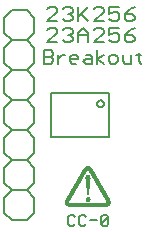
<source format=gto>
G75*
G70*
%OFA0B0*%
%FSLAX24Y24*%
%IPPOS*%
%LPD*%
%AMOC8*
5,1,8,0,0,1.08239X$1,22.5*
%
%ADD10C,0.0050*%
%ADD11C,0.0070*%
%ADD12C,0.0060*%
%ADD13R,0.0006X0.0006*%
%ADD14R,0.0006X0.0006*%
%ADD15R,0.0006X0.0006*%
%ADD16R,0.0006X0.0006*%
D10*
X004585Y003473D02*
X004585Y004929D01*
X006514Y004929D01*
X006514Y003473D01*
X004585Y003473D01*
X006127Y004575D02*
X006129Y004595D01*
X006134Y004615D01*
X006144Y004633D01*
X006156Y004650D01*
X006171Y004664D01*
X006189Y004674D01*
X006208Y004682D01*
X006228Y004686D01*
X006248Y004686D01*
X006268Y004682D01*
X006287Y004674D01*
X006305Y004664D01*
X006320Y004650D01*
X006332Y004633D01*
X006342Y004615D01*
X006347Y004595D01*
X006349Y004575D01*
X006347Y004555D01*
X006342Y004535D01*
X006332Y004517D01*
X006320Y004500D01*
X006305Y004486D01*
X006287Y004476D01*
X006268Y004468D01*
X006248Y004464D01*
X006228Y004464D01*
X006208Y004468D01*
X006189Y004476D01*
X006171Y004486D01*
X006156Y004500D01*
X006144Y004517D01*
X006134Y004535D01*
X006129Y004555D01*
X006127Y004575D01*
X006318Y000857D02*
X006435Y000857D01*
X006493Y000798D01*
X006260Y000565D01*
X006318Y000506D01*
X006435Y000506D01*
X006493Y000565D01*
X006493Y000798D01*
X006318Y000857D02*
X006260Y000798D01*
X006260Y000565D01*
X006125Y000682D02*
X005891Y000682D01*
X005757Y000798D02*
X005698Y000857D01*
X005581Y000857D01*
X005523Y000798D01*
X005523Y000565D01*
X005581Y000506D01*
X005698Y000506D01*
X005757Y000565D01*
X005388Y000565D02*
X005330Y000506D01*
X005213Y000506D01*
X005155Y000565D01*
X005155Y000798D01*
X005213Y000857D01*
X005330Y000857D01*
X005388Y000798D01*
D11*
X005496Y006616D02*
X005496Y006943D01*
X005659Y007107D01*
X005823Y006943D01*
X005823Y006616D01*
X006012Y006616D02*
X006339Y006943D01*
X006339Y007025D01*
X006257Y007107D01*
X006093Y007107D01*
X006012Y007025D01*
X005823Y006862D02*
X005496Y006862D01*
X005307Y006943D02*
X005307Y007025D01*
X005226Y007107D01*
X005062Y007107D01*
X004980Y007025D01*
X004792Y007025D02*
X004792Y006943D01*
X004465Y006616D01*
X004792Y006616D01*
X004980Y006698D02*
X005062Y006616D01*
X005226Y006616D01*
X005307Y006698D01*
X005307Y006780D01*
X005226Y006862D01*
X005144Y006862D01*
X005226Y006862D02*
X005307Y006943D01*
X005226Y007316D02*
X005062Y007316D01*
X004980Y007398D01*
X004792Y007316D02*
X004465Y007316D01*
X004792Y007643D01*
X004792Y007725D01*
X004710Y007807D01*
X004546Y007807D01*
X004465Y007725D01*
X004980Y007725D02*
X005062Y007807D01*
X005226Y007807D01*
X005307Y007725D01*
X005307Y007643D01*
X005226Y007562D01*
X005307Y007480D01*
X005307Y007398D01*
X005226Y007316D01*
X005226Y007562D02*
X005144Y007562D01*
X005496Y007480D02*
X005823Y007807D01*
X006012Y007725D02*
X006093Y007807D01*
X006257Y007807D01*
X006339Y007725D01*
X006339Y007643D01*
X006012Y007316D01*
X006339Y007316D01*
X006527Y007398D02*
X006609Y007316D01*
X006772Y007316D01*
X006854Y007398D01*
X006854Y007562D01*
X006772Y007643D01*
X006691Y007643D01*
X006527Y007562D01*
X006527Y007807D01*
X006854Y007807D01*
X007043Y007562D02*
X007288Y007562D01*
X007370Y007480D01*
X007370Y007398D01*
X007288Y007316D01*
X007125Y007316D01*
X007043Y007398D01*
X007043Y007562D01*
X007206Y007725D01*
X007370Y007807D01*
X007370Y007107D02*
X007206Y007025D01*
X007043Y006862D01*
X007288Y006862D01*
X007370Y006780D01*
X007370Y006698D01*
X007288Y006616D01*
X007125Y006616D01*
X007043Y006698D01*
X007043Y006862D01*
X006854Y006862D02*
X006854Y006698D01*
X006772Y006616D01*
X006609Y006616D01*
X006527Y006698D01*
X006527Y006862D02*
X006691Y006943D01*
X006772Y006943D01*
X006854Y006862D01*
X006854Y007107D02*
X006527Y007107D01*
X006527Y006862D01*
X006339Y006616D02*
X006012Y006616D01*
X005823Y007316D02*
X005578Y007562D01*
X005496Y007807D02*
X005496Y007316D01*
X004792Y007025D02*
X004710Y007107D01*
X004546Y007107D01*
X004465Y007025D01*
D12*
X003030Y001431D02*
X003030Y000931D01*
X003280Y000681D01*
X003780Y000681D01*
X004030Y000931D01*
X004030Y001431D01*
X003780Y001681D01*
X003280Y001681D01*
X003030Y001431D01*
X003280Y001681D02*
X003030Y001931D01*
X003030Y002431D01*
X003280Y002681D01*
X003030Y002931D01*
X003030Y003431D01*
X003280Y003681D01*
X003030Y003931D01*
X003030Y004431D01*
X003280Y004681D01*
X003030Y004931D01*
X003030Y005431D01*
X003280Y005681D01*
X003030Y005931D01*
X003030Y006431D01*
X003280Y006681D01*
X003030Y006931D01*
X003030Y007431D01*
X003280Y007681D01*
X003780Y007681D01*
X004030Y007431D01*
X004030Y006931D01*
X003780Y006681D01*
X004030Y006431D01*
X004030Y005931D01*
X003780Y005681D01*
X003280Y005681D01*
X003780Y005681D02*
X004030Y005431D01*
X004030Y004931D01*
X003780Y004681D01*
X004030Y004431D01*
X004030Y003931D01*
X003780Y003681D01*
X004030Y003431D01*
X004030Y002931D01*
X003780Y002681D01*
X003280Y002681D01*
X003780Y002681D02*
X004030Y002431D01*
X004030Y001931D01*
X003780Y001681D01*
X003780Y003681D02*
X003280Y003681D01*
X003280Y004681D02*
X003780Y004681D01*
X004360Y005911D02*
X004580Y005911D01*
X004653Y005985D01*
X004653Y006058D01*
X004580Y006132D01*
X004360Y006132D01*
X004360Y006352D02*
X004580Y006352D01*
X004653Y006278D01*
X004653Y006205D01*
X004580Y006132D01*
X004360Y005911D02*
X004360Y006352D01*
X004820Y006205D02*
X004820Y005911D01*
X004820Y006058D02*
X004967Y006205D01*
X005040Y006205D01*
X005204Y006132D02*
X005277Y006205D01*
X005424Y006205D01*
X005497Y006132D01*
X005497Y006058D01*
X005204Y006058D01*
X005204Y005985D02*
X005204Y006132D01*
X005204Y005985D02*
X005277Y005911D01*
X005424Y005911D01*
X005664Y005985D02*
X005737Y006058D01*
X005958Y006058D01*
X005958Y006132D02*
X005958Y005911D01*
X005737Y005911D01*
X005664Y005985D01*
X005737Y006205D02*
X005884Y006205D01*
X005958Y006132D01*
X006124Y006058D02*
X006345Y006205D01*
X006508Y006132D02*
X006508Y005985D01*
X006581Y005911D01*
X006728Y005911D01*
X006802Y005985D01*
X006802Y006132D01*
X006728Y006205D01*
X006581Y006205D01*
X006508Y006132D01*
X006345Y005911D02*
X006124Y006058D01*
X006124Y005911D02*
X006124Y006352D01*
X006968Y006205D02*
X006968Y005985D01*
X007042Y005911D01*
X007262Y005911D01*
X007262Y006205D01*
X007429Y006205D02*
X007576Y006205D01*
X007502Y006278D02*
X007502Y005985D01*
X007576Y005911D01*
X003780Y006681D02*
X003280Y006681D01*
D13*
X005779Y002448D03*
X005779Y002436D03*
X005779Y002424D03*
X005779Y002418D03*
X005779Y002406D03*
X005779Y002394D03*
X005779Y002388D03*
X005779Y002376D03*
X005779Y002364D03*
X005779Y002358D03*
X005779Y002346D03*
X005779Y002334D03*
X005779Y002328D03*
X005779Y002316D03*
X005791Y002328D03*
X005791Y002334D03*
X005791Y002346D03*
X005791Y002358D03*
X005791Y002364D03*
X005791Y002376D03*
X005791Y002388D03*
X005791Y002394D03*
X005791Y002406D03*
X005791Y002418D03*
X005791Y002424D03*
X005791Y002436D03*
X005791Y002448D03*
X005791Y002454D03*
X005809Y002454D03*
X005809Y002448D03*
X005809Y002436D03*
X005809Y002424D03*
X005809Y002418D03*
X005809Y002406D03*
X005809Y002394D03*
X005809Y002388D03*
X005809Y002376D03*
X005809Y002364D03*
X005809Y002358D03*
X005821Y002358D03*
X005821Y002364D03*
X005821Y002376D03*
X005821Y002388D03*
X005821Y002394D03*
X005821Y002406D03*
X005821Y002418D03*
X005821Y002424D03*
X005821Y002436D03*
X005821Y002448D03*
X005821Y002454D03*
X005839Y002454D03*
X005839Y002448D03*
X005839Y002436D03*
X005839Y002424D03*
X005839Y002418D03*
X005839Y002406D03*
X005839Y002394D03*
X005839Y002388D03*
X005839Y002376D03*
X005839Y002364D03*
X005839Y002358D03*
X005851Y002358D03*
X005851Y002364D03*
X005851Y002376D03*
X005851Y002388D03*
X005851Y002394D03*
X005851Y002406D03*
X005851Y002418D03*
X005851Y002424D03*
X005851Y002436D03*
X005851Y002448D03*
X005851Y002454D03*
X005869Y002454D03*
X005869Y002448D03*
X005869Y002436D03*
X005869Y002424D03*
X005869Y002418D03*
X005869Y002406D03*
X005869Y002394D03*
X005869Y002388D03*
X005869Y002376D03*
X005869Y002364D03*
X005869Y002358D03*
X005869Y002346D03*
X005869Y002334D03*
X005881Y002334D03*
X005881Y002328D03*
X005881Y002316D03*
X005899Y002316D03*
X005899Y002304D03*
X005899Y002298D03*
X005899Y002286D03*
X005911Y002286D03*
X005911Y002274D03*
X005911Y002268D03*
X005929Y002268D03*
X005929Y002274D03*
X005941Y002274D03*
X005941Y002268D03*
X005941Y002256D03*
X005941Y002244D03*
X005941Y002238D03*
X005941Y002226D03*
X005941Y002214D03*
X005941Y002208D03*
X005959Y002208D03*
X005959Y002214D03*
X005971Y002214D03*
X005971Y002208D03*
X005971Y002196D03*
X005971Y002184D03*
X005971Y002178D03*
X005971Y002166D03*
X005971Y002154D03*
X005989Y002154D03*
X005989Y002148D03*
X005989Y002136D03*
X005989Y002124D03*
X006001Y002124D03*
X006001Y002118D03*
X006001Y002106D03*
X006019Y002106D03*
X006019Y002094D03*
X006019Y002088D03*
X006019Y002076D03*
X006031Y002076D03*
X006031Y002064D03*
X006031Y002058D03*
X006049Y002058D03*
X006049Y002064D03*
X006061Y002064D03*
X006061Y002058D03*
X006061Y002046D03*
X006061Y002034D03*
X006061Y002028D03*
X006061Y002016D03*
X006061Y002004D03*
X006079Y002004D03*
X006079Y001998D03*
X006079Y001986D03*
X006079Y001974D03*
X006079Y001968D03*
X006091Y001968D03*
X006091Y001974D03*
X006091Y001986D03*
X006091Y001998D03*
X006091Y002004D03*
X006091Y002016D03*
X006079Y002016D03*
X006079Y002028D03*
X006079Y002034D03*
X006091Y002034D03*
X006091Y002028D03*
X006109Y002028D03*
X006109Y002034D03*
X006121Y002034D03*
X006121Y002028D03*
X006121Y002016D03*
X006121Y002004D03*
X006121Y001998D03*
X006121Y001986D03*
X006121Y001974D03*
X006121Y001968D03*
X006121Y001956D03*
X006121Y001944D03*
X006121Y001938D03*
X006121Y001926D03*
X006121Y001914D03*
X006121Y001908D03*
X006121Y001896D03*
X006139Y001896D03*
X006139Y001884D03*
X006139Y001878D03*
X006139Y001866D03*
X006151Y001866D03*
X006151Y001854D03*
X006151Y001848D03*
X006169Y001848D03*
X006169Y001854D03*
X006181Y001854D03*
X006181Y001848D03*
X006181Y001836D03*
X006181Y001824D03*
X006181Y001818D03*
X006181Y001806D03*
X006181Y001794D03*
X006181Y001788D03*
X006199Y001788D03*
X006199Y001794D03*
X006211Y001794D03*
X006211Y001788D03*
X006211Y001776D03*
X006211Y001764D03*
X006211Y001758D03*
X006211Y001746D03*
X006199Y001758D03*
X006199Y001764D03*
X006199Y001776D03*
X006229Y001776D03*
X006229Y001764D03*
X006229Y001758D03*
X006229Y001746D03*
X006229Y001734D03*
X006229Y001728D03*
X006229Y001716D03*
X006241Y001716D03*
X006241Y001704D03*
X006241Y001698D03*
X006241Y001686D03*
X006259Y001686D03*
X006259Y001674D03*
X006259Y001668D03*
X006259Y001656D03*
X006271Y001656D03*
X006271Y001644D03*
X006271Y001638D03*
X006289Y001638D03*
X006289Y001644D03*
X006301Y001644D03*
X006301Y001638D03*
X006301Y001626D03*
X006301Y001614D03*
X006301Y001608D03*
X006301Y001596D03*
X006289Y001608D03*
X006289Y001614D03*
X006289Y001626D03*
X006319Y001626D03*
X006319Y001614D03*
X006319Y001608D03*
X006319Y001596D03*
X006319Y001584D03*
X006319Y001578D03*
X006319Y001566D03*
X006331Y001566D03*
X006331Y001554D03*
X006331Y001548D03*
X006331Y001536D03*
X006349Y001536D03*
X006349Y001524D03*
X006349Y001518D03*
X006349Y001506D03*
X006361Y001506D03*
X006361Y001494D03*
X006361Y001488D03*
X006379Y001488D03*
X006379Y001494D03*
X006391Y001494D03*
X006391Y001488D03*
X006391Y001476D03*
X006391Y001464D03*
X006391Y001458D03*
X006391Y001446D03*
X006391Y001434D03*
X006391Y001428D03*
X006409Y001428D03*
X006409Y001434D03*
X006421Y001434D03*
X006421Y001428D03*
X006421Y001416D03*
X006421Y001404D03*
X006421Y001398D03*
X006421Y001386D03*
X006409Y001398D03*
X006409Y001404D03*
X006409Y001416D03*
X006439Y001416D03*
X006439Y001404D03*
X006439Y001398D03*
X006439Y001386D03*
X006439Y001374D03*
X006439Y001368D03*
X006439Y001356D03*
X006439Y001344D03*
X006451Y001344D03*
X006451Y001338D03*
X006451Y001326D03*
X006469Y001326D03*
X006469Y001314D03*
X006469Y001308D03*
X006469Y001296D03*
X006481Y001296D03*
X006481Y001284D03*
X006481Y001278D03*
X006481Y001266D03*
X006481Y001254D03*
X006481Y001248D03*
X006481Y001236D03*
X006481Y001224D03*
X006481Y001218D03*
X006481Y001206D03*
X006481Y001194D03*
X006481Y001188D03*
X006481Y001176D03*
X006481Y001164D03*
X006481Y001158D03*
X006481Y001146D03*
X006469Y001146D03*
X006469Y001158D03*
X006469Y001164D03*
X006469Y001176D03*
X006469Y001188D03*
X006469Y001194D03*
X006469Y001206D03*
X006469Y001218D03*
X006469Y001224D03*
X006469Y001236D03*
X006469Y001248D03*
X006469Y001254D03*
X006451Y001236D03*
X006451Y001224D03*
X006451Y001218D03*
X006451Y001206D03*
X006451Y001194D03*
X006451Y001188D03*
X006451Y001176D03*
X006451Y001164D03*
X006451Y001158D03*
X006451Y001146D03*
X006439Y001146D03*
X006439Y001158D03*
X006439Y001164D03*
X006439Y001176D03*
X006439Y001188D03*
X006439Y001194D03*
X006439Y001206D03*
X006439Y001218D03*
X006439Y001224D03*
X006439Y001236D03*
X006421Y001236D03*
X006421Y001224D03*
X006421Y001218D03*
X006421Y001206D03*
X006421Y001194D03*
X006421Y001188D03*
X006421Y001176D03*
X006421Y001164D03*
X006421Y001158D03*
X006421Y001146D03*
X006409Y001146D03*
X006409Y001158D03*
X006409Y001164D03*
X006409Y001176D03*
X006409Y001188D03*
X006409Y001194D03*
X006409Y001206D03*
X006409Y001218D03*
X006409Y001224D03*
X006409Y001236D03*
X006391Y001236D03*
X006391Y001224D03*
X006391Y001218D03*
X006391Y001206D03*
X006391Y001194D03*
X006391Y001188D03*
X006391Y001176D03*
X006391Y001164D03*
X006391Y001158D03*
X006391Y001146D03*
X006391Y001134D03*
X006379Y001134D03*
X006379Y001146D03*
X006379Y001158D03*
X006379Y001164D03*
X006379Y001176D03*
X006379Y001188D03*
X006379Y001194D03*
X006379Y001206D03*
X006379Y001218D03*
X006379Y001224D03*
X006379Y001236D03*
X006361Y001236D03*
X006361Y001224D03*
X006361Y001218D03*
X006361Y001206D03*
X006361Y001194D03*
X006361Y001188D03*
X006361Y001176D03*
X006361Y001164D03*
X006361Y001158D03*
X006361Y001146D03*
X006349Y001146D03*
X006349Y001158D03*
X006349Y001164D03*
X006349Y001176D03*
X006349Y001188D03*
X006349Y001194D03*
X006349Y001206D03*
X006349Y001218D03*
X006349Y001224D03*
X006349Y001236D03*
X006331Y001236D03*
X006331Y001224D03*
X006331Y001218D03*
X006331Y001206D03*
X006331Y001194D03*
X006331Y001188D03*
X006331Y001176D03*
X006331Y001164D03*
X006331Y001158D03*
X006331Y001146D03*
X006331Y001134D03*
X006319Y001134D03*
X006319Y001146D03*
X006319Y001158D03*
X006319Y001164D03*
X006319Y001176D03*
X006319Y001188D03*
X006319Y001194D03*
X006319Y001206D03*
X006319Y001218D03*
X006319Y001224D03*
X006319Y001236D03*
X006301Y001236D03*
X006301Y001224D03*
X006301Y001218D03*
X006301Y001206D03*
X006301Y001194D03*
X006301Y001188D03*
X006301Y001176D03*
X006301Y001164D03*
X006301Y001158D03*
X006301Y001146D03*
X006289Y001146D03*
X006289Y001158D03*
X006289Y001164D03*
X006289Y001176D03*
X006289Y001188D03*
X006289Y001194D03*
X006289Y001206D03*
X006289Y001218D03*
X006289Y001224D03*
X006289Y001236D03*
X006271Y001236D03*
X006271Y001224D03*
X006271Y001218D03*
X006271Y001206D03*
X006271Y001194D03*
X006271Y001188D03*
X006271Y001176D03*
X006271Y001164D03*
X006271Y001158D03*
X006271Y001146D03*
X006271Y001134D03*
X006259Y001134D03*
X006259Y001146D03*
X006259Y001158D03*
X006259Y001164D03*
X006259Y001176D03*
X006259Y001188D03*
X006259Y001194D03*
X006259Y001206D03*
X006259Y001218D03*
X006259Y001224D03*
X006259Y001236D03*
X006241Y001236D03*
X006241Y001224D03*
X006241Y001218D03*
X006241Y001206D03*
X006241Y001194D03*
X006241Y001188D03*
X006241Y001176D03*
X006241Y001164D03*
X006241Y001158D03*
X006241Y001146D03*
X006229Y001146D03*
X006229Y001158D03*
X006229Y001164D03*
X006229Y001176D03*
X006229Y001188D03*
X006229Y001194D03*
X006229Y001206D03*
X006229Y001218D03*
X006229Y001224D03*
X006229Y001236D03*
X006211Y001236D03*
X006211Y001224D03*
X006211Y001218D03*
X006211Y001206D03*
X006211Y001194D03*
X006211Y001188D03*
X006211Y001176D03*
X006211Y001164D03*
X006211Y001158D03*
X006211Y001146D03*
X006211Y001134D03*
X006199Y001134D03*
X006199Y001146D03*
X006199Y001158D03*
X006199Y001164D03*
X006199Y001176D03*
X006199Y001188D03*
X006199Y001194D03*
X006199Y001206D03*
X006199Y001218D03*
X006199Y001224D03*
X006199Y001236D03*
X006181Y001236D03*
X006181Y001224D03*
X006181Y001218D03*
X006181Y001206D03*
X006181Y001194D03*
X006181Y001188D03*
X006181Y001176D03*
X006181Y001164D03*
X006181Y001158D03*
X006181Y001146D03*
X006169Y001146D03*
X006169Y001158D03*
X006169Y001164D03*
X006169Y001176D03*
X006169Y001188D03*
X006169Y001194D03*
X006169Y001206D03*
X006169Y001218D03*
X006169Y001224D03*
X006169Y001236D03*
X006151Y001236D03*
X006151Y001224D03*
X006151Y001218D03*
X006151Y001206D03*
X006151Y001194D03*
X006151Y001188D03*
X006151Y001176D03*
X006151Y001164D03*
X006151Y001158D03*
X006151Y001146D03*
X006151Y001134D03*
X006139Y001134D03*
X006139Y001146D03*
X006139Y001158D03*
X006139Y001164D03*
X006139Y001176D03*
X006139Y001188D03*
X006139Y001194D03*
X006139Y001206D03*
X006139Y001218D03*
X006139Y001224D03*
X006139Y001236D03*
X006121Y001236D03*
X006121Y001224D03*
X006121Y001218D03*
X006121Y001206D03*
X006121Y001194D03*
X006121Y001188D03*
X006121Y001176D03*
X006121Y001164D03*
X006121Y001158D03*
X006121Y001146D03*
X006109Y001146D03*
X006109Y001158D03*
X006109Y001164D03*
X006109Y001176D03*
X006109Y001188D03*
X006109Y001194D03*
X006109Y001206D03*
X006109Y001218D03*
X006109Y001224D03*
X006109Y001236D03*
X006091Y001236D03*
X006091Y001224D03*
X006091Y001218D03*
X006091Y001206D03*
X006091Y001194D03*
X006091Y001188D03*
X006091Y001176D03*
X006091Y001164D03*
X006091Y001158D03*
X006091Y001146D03*
X006091Y001134D03*
X006079Y001134D03*
X006079Y001146D03*
X006079Y001158D03*
X006079Y001164D03*
X006079Y001176D03*
X006079Y001188D03*
X006079Y001194D03*
X006079Y001206D03*
X006079Y001218D03*
X006079Y001224D03*
X006079Y001236D03*
X006061Y001236D03*
X006061Y001224D03*
X006061Y001218D03*
X006061Y001206D03*
X006061Y001194D03*
X006061Y001188D03*
X006061Y001176D03*
X006061Y001164D03*
X006061Y001158D03*
X006061Y001146D03*
X006049Y001146D03*
X006049Y001158D03*
X006049Y001164D03*
X006049Y001176D03*
X006049Y001188D03*
X006049Y001194D03*
X006049Y001206D03*
X006049Y001218D03*
X006049Y001224D03*
X006049Y001236D03*
X006031Y001236D03*
X006031Y001224D03*
X006031Y001218D03*
X006031Y001206D03*
X006031Y001194D03*
X006031Y001188D03*
X006031Y001176D03*
X006031Y001164D03*
X006031Y001158D03*
X006031Y001146D03*
X006031Y001134D03*
X006019Y001134D03*
X006019Y001146D03*
X006019Y001158D03*
X006019Y001164D03*
X006019Y001176D03*
X006019Y001188D03*
X006019Y001194D03*
X006019Y001206D03*
X006019Y001218D03*
X006019Y001224D03*
X006019Y001236D03*
X006001Y001236D03*
X006001Y001224D03*
X006001Y001218D03*
X006001Y001206D03*
X006001Y001194D03*
X006001Y001188D03*
X006001Y001176D03*
X006001Y001164D03*
X006001Y001158D03*
X006001Y001146D03*
X005989Y001146D03*
X005989Y001158D03*
X005989Y001164D03*
X005989Y001176D03*
X005989Y001188D03*
X005989Y001194D03*
X005989Y001206D03*
X005989Y001218D03*
X005989Y001224D03*
X005989Y001236D03*
X005971Y001236D03*
X005971Y001224D03*
X005971Y001218D03*
X005971Y001206D03*
X005971Y001194D03*
X005971Y001188D03*
X005971Y001176D03*
X005971Y001164D03*
X005971Y001158D03*
X005971Y001146D03*
X005971Y001134D03*
X005959Y001134D03*
X005959Y001146D03*
X005959Y001158D03*
X005959Y001164D03*
X005959Y001176D03*
X005959Y001188D03*
X005959Y001194D03*
X005959Y001206D03*
X005959Y001218D03*
X005959Y001224D03*
X005959Y001236D03*
X005941Y001236D03*
X005941Y001224D03*
X005941Y001218D03*
X005941Y001206D03*
X005941Y001194D03*
X005941Y001188D03*
X005941Y001176D03*
X005941Y001164D03*
X005941Y001158D03*
X005941Y001146D03*
X005929Y001146D03*
X005929Y001158D03*
X005929Y001164D03*
X005929Y001176D03*
X005929Y001188D03*
X005929Y001194D03*
X005929Y001206D03*
X005929Y001218D03*
X005929Y001224D03*
X005929Y001236D03*
X005911Y001236D03*
X005911Y001224D03*
X005911Y001218D03*
X005911Y001206D03*
X005911Y001194D03*
X005911Y001188D03*
X005911Y001176D03*
X005911Y001164D03*
X005911Y001158D03*
X005911Y001146D03*
X005911Y001134D03*
X005899Y001134D03*
X005899Y001146D03*
X005899Y001158D03*
X005899Y001164D03*
X005899Y001176D03*
X005899Y001188D03*
X005899Y001194D03*
X005899Y001206D03*
X005899Y001218D03*
X005899Y001224D03*
X005899Y001236D03*
X005881Y001236D03*
X005881Y001224D03*
X005881Y001218D03*
X005881Y001206D03*
X005881Y001194D03*
X005881Y001188D03*
X005881Y001176D03*
X005881Y001164D03*
X005881Y001158D03*
X005881Y001146D03*
X005869Y001146D03*
X005869Y001158D03*
X005869Y001164D03*
X005869Y001176D03*
X005869Y001188D03*
X005869Y001194D03*
X005869Y001206D03*
X005869Y001218D03*
X005869Y001224D03*
X005869Y001236D03*
X005851Y001236D03*
X005851Y001224D03*
X005851Y001218D03*
X005851Y001206D03*
X005851Y001194D03*
X005851Y001188D03*
X005851Y001176D03*
X005851Y001164D03*
X005851Y001158D03*
X005851Y001146D03*
X005851Y001134D03*
X005839Y001134D03*
X005839Y001146D03*
X005839Y001158D03*
X005839Y001164D03*
X005839Y001176D03*
X005839Y001188D03*
X005839Y001194D03*
X005839Y001206D03*
X005839Y001218D03*
X005839Y001224D03*
X005839Y001236D03*
X005821Y001236D03*
X005821Y001224D03*
X005821Y001218D03*
X005821Y001206D03*
X005821Y001194D03*
X005821Y001188D03*
X005821Y001176D03*
X005821Y001164D03*
X005821Y001158D03*
X005821Y001146D03*
X005809Y001146D03*
X005809Y001158D03*
X005809Y001164D03*
X005809Y001176D03*
X005809Y001188D03*
X005809Y001194D03*
X005809Y001206D03*
X005809Y001218D03*
X005809Y001224D03*
X005809Y001236D03*
X005791Y001236D03*
X005791Y001224D03*
X005791Y001218D03*
X005791Y001206D03*
X005791Y001194D03*
X005791Y001188D03*
X005791Y001176D03*
X005791Y001164D03*
X005791Y001158D03*
X005791Y001146D03*
X005791Y001134D03*
X005779Y001134D03*
X005779Y001146D03*
X005779Y001158D03*
X005779Y001164D03*
X005779Y001176D03*
X005779Y001188D03*
X005779Y001194D03*
X005779Y001206D03*
X005779Y001218D03*
X005779Y001224D03*
X005779Y001236D03*
X005761Y001236D03*
X005761Y001224D03*
X005761Y001218D03*
X005761Y001206D03*
X005761Y001194D03*
X005761Y001188D03*
X005761Y001176D03*
X005761Y001164D03*
X005761Y001158D03*
X005761Y001146D03*
X005749Y001146D03*
X005749Y001158D03*
X005749Y001164D03*
X005749Y001176D03*
X005749Y001188D03*
X005749Y001194D03*
X005749Y001206D03*
X005749Y001218D03*
X005749Y001224D03*
X005749Y001236D03*
X005731Y001236D03*
X005731Y001224D03*
X005731Y001218D03*
X005731Y001206D03*
X005731Y001194D03*
X005731Y001188D03*
X005731Y001176D03*
X005731Y001164D03*
X005731Y001158D03*
X005731Y001146D03*
X005731Y001134D03*
X005719Y001134D03*
X005719Y001146D03*
X005719Y001158D03*
X005719Y001164D03*
X005719Y001176D03*
X005719Y001188D03*
X005719Y001194D03*
X005719Y001206D03*
X005719Y001218D03*
X005719Y001224D03*
X005719Y001236D03*
X005701Y001236D03*
X005701Y001224D03*
X005701Y001218D03*
X005701Y001206D03*
X005701Y001194D03*
X005701Y001188D03*
X005701Y001176D03*
X005701Y001164D03*
X005701Y001158D03*
X005701Y001146D03*
X005689Y001146D03*
X005689Y001158D03*
X005689Y001164D03*
X005689Y001176D03*
X005689Y001188D03*
X005689Y001194D03*
X005689Y001206D03*
X005689Y001218D03*
X005689Y001224D03*
X005689Y001236D03*
X005671Y001236D03*
X005671Y001224D03*
X005671Y001218D03*
X005671Y001206D03*
X005671Y001194D03*
X005671Y001188D03*
X005671Y001176D03*
X005671Y001164D03*
X005671Y001158D03*
X005671Y001146D03*
X005671Y001134D03*
X005659Y001134D03*
X005659Y001146D03*
X005659Y001158D03*
X005659Y001164D03*
X005659Y001176D03*
X005659Y001188D03*
X005659Y001194D03*
X005659Y001206D03*
X005659Y001218D03*
X005659Y001224D03*
X005659Y001236D03*
X005641Y001236D03*
X005641Y001224D03*
X005641Y001218D03*
X005641Y001206D03*
X005641Y001194D03*
X005641Y001188D03*
X005641Y001176D03*
X005641Y001164D03*
X005641Y001158D03*
X005641Y001146D03*
X005629Y001146D03*
X005629Y001158D03*
X005629Y001164D03*
X005629Y001176D03*
X005629Y001188D03*
X005629Y001194D03*
X005629Y001206D03*
X005629Y001218D03*
X005629Y001224D03*
X005629Y001236D03*
X005611Y001236D03*
X005611Y001224D03*
X005611Y001218D03*
X005611Y001206D03*
X005611Y001194D03*
X005611Y001188D03*
X005611Y001176D03*
X005611Y001164D03*
X005611Y001158D03*
X005611Y001146D03*
X005611Y001134D03*
X005599Y001134D03*
X005599Y001146D03*
X005599Y001158D03*
X005599Y001164D03*
X005599Y001176D03*
X005599Y001188D03*
X005599Y001194D03*
X005599Y001206D03*
X005599Y001218D03*
X005599Y001224D03*
X005599Y001236D03*
X005581Y001236D03*
X005581Y001224D03*
X005581Y001218D03*
X005581Y001206D03*
X005581Y001194D03*
X005581Y001188D03*
X005581Y001176D03*
X005581Y001164D03*
X005581Y001158D03*
X005581Y001146D03*
X005569Y001146D03*
X005569Y001158D03*
X005569Y001164D03*
X005569Y001176D03*
X005569Y001188D03*
X005569Y001194D03*
X005569Y001206D03*
X005569Y001218D03*
X005569Y001224D03*
X005569Y001236D03*
X005551Y001236D03*
X005551Y001224D03*
X005551Y001218D03*
X005551Y001206D03*
X005551Y001194D03*
X005551Y001188D03*
X005551Y001176D03*
X005551Y001164D03*
X005551Y001158D03*
X005551Y001146D03*
X005551Y001134D03*
X005539Y001134D03*
X005539Y001146D03*
X005539Y001158D03*
X005539Y001164D03*
X005539Y001176D03*
X005539Y001188D03*
X005539Y001194D03*
X005539Y001206D03*
X005539Y001218D03*
X005539Y001224D03*
X005539Y001236D03*
X005521Y001236D03*
X005521Y001224D03*
X005521Y001218D03*
X005521Y001206D03*
X005521Y001194D03*
X005521Y001188D03*
X005521Y001176D03*
X005521Y001164D03*
X005521Y001158D03*
X005521Y001146D03*
X005509Y001146D03*
X005509Y001158D03*
X005509Y001164D03*
X005509Y001176D03*
X005509Y001188D03*
X005509Y001194D03*
X005509Y001206D03*
X005509Y001218D03*
X005509Y001224D03*
X005509Y001236D03*
X005491Y001236D03*
X005491Y001224D03*
X005491Y001218D03*
X005491Y001206D03*
X005491Y001194D03*
X005491Y001188D03*
X005491Y001176D03*
X005491Y001164D03*
X005491Y001158D03*
X005491Y001146D03*
X005491Y001134D03*
X005479Y001134D03*
X005479Y001146D03*
X005479Y001158D03*
X005479Y001164D03*
X005479Y001176D03*
X005479Y001188D03*
X005479Y001194D03*
X005479Y001206D03*
X005479Y001218D03*
X005479Y001224D03*
X005479Y001236D03*
X005461Y001236D03*
X005461Y001224D03*
X005461Y001218D03*
X005461Y001206D03*
X005461Y001194D03*
X005461Y001188D03*
X005461Y001176D03*
X005461Y001164D03*
X005461Y001158D03*
X005461Y001146D03*
X005449Y001146D03*
X005449Y001158D03*
X005449Y001164D03*
X005449Y001176D03*
X005449Y001188D03*
X005449Y001194D03*
X005449Y001206D03*
X005449Y001218D03*
X005449Y001224D03*
X005449Y001236D03*
X005431Y001236D03*
X005431Y001224D03*
X005431Y001218D03*
X005431Y001206D03*
X005431Y001194D03*
X005431Y001188D03*
X005431Y001176D03*
X005431Y001164D03*
X005431Y001158D03*
X005431Y001146D03*
X005431Y001134D03*
X005419Y001134D03*
X005419Y001146D03*
X005419Y001158D03*
X005419Y001164D03*
X005419Y001176D03*
X005419Y001188D03*
X005419Y001194D03*
X005419Y001206D03*
X005419Y001218D03*
X005419Y001224D03*
X005419Y001236D03*
X005401Y001236D03*
X005401Y001224D03*
X005401Y001218D03*
X005401Y001206D03*
X005401Y001194D03*
X005401Y001188D03*
X005401Y001176D03*
X005401Y001164D03*
X005401Y001158D03*
X005401Y001146D03*
X005389Y001146D03*
X005389Y001158D03*
X005389Y001164D03*
X005389Y001176D03*
X005389Y001188D03*
X005389Y001194D03*
X005389Y001206D03*
X005389Y001218D03*
X005389Y001224D03*
X005389Y001236D03*
X005371Y001236D03*
X005371Y001224D03*
X005371Y001218D03*
X005371Y001206D03*
X005371Y001194D03*
X005371Y001188D03*
X005371Y001176D03*
X005371Y001164D03*
X005371Y001158D03*
X005371Y001146D03*
X005371Y001134D03*
X005359Y001134D03*
X005359Y001146D03*
X005359Y001158D03*
X005359Y001164D03*
X005359Y001176D03*
X005359Y001188D03*
X005359Y001194D03*
X005359Y001206D03*
X005359Y001218D03*
X005359Y001224D03*
X005359Y001236D03*
X005341Y001236D03*
X005341Y001224D03*
X005341Y001218D03*
X005341Y001206D03*
X005341Y001194D03*
X005341Y001188D03*
X005341Y001176D03*
X005341Y001164D03*
X005341Y001158D03*
X005341Y001146D03*
X005329Y001146D03*
X005329Y001158D03*
X005329Y001164D03*
X005329Y001176D03*
X005329Y001188D03*
X005329Y001194D03*
X005329Y001206D03*
X005329Y001218D03*
X005329Y001224D03*
X005329Y001236D03*
X005311Y001236D03*
X005311Y001224D03*
X005311Y001218D03*
X005311Y001206D03*
X005311Y001194D03*
X005311Y001188D03*
X005311Y001176D03*
X005311Y001164D03*
X005311Y001158D03*
X005311Y001146D03*
X005311Y001134D03*
X005299Y001134D03*
X005299Y001146D03*
X005299Y001158D03*
X005299Y001164D03*
X005299Y001176D03*
X005299Y001188D03*
X005299Y001194D03*
X005299Y001206D03*
X005299Y001218D03*
X005299Y001224D03*
X005299Y001236D03*
X005281Y001236D03*
X005281Y001224D03*
X005281Y001218D03*
X005281Y001206D03*
X005281Y001194D03*
X005281Y001188D03*
X005281Y001176D03*
X005281Y001164D03*
X005281Y001158D03*
X005281Y001146D03*
X005269Y001146D03*
X005269Y001158D03*
X005269Y001164D03*
X005269Y001176D03*
X005269Y001188D03*
X005269Y001194D03*
X005269Y001206D03*
X005269Y001218D03*
X005269Y001224D03*
X005269Y001236D03*
X005251Y001236D03*
X005251Y001224D03*
X005251Y001218D03*
X005251Y001206D03*
X005251Y001194D03*
X005251Y001188D03*
X005251Y001176D03*
X005251Y001164D03*
X005251Y001158D03*
X005251Y001146D03*
X005251Y001134D03*
X005239Y001134D03*
X005239Y001146D03*
X005239Y001158D03*
X005239Y001164D03*
X005239Y001176D03*
X005239Y001188D03*
X005239Y001194D03*
X005239Y001206D03*
X005239Y001218D03*
X005239Y001224D03*
X005239Y001236D03*
X005221Y001236D03*
X005221Y001224D03*
X005221Y001218D03*
X005221Y001206D03*
X005221Y001194D03*
X005221Y001188D03*
X005221Y001176D03*
X005221Y001164D03*
X005221Y001158D03*
X005221Y001146D03*
X005209Y001146D03*
X005209Y001158D03*
X005209Y001164D03*
X005209Y001176D03*
X005209Y001188D03*
X005209Y001194D03*
X005209Y001206D03*
X005209Y001218D03*
X005209Y001224D03*
X005209Y001236D03*
X005191Y001236D03*
X005191Y001224D03*
X005191Y001218D03*
X005191Y001206D03*
X005191Y001194D03*
X005191Y001188D03*
X005191Y001176D03*
X005191Y001164D03*
X005191Y001158D03*
X005191Y001146D03*
X005179Y001146D03*
X005179Y001158D03*
X005179Y001164D03*
X005179Y001176D03*
X005179Y001188D03*
X005179Y001194D03*
X005179Y001206D03*
X005179Y001218D03*
X005179Y001224D03*
X005179Y001236D03*
X005179Y001248D03*
X005179Y001254D03*
X005191Y001254D03*
X005191Y001248D03*
X005179Y001266D03*
X005179Y001278D03*
X005179Y001284D03*
X005191Y001284D03*
X005191Y001278D03*
X005191Y001296D03*
X005179Y001296D03*
X005179Y001308D03*
X005179Y001314D03*
X005191Y001314D03*
X005191Y001308D03*
X005191Y001326D03*
X005179Y001326D03*
X005179Y001338D03*
X005179Y001344D03*
X005191Y001344D03*
X005191Y001338D03*
X005209Y001338D03*
X005209Y001344D03*
X005221Y001344D03*
X005221Y001356D03*
X005209Y001356D03*
X005209Y001368D03*
X005209Y001374D03*
X005221Y001374D03*
X005221Y001368D03*
X005221Y001386D03*
X005209Y001386D03*
X005209Y001398D03*
X005209Y001404D03*
X005221Y001404D03*
X005221Y001398D03*
X005239Y001398D03*
X005239Y001404D03*
X005251Y001404D03*
X005251Y001398D03*
X005239Y001386D03*
X005239Y001374D03*
X005239Y001416D03*
X005251Y001416D03*
X005251Y001428D03*
X005251Y001434D03*
X005239Y001434D03*
X005239Y001428D03*
X005221Y001428D03*
X005221Y001434D03*
X005209Y001434D03*
X005209Y001428D03*
X005209Y001416D03*
X005221Y001416D03*
X005191Y001416D03*
X005191Y001404D03*
X005191Y001398D03*
X005191Y001386D03*
X005191Y001374D03*
X005191Y001368D03*
X005191Y001356D03*
X005179Y001356D03*
X005179Y001368D03*
X005179Y001374D03*
X005179Y001386D03*
X005179Y001398D03*
X005179Y001404D03*
X005179Y001416D03*
X005179Y001428D03*
X005179Y001434D03*
X005191Y001434D03*
X005191Y001428D03*
X005191Y001446D03*
X005179Y001446D03*
X005179Y001458D03*
X005179Y001464D03*
X005191Y001464D03*
X005191Y001458D03*
X005209Y001458D03*
X005209Y001464D03*
X005221Y001464D03*
X005221Y001458D03*
X005221Y001446D03*
X005209Y001446D03*
X005239Y001446D03*
X005251Y001446D03*
X005251Y001458D03*
X005251Y001464D03*
X005239Y001464D03*
X005239Y001458D03*
X005239Y001476D03*
X005251Y001476D03*
X005251Y001488D03*
X005251Y001494D03*
X005239Y001494D03*
X005239Y001488D03*
X005221Y001488D03*
X005221Y001494D03*
X005209Y001494D03*
X005209Y001488D03*
X005209Y001476D03*
X005221Y001476D03*
X005191Y001476D03*
X005179Y001476D03*
X005191Y001488D03*
X005191Y001494D03*
X005209Y001506D03*
X005221Y001506D03*
X005221Y001518D03*
X005221Y001524D03*
X005209Y001524D03*
X005209Y001518D03*
X005221Y001536D03*
X005221Y001548D03*
X005239Y001548D03*
X005239Y001554D03*
X005251Y001554D03*
X005251Y001548D03*
X005251Y001536D03*
X005251Y001524D03*
X005251Y001518D03*
X005251Y001506D03*
X005239Y001506D03*
X005239Y001518D03*
X005239Y001524D03*
X005239Y001536D03*
X005269Y001536D03*
X005269Y001524D03*
X005269Y001518D03*
X005269Y001506D03*
X005269Y001494D03*
X005269Y001488D03*
X005269Y001476D03*
X005269Y001464D03*
X005269Y001458D03*
X005269Y001446D03*
X005269Y001434D03*
X005269Y001428D03*
X005281Y001446D03*
X005281Y001458D03*
X005281Y001464D03*
X005281Y001476D03*
X005281Y001488D03*
X005281Y001494D03*
X005281Y001506D03*
X005281Y001518D03*
X005281Y001524D03*
X005281Y001536D03*
X005281Y001548D03*
X005281Y001554D03*
X005269Y001554D03*
X005269Y001548D03*
X005269Y001566D03*
X005281Y001566D03*
X005281Y001578D03*
X005281Y001584D03*
X005269Y001584D03*
X005269Y001578D03*
X005251Y001578D03*
X005251Y001584D03*
X005251Y001596D03*
X005269Y001596D03*
X005281Y001596D03*
X005281Y001608D03*
X005281Y001614D03*
X005269Y001614D03*
X005269Y001608D03*
X005269Y001626D03*
X005281Y001626D03*
X005281Y001638D03*
X005281Y001644D03*
X005281Y001656D03*
X005299Y001656D03*
X005299Y001644D03*
X005299Y001638D03*
X005299Y001626D03*
X005299Y001614D03*
X005299Y001608D03*
X005299Y001596D03*
X005299Y001584D03*
X005299Y001578D03*
X005299Y001566D03*
X005299Y001554D03*
X005299Y001548D03*
X005299Y001536D03*
X005299Y001524D03*
X005299Y001518D03*
X005299Y001506D03*
X005299Y001494D03*
X005299Y001488D03*
X005311Y001506D03*
X005311Y001518D03*
X005311Y001524D03*
X005311Y001536D03*
X005311Y001548D03*
X005311Y001554D03*
X005311Y001566D03*
X005311Y001578D03*
X005311Y001584D03*
X005311Y001596D03*
X005311Y001608D03*
X005311Y001614D03*
X005311Y001626D03*
X005311Y001638D03*
X005311Y001644D03*
X005311Y001656D03*
X005311Y001668D03*
X005311Y001674D03*
X005299Y001674D03*
X005299Y001668D03*
X005299Y001686D03*
X005311Y001686D03*
X005311Y001698D03*
X005311Y001704D03*
X005329Y001704D03*
X005329Y001698D03*
X005329Y001686D03*
X005329Y001674D03*
X005329Y001668D03*
X005329Y001656D03*
X005329Y001644D03*
X005329Y001638D03*
X005329Y001626D03*
X005329Y001614D03*
X005329Y001608D03*
X005329Y001596D03*
X005329Y001584D03*
X005329Y001578D03*
X005329Y001566D03*
X005329Y001554D03*
X005329Y001548D03*
X005329Y001536D03*
X005341Y001554D03*
X005341Y001566D03*
X005341Y001578D03*
X005341Y001584D03*
X005341Y001596D03*
X005341Y001608D03*
X005341Y001614D03*
X005341Y001626D03*
X005341Y001638D03*
X005341Y001644D03*
X005341Y001656D03*
X005341Y001668D03*
X005341Y001674D03*
X005341Y001686D03*
X005341Y001698D03*
X005341Y001704D03*
X005341Y001716D03*
X005329Y001716D03*
X005329Y001728D03*
X005329Y001734D03*
X005341Y001734D03*
X005341Y001728D03*
X005359Y001728D03*
X005359Y001734D03*
X005371Y001734D03*
X005371Y001728D03*
X005371Y001716D03*
X005371Y001704D03*
X005371Y001698D03*
X005371Y001686D03*
X005371Y001674D03*
X005371Y001668D03*
X005371Y001656D03*
X005371Y001644D03*
X005371Y001638D03*
X005371Y001626D03*
X005371Y001614D03*
X005371Y001608D03*
X005359Y001608D03*
X005359Y001614D03*
X005359Y001626D03*
X005359Y001638D03*
X005359Y001644D03*
X005359Y001656D03*
X005359Y001668D03*
X005359Y001674D03*
X005359Y001686D03*
X005359Y001698D03*
X005359Y001704D03*
X005359Y001716D03*
X005389Y001716D03*
X005389Y001704D03*
X005389Y001698D03*
X005389Y001686D03*
X005389Y001674D03*
X005389Y001668D03*
X005389Y001656D03*
X005389Y001644D03*
X005389Y001638D03*
X005401Y001656D03*
X005401Y001668D03*
X005401Y001674D03*
X005401Y001686D03*
X005401Y001698D03*
X005401Y001704D03*
X005401Y001716D03*
X005401Y001728D03*
X005401Y001734D03*
X005389Y001734D03*
X005389Y001728D03*
X005389Y001746D03*
X005401Y001746D03*
X005401Y001758D03*
X005401Y001764D03*
X005389Y001764D03*
X005389Y001758D03*
X005371Y001758D03*
X005371Y001764D03*
X005359Y001764D03*
X005359Y001758D03*
X005359Y001746D03*
X005371Y001746D03*
X005341Y001746D03*
X005341Y001758D03*
X005359Y001776D03*
X005371Y001776D03*
X005371Y001788D03*
X005371Y001794D03*
X005371Y001806D03*
X005389Y001806D03*
X005389Y001794D03*
X005389Y001788D03*
X005389Y001776D03*
X005401Y001776D03*
X005401Y001788D03*
X005401Y001794D03*
X005401Y001806D03*
X005401Y001818D03*
X005401Y001824D03*
X005389Y001824D03*
X005389Y001818D03*
X005389Y001836D03*
X005401Y001836D03*
X005401Y001848D03*
X005401Y001854D03*
X005419Y001854D03*
X005419Y001848D03*
X005419Y001836D03*
X005419Y001824D03*
X005419Y001818D03*
X005419Y001806D03*
X005419Y001794D03*
X005419Y001788D03*
X005419Y001776D03*
X005419Y001764D03*
X005419Y001758D03*
X005419Y001746D03*
X005419Y001734D03*
X005419Y001728D03*
X005419Y001716D03*
X005419Y001704D03*
X005419Y001698D03*
X005419Y001686D03*
X005431Y001704D03*
X005431Y001716D03*
X005431Y001728D03*
X005431Y001734D03*
X005431Y001746D03*
X005431Y001758D03*
X005431Y001764D03*
X005431Y001776D03*
X005431Y001788D03*
X005431Y001794D03*
X005431Y001806D03*
X005431Y001818D03*
X005431Y001824D03*
X005431Y001836D03*
X005431Y001848D03*
X005431Y001854D03*
X005431Y001866D03*
X005419Y001866D03*
X005419Y001878D03*
X005419Y001884D03*
X005431Y001884D03*
X005431Y001878D03*
X005449Y001878D03*
X005449Y001884D03*
X005461Y001884D03*
X005461Y001878D03*
X005461Y001866D03*
X005461Y001854D03*
X005461Y001848D03*
X005461Y001836D03*
X005461Y001824D03*
X005461Y001818D03*
X005461Y001806D03*
X005461Y001794D03*
X005461Y001788D03*
X005461Y001776D03*
X005461Y001764D03*
X005461Y001758D03*
X005449Y001758D03*
X005449Y001764D03*
X005449Y001776D03*
X005449Y001788D03*
X005449Y001794D03*
X005449Y001806D03*
X005449Y001818D03*
X005449Y001824D03*
X005449Y001836D03*
X005449Y001848D03*
X005449Y001854D03*
X005449Y001866D03*
X005479Y001866D03*
X005479Y001854D03*
X005479Y001848D03*
X005479Y001836D03*
X005479Y001824D03*
X005479Y001818D03*
X005479Y001806D03*
X005479Y001794D03*
X005479Y001788D03*
X005491Y001818D03*
X005491Y001824D03*
X005491Y001836D03*
X005491Y001848D03*
X005491Y001854D03*
X005491Y001866D03*
X005491Y001878D03*
X005491Y001884D03*
X005479Y001884D03*
X005479Y001878D03*
X005479Y001896D03*
X005491Y001896D03*
X005491Y001908D03*
X005491Y001914D03*
X005479Y001914D03*
X005479Y001908D03*
X005461Y001908D03*
X005461Y001914D03*
X005449Y001914D03*
X005449Y001908D03*
X005449Y001896D03*
X005461Y001896D03*
X005431Y001896D03*
X005431Y001908D03*
X005449Y001926D03*
X005461Y001926D03*
X005461Y001938D03*
X005461Y001944D03*
X005449Y001944D03*
X005449Y001938D03*
X005461Y001956D03*
X005479Y001956D03*
X005479Y001944D03*
X005479Y001938D03*
X005479Y001926D03*
X005491Y001926D03*
X005491Y001938D03*
X005491Y001944D03*
X005491Y001956D03*
X005491Y001968D03*
X005491Y001974D03*
X005479Y001974D03*
X005479Y001968D03*
X005479Y001986D03*
X005491Y001986D03*
X005491Y001998D03*
X005491Y002004D03*
X005491Y002016D03*
X005509Y002016D03*
X005509Y002004D03*
X005509Y001998D03*
X005509Y001986D03*
X005509Y001974D03*
X005509Y001968D03*
X005509Y001956D03*
X005509Y001944D03*
X005509Y001938D03*
X005509Y001926D03*
X005509Y001914D03*
X005509Y001908D03*
X005509Y001896D03*
X005509Y001884D03*
X005509Y001878D03*
X005509Y001866D03*
X005509Y001854D03*
X005509Y001848D03*
X005521Y001866D03*
X005521Y001878D03*
X005521Y001884D03*
X005521Y001896D03*
X005521Y001908D03*
X005521Y001914D03*
X005521Y001926D03*
X005521Y001938D03*
X005521Y001944D03*
X005521Y001956D03*
X005521Y001968D03*
X005521Y001974D03*
X005521Y001986D03*
X005521Y001998D03*
X005521Y002004D03*
X005521Y002016D03*
X005521Y002028D03*
X005521Y002034D03*
X005509Y002034D03*
X005509Y002028D03*
X005509Y002046D03*
X005521Y002046D03*
X005521Y002058D03*
X005521Y002064D03*
X005539Y002064D03*
X005539Y002058D03*
X005539Y002046D03*
X005539Y002034D03*
X005539Y002028D03*
X005539Y002016D03*
X005539Y002004D03*
X005539Y001998D03*
X005539Y001986D03*
X005539Y001974D03*
X005539Y001968D03*
X005539Y001956D03*
X005539Y001944D03*
X005539Y001938D03*
X005539Y001926D03*
X005539Y001914D03*
X005539Y001908D03*
X005539Y001896D03*
X005551Y001914D03*
X005551Y001926D03*
X005551Y001938D03*
X005551Y001944D03*
X005551Y001956D03*
X005551Y001968D03*
X005551Y001974D03*
X005551Y001986D03*
X005551Y001998D03*
X005551Y002004D03*
X005551Y002016D03*
X005551Y002028D03*
X005551Y002034D03*
X005551Y002046D03*
X005551Y002058D03*
X005551Y002064D03*
X005551Y002076D03*
X005539Y002076D03*
X005539Y002088D03*
X005539Y002094D03*
X005551Y002094D03*
X005551Y002088D03*
X005569Y002088D03*
X005569Y002094D03*
X005581Y002094D03*
X005581Y002088D03*
X005581Y002076D03*
X005581Y002064D03*
X005581Y002058D03*
X005581Y002046D03*
X005581Y002034D03*
X005581Y002028D03*
X005581Y002016D03*
X005581Y002004D03*
X005581Y001998D03*
X005581Y001986D03*
X005581Y001974D03*
X005581Y001968D03*
X005569Y001968D03*
X005569Y001974D03*
X005569Y001986D03*
X005569Y001998D03*
X005569Y002004D03*
X005569Y002016D03*
X005569Y002028D03*
X005569Y002034D03*
X005569Y002046D03*
X005569Y002058D03*
X005569Y002064D03*
X005569Y002076D03*
X005599Y002076D03*
X005599Y002064D03*
X005599Y002058D03*
X005599Y002046D03*
X005599Y002034D03*
X005599Y002028D03*
X005599Y002016D03*
X005599Y002004D03*
X005599Y001998D03*
X005611Y002028D03*
X005611Y002034D03*
X005611Y002046D03*
X005611Y002058D03*
X005611Y002064D03*
X005611Y002076D03*
X005611Y002088D03*
X005611Y002094D03*
X005599Y002094D03*
X005599Y002088D03*
X005599Y002106D03*
X005611Y002106D03*
X005611Y002118D03*
X005611Y002124D03*
X005599Y002124D03*
X005599Y002118D03*
X005581Y002118D03*
X005581Y002124D03*
X005569Y002124D03*
X005569Y002118D03*
X005569Y002106D03*
X005581Y002106D03*
X005551Y002106D03*
X005551Y002118D03*
X005569Y002136D03*
X005581Y002136D03*
X005581Y002148D03*
X005581Y002154D03*
X005569Y002154D03*
X005569Y002148D03*
X005581Y002166D03*
X005599Y002166D03*
X005599Y002154D03*
X005599Y002148D03*
X005599Y002136D03*
X005611Y002136D03*
X005611Y002148D03*
X005611Y002154D03*
X005611Y002166D03*
X005611Y002178D03*
X005611Y002184D03*
X005599Y002184D03*
X005599Y002178D03*
X005599Y002196D03*
X005611Y002196D03*
X005611Y002208D03*
X005611Y002214D03*
X005611Y002226D03*
X005629Y002226D03*
X005629Y002214D03*
X005629Y002208D03*
X005629Y002196D03*
X005629Y002184D03*
X005629Y002178D03*
X005629Y002166D03*
X005629Y002154D03*
X005629Y002148D03*
X005629Y002136D03*
X005629Y002124D03*
X005629Y002118D03*
X005629Y002106D03*
X005629Y002094D03*
X005629Y002088D03*
X005629Y002076D03*
X005629Y002064D03*
X005629Y002058D03*
X005641Y002076D03*
X005641Y002088D03*
X005641Y002094D03*
X005641Y002106D03*
X005641Y002118D03*
X005641Y002124D03*
X005641Y002136D03*
X005641Y002148D03*
X005641Y002154D03*
X005641Y002166D03*
X005641Y002178D03*
X005641Y002184D03*
X005641Y002196D03*
X005641Y002208D03*
X005641Y002214D03*
X005641Y002226D03*
X005641Y002238D03*
X005641Y002244D03*
X005629Y002244D03*
X005629Y002238D03*
X005629Y002256D03*
X005641Y002256D03*
X005641Y002268D03*
X005641Y002274D03*
X005659Y002274D03*
X005659Y002268D03*
X005659Y002256D03*
X005659Y002244D03*
X005659Y002238D03*
X005659Y002226D03*
X005659Y002214D03*
X005659Y002208D03*
X005659Y002196D03*
X005659Y002184D03*
X005659Y002178D03*
X005659Y002166D03*
X005659Y002154D03*
X005659Y002148D03*
X005659Y002136D03*
X005659Y002124D03*
X005659Y002118D03*
X005659Y002106D03*
X005671Y002124D03*
X005671Y002136D03*
X005671Y002148D03*
X005671Y002154D03*
X005671Y002166D03*
X005671Y002178D03*
X005671Y002184D03*
X005671Y002196D03*
X005671Y002208D03*
X005671Y002214D03*
X005671Y002226D03*
X005671Y002238D03*
X005671Y002244D03*
X005671Y002256D03*
X005671Y002268D03*
X005671Y002274D03*
X005671Y002286D03*
X005659Y002286D03*
X005659Y002298D03*
X005659Y002304D03*
X005671Y002304D03*
X005671Y002298D03*
X005689Y002298D03*
X005689Y002304D03*
X005701Y002304D03*
X005701Y002298D03*
X005701Y002286D03*
X005701Y002274D03*
X005701Y002268D03*
X005701Y002256D03*
X005701Y002244D03*
X005701Y002238D03*
X005701Y002226D03*
X005701Y002214D03*
X005701Y002208D03*
X005701Y002196D03*
X005701Y002184D03*
X005701Y002178D03*
X005689Y002178D03*
X005689Y002184D03*
X005689Y002196D03*
X005689Y002208D03*
X005689Y002214D03*
X005689Y002226D03*
X005689Y002238D03*
X005689Y002244D03*
X005689Y002256D03*
X005689Y002268D03*
X005689Y002274D03*
X005689Y002286D03*
X005719Y002286D03*
X005719Y002274D03*
X005719Y002268D03*
X005719Y002256D03*
X005719Y002244D03*
X005719Y002238D03*
X005719Y002226D03*
X005719Y002214D03*
X005719Y002208D03*
X005731Y002226D03*
X005731Y002238D03*
X005731Y002244D03*
X005731Y002256D03*
X005731Y002268D03*
X005731Y002274D03*
X005731Y002286D03*
X005731Y002298D03*
X005731Y002304D03*
X005719Y002304D03*
X005719Y002298D03*
X005719Y002316D03*
X005731Y002316D03*
X005731Y002328D03*
X005731Y002334D03*
X005719Y002334D03*
X005719Y002328D03*
X005701Y002328D03*
X005701Y002334D03*
X005689Y002334D03*
X005689Y002328D03*
X005689Y002316D03*
X005701Y002316D03*
X005671Y002316D03*
X005671Y002328D03*
X005689Y002346D03*
X005701Y002346D03*
X005701Y002358D03*
X005701Y002364D03*
X005701Y002376D03*
X005719Y002376D03*
X005719Y002364D03*
X005719Y002358D03*
X005719Y002346D03*
X005731Y002346D03*
X005731Y002358D03*
X005731Y002364D03*
X005731Y002376D03*
X005731Y002388D03*
X005731Y002394D03*
X005719Y002394D03*
X005719Y002388D03*
X005731Y002406D03*
X005749Y002406D03*
X005749Y002394D03*
X005749Y002388D03*
X005749Y002376D03*
X005749Y002364D03*
X005749Y002358D03*
X005749Y002346D03*
X005749Y002334D03*
X005749Y002328D03*
X005749Y002316D03*
X005749Y002304D03*
X005749Y002298D03*
X005749Y002286D03*
X005749Y002274D03*
X005749Y002268D03*
X005749Y002256D03*
X005761Y002286D03*
X005761Y002298D03*
X005761Y002304D03*
X005761Y002316D03*
X005761Y002328D03*
X005761Y002334D03*
X005761Y002346D03*
X005761Y002358D03*
X005761Y002364D03*
X005761Y002376D03*
X005761Y002388D03*
X005761Y002394D03*
X005761Y002406D03*
X005761Y002418D03*
X005761Y002424D03*
X005749Y002424D03*
X005749Y002418D03*
X005761Y002436D03*
X005689Y002358D03*
X005881Y002358D03*
X005881Y002364D03*
X005881Y002376D03*
X005881Y002388D03*
X005881Y002394D03*
X005881Y002406D03*
X005881Y002418D03*
X005881Y002424D03*
X005881Y002436D03*
X005881Y002448D03*
X005899Y002436D03*
X005899Y002424D03*
X005899Y002418D03*
X005899Y002406D03*
X005899Y002394D03*
X005899Y002388D03*
X005899Y002376D03*
X005899Y002364D03*
X005899Y002358D03*
X005899Y002346D03*
X005899Y002334D03*
X005899Y002328D03*
X005911Y002328D03*
X005911Y002334D03*
X005911Y002346D03*
X005911Y002358D03*
X005911Y002364D03*
X005911Y002376D03*
X005911Y002388D03*
X005911Y002394D03*
X005911Y002406D03*
X005911Y002418D03*
X005911Y002424D03*
X005929Y002418D03*
X005929Y002406D03*
X005929Y002394D03*
X005929Y002388D03*
X005929Y002376D03*
X005929Y002364D03*
X005929Y002358D03*
X005929Y002346D03*
X005929Y002334D03*
X005929Y002328D03*
X005929Y002316D03*
X005929Y002304D03*
X005929Y002298D03*
X005929Y002286D03*
X005941Y002286D03*
X005941Y002298D03*
X005941Y002304D03*
X005941Y002316D03*
X005941Y002328D03*
X005941Y002334D03*
X005941Y002346D03*
X005941Y002358D03*
X005941Y002364D03*
X005941Y002376D03*
X005941Y002388D03*
X005941Y002394D03*
X005941Y002406D03*
X005959Y002376D03*
X005959Y002364D03*
X005959Y002358D03*
X005959Y002346D03*
X005959Y002334D03*
X005959Y002328D03*
X005959Y002316D03*
X005959Y002304D03*
X005959Y002298D03*
X005959Y002286D03*
X005959Y002274D03*
X005959Y002268D03*
X005959Y002256D03*
X005959Y002244D03*
X005959Y002238D03*
X005959Y002226D03*
X005971Y002226D03*
X005971Y002238D03*
X005971Y002244D03*
X005971Y002256D03*
X005971Y002268D03*
X005971Y002274D03*
X005971Y002286D03*
X005971Y002298D03*
X005971Y002304D03*
X005971Y002316D03*
X005971Y002328D03*
X005971Y002334D03*
X005971Y002346D03*
X005971Y002358D03*
X005989Y002334D03*
X005989Y002328D03*
X005989Y002316D03*
X005989Y002304D03*
X005989Y002298D03*
X005989Y002286D03*
X005989Y002274D03*
X005989Y002268D03*
X005989Y002256D03*
X005989Y002244D03*
X005989Y002238D03*
X005989Y002226D03*
X005989Y002214D03*
X005989Y002208D03*
X005989Y002196D03*
X005989Y002184D03*
X005989Y002178D03*
X005989Y002166D03*
X006001Y002166D03*
X006001Y002154D03*
X006001Y002148D03*
X006001Y002136D03*
X006019Y002136D03*
X006019Y002124D03*
X006019Y002118D03*
X006031Y002118D03*
X006031Y002124D03*
X006031Y002136D03*
X006031Y002148D03*
X006031Y002154D03*
X006019Y002154D03*
X006019Y002148D03*
X006019Y002166D03*
X006031Y002166D03*
X006031Y002178D03*
X006031Y002184D03*
X006019Y002184D03*
X006019Y002178D03*
X006001Y002178D03*
X006001Y002184D03*
X006001Y002196D03*
X006001Y002208D03*
X006001Y002214D03*
X006001Y002226D03*
X006001Y002238D03*
X006001Y002244D03*
X006001Y002256D03*
X006001Y002268D03*
X006001Y002274D03*
X006001Y002286D03*
X006001Y002298D03*
X006001Y002304D03*
X006019Y002274D03*
X006019Y002268D03*
X006019Y002256D03*
X006019Y002244D03*
X006019Y002238D03*
X006019Y002226D03*
X006019Y002214D03*
X006019Y002208D03*
X006019Y002196D03*
X006031Y002196D03*
X006031Y002208D03*
X006031Y002214D03*
X006031Y002226D03*
X006031Y002238D03*
X006031Y002244D03*
X006031Y002256D03*
X006049Y002226D03*
X006049Y002214D03*
X006049Y002208D03*
X006049Y002196D03*
X006049Y002184D03*
X006049Y002178D03*
X006049Y002166D03*
X006049Y002154D03*
X006049Y002148D03*
X006049Y002136D03*
X006049Y002124D03*
X006049Y002118D03*
X006049Y002106D03*
X006049Y002094D03*
X006049Y002088D03*
X006049Y002076D03*
X006061Y002076D03*
X006061Y002088D03*
X006061Y002094D03*
X006061Y002106D03*
X006061Y002118D03*
X006061Y002124D03*
X006061Y002136D03*
X006061Y002148D03*
X006061Y002154D03*
X006061Y002166D03*
X006061Y002178D03*
X006061Y002184D03*
X006061Y002196D03*
X006061Y002208D03*
X006079Y002178D03*
X006079Y002166D03*
X006079Y002154D03*
X006079Y002148D03*
X006079Y002136D03*
X006079Y002124D03*
X006079Y002118D03*
X006079Y002106D03*
X006079Y002094D03*
X006079Y002088D03*
X006079Y002076D03*
X006079Y002064D03*
X006079Y002058D03*
X006079Y002046D03*
X006091Y002046D03*
X006091Y002058D03*
X006091Y002064D03*
X006091Y002076D03*
X006091Y002088D03*
X006091Y002094D03*
X006091Y002106D03*
X006091Y002118D03*
X006091Y002124D03*
X006091Y002136D03*
X006091Y002148D03*
X006091Y002154D03*
X006109Y002124D03*
X006109Y002118D03*
X006109Y002106D03*
X006109Y002094D03*
X006109Y002088D03*
X006109Y002076D03*
X006109Y002064D03*
X006109Y002058D03*
X006109Y002046D03*
X006121Y002046D03*
X006121Y002058D03*
X006121Y002064D03*
X006121Y002076D03*
X006121Y002088D03*
X006121Y002094D03*
X006139Y002064D03*
X006139Y002058D03*
X006139Y002046D03*
X006139Y002034D03*
X006139Y002028D03*
X006139Y002016D03*
X006139Y002004D03*
X006139Y001998D03*
X006139Y001986D03*
X006139Y001974D03*
X006139Y001968D03*
X006139Y001956D03*
X006139Y001944D03*
X006139Y001938D03*
X006139Y001926D03*
X006139Y001914D03*
X006139Y001908D03*
X006151Y001908D03*
X006151Y001914D03*
X006151Y001926D03*
X006151Y001938D03*
X006151Y001944D03*
X006151Y001956D03*
X006151Y001968D03*
X006151Y001974D03*
X006151Y001986D03*
X006151Y001998D03*
X006151Y002004D03*
X006151Y002016D03*
X006151Y002028D03*
X006151Y002034D03*
X006151Y002046D03*
X006169Y002016D03*
X006169Y002004D03*
X006169Y001998D03*
X006169Y001986D03*
X006169Y001974D03*
X006169Y001968D03*
X006169Y001956D03*
X006169Y001944D03*
X006169Y001938D03*
X006169Y001926D03*
X006169Y001914D03*
X006169Y001908D03*
X006169Y001896D03*
X006169Y001884D03*
X006169Y001878D03*
X006169Y001866D03*
X006181Y001866D03*
X006181Y001878D03*
X006181Y001884D03*
X006181Y001896D03*
X006181Y001908D03*
X006181Y001914D03*
X006181Y001926D03*
X006181Y001938D03*
X006181Y001944D03*
X006181Y001956D03*
X006181Y001968D03*
X006181Y001974D03*
X006181Y001986D03*
X006181Y001998D03*
X006199Y001968D03*
X006199Y001956D03*
X006199Y001944D03*
X006199Y001938D03*
X006199Y001926D03*
X006199Y001914D03*
X006199Y001908D03*
X006199Y001896D03*
X006199Y001884D03*
X006199Y001878D03*
X006199Y001866D03*
X006199Y001854D03*
X006199Y001848D03*
X006199Y001836D03*
X006199Y001824D03*
X006199Y001818D03*
X006199Y001806D03*
X006211Y001806D03*
X006211Y001818D03*
X006211Y001824D03*
X006211Y001836D03*
X006211Y001848D03*
X006211Y001854D03*
X006211Y001866D03*
X006211Y001878D03*
X006211Y001884D03*
X006211Y001896D03*
X006211Y001908D03*
X006211Y001914D03*
X006211Y001926D03*
X006211Y001938D03*
X006211Y001944D03*
X006229Y001914D03*
X006229Y001908D03*
X006229Y001896D03*
X006229Y001884D03*
X006229Y001878D03*
X006229Y001866D03*
X006229Y001854D03*
X006229Y001848D03*
X006229Y001836D03*
X006229Y001824D03*
X006229Y001818D03*
X006229Y001806D03*
X006229Y001794D03*
X006229Y001788D03*
X006241Y001788D03*
X006241Y001794D03*
X006241Y001806D03*
X006241Y001818D03*
X006241Y001824D03*
X006241Y001836D03*
X006241Y001848D03*
X006241Y001854D03*
X006241Y001866D03*
X006241Y001878D03*
X006241Y001884D03*
X006241Y001896D03*
X006259Y001854D03*
X006259Y001848D03*
X006259Y001836D03*
X006259Y001824D03*
X006259Y001818D03*
X006259Y001806D03*
X006259Y001794D03*
X006259Y001788D03*
X006259Y001776D03*
X006259Y001764D03*
X006259Y001758D03*
X006259Y001746D03*
X006259Y001734D03*
X006259Y001728D03*
X006259Y001716D03*
X006259Y001704D03*
X006259Y001698D03*
X006271Y001698D03*
X006271Y001704D03*
X006271Y001716D03*
X006271Y001728D03*
X006271Y001734D03*
X006271Y001746D03*
X006271Y001758D03*
X006271Y001764D03*
X006271Y001776D03*
X006271Y001788D03*
X006271Y001794D03*
X006271Y001806D03*
X006271Y001818D03*
X006271Y001824D03*
X006271Y001836D03*
X006289Y001818D03*
X006289Y001806D03*
X006289Y001794D03*
X006289Y001788D03*
X006289Y001776D03*
X006289Y001764D03*
X006289Y001758D03*
X006289Y001746D03*
X006289Y001734D03*
X006289Y001728D03*
X006289Y001716D03*
X006289Y001704D03*
X006289Y001698D03*
X006289Y001686D03*
X006289Y001674D03*
X006289Y001668D03*
X006289Y001656D03*
X006301Y001656D03*
X006301Y001668D03*
X006301Y001674D03*
X006301Y001686D03*
X006301Y001698D03*
X006301Y001704D03*
X006301Y001716D03*
X006301Y001728D03*
X006301Y001734D03*
X006301Y001746D03*
X006301Y001758D03*
X006301Y001764D03*
X006301Y001776D03*
X006301Y001788D03*
X006301Y001794D03*
X006319Y001758D03*
X006319Y001746D03*
X006319Y001734D03*
X006319Y001728D03*
X006319Y001716D03*
X006319Y001704D03*
X006319Y001698D03*
X006319Y001686D03*
X006319Y001674D03*
X006319Y001668D03*
X006319Y001656D03*
X006319Y001644D03*
X006319Y001638D03*
X006331Y001638D03*
X006331Y001644D03*
X006331Y001656D03*
X006331Y001668D03*
X006331Y001674D03*
X006331Y001686D03*
X006331Y001698D03*
X006331Y001704D03*
X006331Y001716D03*
X006331Y001728D03*
X006331Y001734D03*
X006349Y001704D03*
X006349Y001698D03*
X006349Y001686D03*
X006349Y001674D03*
X006349Y001668D03*
X006349Y001656D03*
X006349Y001644D03*
X006349Y001638D03*
X006349Y001626D03*
X006349Y001614D03*
X006349Y001608D03*
X006349Y001596D03*
X006349Y001584D03*
X006349Y001578D03*
X006349Y001566D03*
X006349Y001554D03*
X006349Y001548D03*
X006361Y001548D03*
X006361Y001554D03*
X006361Y001566D03*
X006361Y001578D03*
X006361Y001584D03*
X006361Y001596D03*
X006361Y001608D03*
X006361Y001614D03*
X006361Y001626D03*
X006361Y001638D03*
X006361Y001644D03*
X006361Y001656D03*
X006361Y001668D03*
X006361Y001674D03*
X006361Y001686D03*
X006379Y001656D03*
X006379Y001644D03*
X006379Y001638D03*
X006379Y001626D03*
X006379Y001614D03*
X006379Y001608D03*
X006379Y001596D03*
X006379Y001584D03*
X006379Y001578D03*
X006379Y001566D03*
X006379Y001554D03*
X006379Y001548D03*
X006379Y001536D03*
X006379Y001524D03*
X006379Y001518D03*
X006379Y001506D03*
X006391Y001506D03*
X006391Y001518D03*
X006391Y001524D03*
X006391Y001536D03*
X006391Y001548D03*
X006391Y001554D03*
X006391Y001566D03*
X006391Y001578D03*
X006391Y001584D03*
X006391Y001596D03*
X006391Y001608D03*
X006391Y001614D03*
X006391Y001626D03*
X006391Y001638D03*
X006409Y001596D03*
X006409Y001584D03*
X006409Y001578D03*
X006409Y001566D03*
X006409Y001554D03*
X006409Y001548D03*
X006409Y001536D03*
X006409Y001524D03*
X006409Y001518D03*
X006409Y001506D03*
X006409Y001494D03*
X006409Y001488D03*
X006409Y001476D03*
X006409Y001464D03*
X006409Y001458D03*
X006409Y001446D03*
X006421Y001446D03*
X006421Y001458D03*
X006421Y001464D03*
X006421Y001476D03*
X006421Y001488D03*
X006421Y001494D03*
X006421Y001506D03*
X006421Y001518D03*
X006421Y001524D03*
X006421Y001536D03*
X006421Y001548D03*
X006421Y001554D03*
X006421Y001566D03*
X006421Y001578D03*
X006421Y001584D03*
X006439Y001554D03*
X006439Y001548D03*
X006439Y001536D03*
X006439Y001524D03*
X006439Y001518D03*
X006439Y001506D03*
X006439Y001494D03*
X006439Y001488D03*
X006439Y001476D03*
X006439Y001464D03*
X006439Y001458D03*
X006439Y001446D03*
X006439Y001434D03*
X006439Y001428D03*
X006451Y001428D03*
X006451Y001434D03*
X006451Y001446D03*
X006451Y001458D03*
X006451Y001464D03*
X006451Y001476D03*
X006451Y001488D03*
X006451Y001494D03*
X006451Y001506D03*
X006451Y001518D03*
X006451Y001524D03*
X006469Y001494D03*
X006469Y001488D03*
X006469Y001476D03*
X006469Y001464D03*
X006469Y001458D03*
X006469Y001446D03*
X006469Y001434D03*
X006469Y001428D03*
X006469Y001416D03*
X006469Y001404D03*
X006469Y001398D03*
X006469Y001386D03*
X006469Y001374D03*
X006469Y001368D03*
X006469Y001356D03*
X006469Y001344D03*
X006469Y001338D03*
X006481Y001338D03*
X006481Y001344D03*
X006481Y001356D03*
X006481Y001368D03*
X006481Y001374D03*
X006481Y001386D03*
X006481Y001398D03*
X006481Y001404D03*
X006481Y001416D03*
X006481Y001428D03*
X006481Y001434D03*
X006481Y001446D03*
X006481Y001458D03*
X006481Y001464D03*
X006481Y001476D03*
X006499Y001446D03*
X006499Y001434D03*
X006499Y001428D03*
X006499Y001416D03*
X006499Y001404D03*
X006499Y001398D03*
X006499Y001386D03*
X006499Y001374D03*
X006499Y001368D03*
X006499Y001356D03*
X006499Y001344D03*
X006499Y001338D03*
X006499Y001326D03*
X006499Y001314D03*
X006499Y001308D03*
X006499Y001296D03*
X006499Y001284D03*
X006499Y001278D03*
X006499Y001266D03*
X006499Y001254D03*
X006499Y001248D03*
X006499Y001236D03*
X006499Y001224D03*
X006499Y001218D03*
X006499Y001206D03*
X006499Y001194D03*
X006499Y001188D03*
X006499Y001176D03*
X006499Y001164D03*
X006499Y001158D03*
X006511Y001158D03*
X006511Y001164D03*
X006511Y001176D03*
X006511Y001188D03*
X006511Y001194D03*
X006511Y001206D03*
X006511Y001218D03*
X006511Y001224D03*
X006511Y001236D03*
X006511Y001248D03*
X006511Y001254D03*
X006511Y001266D03*
X006511Y001278D03*
X006511Y001284D03*
X006511Y001296D03*
X006511Y001308D03*
X006511Y001314D03*
X006511Y001326D03*
X006511Y001338D03*
X006511Y001344D03*
X006511Y001356D03*
X006511Y001368D03*
X006511Y001374D03*
X006511Y001386D03*
X006511Y001398D03*
X006511Y001404D03*
X006511Y001416D03*
X006529Y001386D03*
X006529Y001374D03*
X006529Y001368D03*
X006529Y001356D03*
X006529Y001344D03*
X006529Y001338D03*
X006529Y001326D03*
X006529Y001314D03*
X006529Y001308D03*
X006529Y001296D03*
X006529Y001284D03*
X006529Y001278D03*
X006529Y001266D03*
X006529Y001254D03*
X006529Y001248D03*
X006529Y001236D03*
X006529Y001224D03*
X006529Y001218D03*
X006529Y001206D03*
X006529Y001194D03*
X006529Y001188D03*
X006529Y001176D03*
X006541Y001188D03*
X006541Y001194D03*
X006541Y001206D03*
X006541Y001218D03*
X006541Y001224D03*
X006541Y001236D03*
X006541Y001248D03*
X006541Y001254D03*
X006541Y001266D03*
X006541Y001278D03*
X006541Y001284D03*
X006541Y001296D03*
X006541Y001308D03*
X006541Y001314D03*
X006541Y001326D03*
X006541Y001338D03*
X006541Y001344D03*
X006541Y001356D03*
X006541Y001368D03*
X006541Y001374D03*
X006559Y001338D03*
X006559Y001326D03*
X006559Y001314D03*
X006559Y001308D03*
X006559Y001296D03*
X006559Y001284D03*
X006559Y001278D03*
X006559Y001266D03*
X006559Y001254D03*
X006559Y001248D03*
X006559Y001236D03*
X006559Y001224D03*
X006559Y001218D03*
X006559Y001206D03*
X006571Y001236D03*
X006571Y001248D03*
X006571Y001254D03*
X006571Y001266D03*
X006571Y001278D03*
X006571Y001284D03*
X006571Y001296D03*
X006481Y001308D03*
X006481Y001314D03*
X006481Y001326D03*
X006451Y001356D03*
X006451Y001368D03*
X006451Y001374D03*
X006451Y001386D03*
X006451Y001398D03*
X006451Y001404D03*
X006451Y001416D03*
X006379Y001458D03*
X006379Y001464D03*
X006379Y001476D03*
X006361Y001518D03*
X006361Y001524D03*
X006361Y001536D03*
X006331Y001578D03*
X006331Y001584D03*
X006331Y001596D03*
X006331Y001608D03*
X006331Y001614D03*
X006331Y001626D03*
X006271Y001668D03*
X006271Y001674D03*
X006271Y001686D03*
X006241Y001728D03*
X006241Y001734D03*
X006241Y001746D03*
X006241Y001758D03*
X006241Y001764D03*
X006241Y001776D03*
X006169Y001818D03*
X006169Y001824D03*
X006169Y001836D03*
X006151Y001878D03*
X006151Y001884D03*
X006151Y001896D03*
X006109Y001926D03*
X006109Y001938D03*
X006109Y001944D03*
X006109Y001956D03*
X006109Y001968D03*
X006109Y001974D03*
X006109Y001986D03*
X006109Y001998D03*
X006109Y002004D03*
X006109Y002016D03*
X006049Y002028D03*
X006049Y002034D03*
X006049Y002046D03*
X006031Y002088D03*
X006031Y002094D03*
X006031Y002106D03*
X005959Y002178D03*
X005959Y002184D03*
X005959Y002196D03*
X005929Y002226D03*
X005929Y002238D03*
X005929Y002244D03*
X005929Y002256D03*
X005911Y002298D03*
X005911Y002304D03*
X005911Y002316D03*
X005881Y002346D03*
X005869Y002154D03*
X005869Y002148D03*
X005869Y002136D03*
X005869Y002124D03*
X005869Y002118D03*
X005869Y002106D03*
X005869Y002094D03*
X005869Y002088D03*
X005869Y002076D03*
X005869Y002064D03*
X005869Y002058D03*
X005869Y002046D03*
X005869Y002034D03*
X005869Y002028D03*
X005869Y002016D03*
X005869Y002004D03*
X005869Y001998D03*
X005869Y001986D03*
X005869Y001974D03*
X005869Y001968D03*
X005869Y001956D03*
X005869Y001944D03*
X005869Y001938D03*
X005869Y001926D03*
X005869Y001914D03*
X005869Y001908D03*
X005869Y001896D03*
X005869Y001884D03*
X005869Y001878D03*
X005869Y001866D03*
X005869Y001854D03*
X005869Y001848D03*
X005869Y001836D03*
X005869Y001824D03*
X005869Y001818D03*
X005869Y001806D03*
X005869Y001794D03*
X005869Y001788D03*
X005869Y001776D03*
X005869Y001764D03*
X005869Y001758D03*
X005869Y001746D03*
X005869Y001734D03*
X005869Y001728D03*
X005851Y001728D03*
X005851Y001734D03*
X005839Y001734D03*
X005839Y001728D03*
X005839Y001716D03*
X005839Y001704D03*
X005839Y001698D03*
X005839Y001686D03*
X005839Y001674D03*
X005839Y001668D03*
X005839Y001656D03*
X005839Y001644D03*
X005839Y001638D03*
X005839Y001626D03*
X005839Y001614D03*
X005839Y001608D03*
X005839Y001596D03*
X005839Y001584D03*
X005839Y001578D03*
X005839Y001566D03*
X005839Y001554D03*
X005839Y001548D03*
X005839Y001536D03*
X005821Y001554D03*
X005821Y001566D03*
X005821Y001578D03*
X005821Y001584D03*
X005821Y001596D03*
X005821Y001608D03*
X005821Y001614D03*
X005821Y001626D03*
X005821Y001638D03*
X005821Y001644D03*
X005821Y001656D03*
X005821Y001668D03*
X005821Y001674D03*
X005809Y001674D03*
X005809Y001668D03*
X005809Y001686D03*
X005821Y001686D03*
X005821Y001698D03*
X005821Y001704D03*
X005809Y001704D03*
X005809Y001698D03*
X005809Y001716D03*
X005821Y001716D03*
X005821Y001728D03*
X005821Y001734D03*
X005809Y001734D03*
X005809Y001728D03*
X005809Y001746D03*
X005821Y001746D03*
X005821Y001758D03*
X005821Y001764D03*
X005809Y001764D03*
X005809Y001758D03*
X005809Y001776D03*
X005821Y001776D03*
X005821Y001788D03*
X005821Y001794D03*
X005809Y001794D03*
X005809Y001788D03*
X005809Y001806D03*
X005821Y001806D03*
X005821Y001818D03*
X005821Y001824D03*
X005809Y001824D03*
X005809Y001818D03*
X005809Y001836D03*
X005821Y001836D03*
X005821Y001848D03*
X005821Y001854D03*
X005809Y001854D03*
X005809Y001848D03*
X005791Y001848D03*
X005791Y001854D03*
X005791Y001866D03*
X005791Y001878D03*
X005791Y001884D03*
X005791Y001896D03*
X005791Y001908D03*
X005791Y001914D03*
X005791Y001926D03*
X005791Y001938D03*
X005791Y001944D03*
X005791Y001956D03*
X005779Y001956D03*
X005779Y001968D03*
X005779Y001974D03*
X005791Y001974D03*
X005791Y001968D03*
X005809Y001968D03*
X005809Y001974D03*
X005821Y001974D03*
X005821Y001968D03*
X005821Y001956D03*
X005821Y001944D03*
X005821Y001938D03*
X005821Y001926D03*
X005821Y001914D03*
X005821Y001908D03*
X005821Y001896D03*
X005821Y001884D03*
X005821Y001878D03*
X005821Y001866D03*
X005809Y001866D03*
X005809Y001878D03*
X005809Y001884D03*
X005809Y001896D03*
X005809Y001908D03*
X005809Y001914D03*
X005809Y001926D03*
X005809Y001938D03*
X005809Y001944D03*
X005809Y001956D03*
X005839Y001956D03*
X005839Y001944D03*
X005839Y001938D03*
X005839Y001926D03*
X005839Y001914D03*
X005839Y001908D03*
X005839Y001896D03*
X005839Y001884D03*
X005839Y001878D03*
X005839Y001866D03*
X005839Y001854D03*
X005839Y001848D03*
X005839Y001836D03*
X005839Y001824D03*
X005839Y001818D03*
X005839Y001806D03*
X005839Y001794D03*
X005839Y001788D03*
X005839Y001776D03*
X005839Y001764D03*
X005839Y001758D03*
X005839Y001746D03*
X005851Y001746D03*
X005851Y001758D03*
X005851Y001764D03*
X005851Y001776D03*
X005851Y001788D03*
X005851Y001794D03*
X005851Y001806D03*
X005851Y001818D03*
X005851Y001824D03*
X005851Y001836D03*
X005851Y001848D03*
X005851Y001854D03*
X005851Y001866D03*
X005851Y001878D03*
X005851Y001884D03*
X005851Y001896D03*
X005851Y001908D03*
X005851Y001914D03*
X005851Y001926D03*
X005851Y001938D03*
X005851Y001944D03*
X005851Y001956D03*
X005851Y001968D03*
X005851Y001974D03*
X005839Y001974D03*
X005839Y001968D03*
X005839Y001986D03*
X005851Y001986D03*
X005851Y001998D03*
X005851Y002004D03*
X005839Y002004D03*
X005839Y001998D03*
X005821Y001998D03*
X005821Y002004D03*
X005809Y002004D03*
X005809Y001998D03*
X005809Y001986D03*
X005821Y001986D03*
X005791Y001986D03*
X005779Y001986D03*
X005779Y001998D03*
X005779Y002004D03*
X005791Y002004D03*
X005791Y001998D03*
X005791Y002016D03*
X005779Y002016D03*
X005779Y002028D03*
X005779Y002034D03*
X005791Y002034D03*
X005791Y002028D03*
X005809Y002028D03*
X005809Y002034D03*
X005821Y002034D03*
X005821Y002028D03*
X005821Y002016D03*
X005809Y002016D03*
X005839Y002016D03*
X005851Y002016D03*
X005851Y002028D03*
X005851Y002034D03*
X005839Y002034D03*
X005839Y002028D03*
X005839Y002046D03*
X005851Y002046D03*
X005851Y002058D03*
X005851Y002064D03*
X005839Y002064D03*
X005839Y002058D03*
X005821Y002058D03*
X005821Y002064D03*
X005809Y002064D03*
X005809Y002058D03*
X005809Y002046D03*
X005821Y002046D03*
X005791Y002046D03*
X005779Y002046D03*
X005779Y002058D03*
X005779Y002064D03*
X005791Y002064D03*
X005791Y002058D03*
X005791Y002076D03*
X005779Y002076D03*
X005779Y002088D03*
X005779Y002094D03*
X005791Y002094D03*
X005791Y002088D03*
X005809Y002088D03*
X005809Y002094D03*
X005821Y002094D03*
X005821Y002088D03*
X005821Y002076D03*
X005809Y002076D03*
X005839Y002076D03*
X005851Y002076D03*
X005851Y002088D03*
X005851Y002094D03*
X005839Y002094D03*
X005839Y002088D03*
X005839Y002106D03*
X005851Y002106D03*
X005851Y002118D03*
X005851Y002124D03*
X005839Y002124D03*
X005839Y002118D03*
X005821Y002118D03*
X005821Y002124D03*
X005809Y002124D03*
X005809Y002118D03*
X005809Y002106D03*
X005821Y002106D03*
X005791Y002106D03*
X005779Y002106D03*
X005779Y002118D03*
X005779Y002124D03*
X005791Y002124D03*
X005791Y002118D03*
X005791Y002136D03*
X005809Y002136D03*
X005821Y002136D03*
X005821Y002148D03*
X005821Y002154D03*
X005809Y002154D03*
X005809Y002148D03*
X005839Y002148D03*
X005839Y002154D03*
X005851Y002154D03*
X005851Y002148D03*
X005851Y002136D03*
X005839Y002136D03*
X005881Y002136D03*
X005881Y002124D03*
X005881Y002118D03*
X005881Y002106D03*
X005881Y002094D03*
X005881Y002088D03*
X005881Y002076D03*
X005881Y002064D03*
X005881Y002058D03*
X005881Y002046D03*
X005881Y002034D03*
X005881Y002028D03*
X005881Y002016D03*
X005881Y002004D03*
X005881Y001998D03*
X005881Y001986D03*
X005881Y001974D03*
X005881Y001968D03*
X005881Y001956D03*
X005881Y001944D03*
X005881Y001938D03*
X005881Y001926D03*
X005881Y001914D03*
X005881Y001908D03*
X005881Y001896D03*
X005881Y001884D03*
X005881Y001878D03*
X005881Y001866D03*
X005881Y001854D03*
X005881Y001848D03*
X005791Y001836D03*
X005851Y001716D03*
X005851Y001704D03*
X005851Y001698D03*
X005851Y001686D03*
X005851Y001674D03*
X005851Y001668D03*
X005851Y001656D03*
X005851Y001644D03*
X005851Y001638D03*
X005851Y001626D03*
X005851Y001614D03*
X005851Y001608D03*
X005851Y001596D03*
X005851Y001584D03*
X005851Y001578D03*
X005851Y001566D03*
X005851Y001416D03*
X005851Y001404D03*
X005851Y001398D03*
X005851Y001386D03*
X005851Y001374D03*
X005851Y001368D03*
X005851Y001356D03*
X005851Y001344D03*
X005851Y001338D03*
X005851Y001326D03*
X005851Y001314D03*
X005851Y001308D03*
X005851Y001296D03*
X005839Y001296D03*
X005839Y001308D03*
X005839Y001314D03*
X005839Y001326D03*
X005839Y001338D03*
X005839Y001344D03*
X005839Y001356D03*
X005839Y001368D03*
X005839Y001374D03*
X005839Y001386D03*
X005839Y001398D03*
X005839Y001404D03*
X005839Y001416D03*
X005821Y001416D03*
X005821Y001404D03*
X005821Y001398D03*
X005821Y001386D03*
X005821Y001374D03*
X005821Y001368D03*
X005821Y001356D03*
X005821Y001344D03*
X005821Y001338D03*
X005821Y001326D03*
X005821Y001314D03*
X005821Y001308D03*
X005821Y001296D03*
X005809Y001296D03*
X005809Y001308D03*
X005809Y001314D03*
X005809Y001326D03*
X005809Y001338D03*
X005809Y001344D03*
X005809Y001356D03*
X005809Y001368D03*
X005809Y001374D03*
X005809Y001386D03*
X005809Y001398D03*
X005809Y001404D03*
X005809Y001416D03*
X005791Y001404D03*
X005791Y001398D03*
X005791Y001386D03*
X005791Y001374D03*
X005791Y001368D03*
X005791Y001356D03*
X005791Y001344D03*
X005791Y001338D03*
X005791Y001326D03*
X005791Y001314D03*
X005791Y001308D03*
X005779Y001326D03*
X005779Y001338D03*
X005779Y001344D03*
X005779Y001356D03*
X005779Y001368D03*
X005779Y001374D03*
X005779Y001386D03*
X005869Y001386D03*
X005869Y001374D03*
X005869Y001368D03*
X005869Y001356D03*
X005869Y001344D03*
X005869Y001338D03*
X005869Y001326D03*
X005869Y001314D03*
X005869Y001308D03*
X005881Y001308D03*
X005881Y001314D03*
X005881Y001326D03*
X005881Y001338D03*
X005881Y001344D03*
X005881Y001356D03*
X005881Y001368D03*
X005881Y001374D03*
X005881Y001386D03*
X005881Y001398D03*
X005881Y001404D03*
X005869Y001404D03*
X005869Y001398D03*
X005869Y001416D03*
X005899Y001386D03*
X005899Y001374D03*
X005899Y001368D03*
X005899Y001356D03*
X005899Y001344D03*
X005899Y001338D03*
X005449Y001734D03*
X005449Y001746D03*
X005359Y001788D03*
X005359Y001596D03*
X005359Y001584D03*
X005251Y001566D03*
X005239Y001566D03*
X005239Y001578D03*
X005161Y001434D03*
X005161Y001428D03*
X005161Y001416D03*
X005161Y001404D03*
X005161Y001398D03*
X005161Y001386D03*
X005161Y001374D03*
X005161Y001368D03*
X005161Y001356D03*
X005161Y001344D03*
X005161Y001338D03*
X005161Y001326D03*
X005161Y001314D03*
X005161Y001308D03*
X005161Y001296D03*
X005161Y001284D03*
X005161Y001278D03*
X005161Y001266D03*
X005161Y001254D03*
X005161Y001248D03*
X005161Y001236D03*
X005161Y001224D03*
X005161Y001218D03*
X005161Y001206D03*
X005161Y001194D03*
X005161Y001188D03*
X005161Y001176D03*
X005161Y001164D03*
X005161Y001158D03*
X005149Y001158D03*
X005149Y001164D03*
X005149Y001176D03*
X005149Y001188D03*
X005149Y001194D03*
X005149Y001206D03*
X005149Y001218D03*
X005149Y001224D03*
X005149Y001236D03*
X005149Y001248D03*
X005149Y001254D03*
X005149Y001266D03*
X005149Y001278D03*
X005149Y001284D03*
X005149Y001296D03*
X005149Y001308D03*
X005149Y001314D03*
X005149Y001326D03*
X005149Y001338D03*
X005149Y001344D03*
X005149Y001356D03*
X005149Y001368D03*
X005149Y001374D03*
X005149Y001386D03*
X005149Y001398D03*
X005149Y001404D03*
X005149Y001416D03*
X005131Y001386D03*
X005131Y001374D03*
X005131Y001368D03*
X005131Y001356D03*
X005131Y001344D03*
X005131Y001338D03*
X005131Y001326D03*
X005131Y001314D03*
X005131Y001308D03*
X005131Y001296D03*
X005131Y001284D03*
X005131Y001278D03*
X005131Y001266D03*
X005131Y001254D03*
X005131Y001248D03*
X005131Y001236D03*
X005131Y001224D03*
X005131Y001218D03*
X005131Y001206D03*
X005131Y001194D03*
X005131Y001188D03*
X005131Y001176D03*
X005119Y001188D03*
X005119Y001194D03*
X005119Y001206D03*
X005119Y001218D03*
X005119Y001224D03*
X005119Y001236D03*
X005119Y001248D03*
X005119Y001254D03*
X005119Y001266D03*
X005119Y001278D03*
X005119Y001284D03*
X005119Y001296D03*
X005119Y001308D03*
X005119Y001314D03*
X005119Y001326D03*
X005119Y001338D03*
X005119Y001344D03*
X005119Y001356D03*
X005119Y001368D03*
X005101Y001326D03*
X005101Y001314D03*
X005101Y001308D03*
X005101Y001296D03*
X005101Y001284D03*
X005101Y001278D03*
X005101Y001266D03*
X005101Y001254D03*
X005101Y001248D03*
X005101Y001236D03*
X005101Y001224D03*
X005101Y001218D03*
X005089Y001248D03*
X005089Y001254D03*
X005089Y001266D03*
X005089Y001278D03*
X005089Y001284D03*
X005089Y001296D03*
X005209Y001326D03*
X005569Y001944D03*
X005569Y001956D03*
X005689Y002154D03*
X005689Y002166D03*
X005899Y002106D03*
X005899Y002094D03*
X005899Y002088D03*
X005899Y002076D03*
X005899Y002064D03*
X005899Y002058D03*
X005899Y002046D03*
X005899Y002034D03*
X005899Y002028D03*
X005899Y002016D03*
X005899Y002004D03*
X005899Y001998D03*
X006091Y001956D03*
D14*
X006097Y001956D03*
X006103Y001956D03*
X006103Y001944D03*
X006103Y001938D03*
X006097Y001938D03*
X006097Y001944D03*
X006115Y001944D03*
X006115Y001938D03*
X006115Y001926D03*
X006115Y001914D03*
X006115Y001908D03*
X006127Y001908D03*
X006133Y001908D03*
X006133Y001914D03*
X006127Y001914D03*
X006127Y001926D03*
X006133Y001926D03*
X006145Y001926D03*
X006145Y001914D03*
X006145Y001908D03*
X006145Y001896D03*
X006145Y001884D03*
X006145Y001878D03*
X006145Y001866D03*
X006145Y001854D03*
X006157Y001854D03*
X006157Y001848D03*
X006163Y001848D03*
X006163Y001854D03*
X006175Y001854D03*
X006175Y001848D03*
X006175Y001836D03*
X006175Y001824D03*
X006175Y001818D03*
X006175Y001806D03*
X006187Y001806D03*
X006193Y001806D03*
X006193Y001794D03*
X006193Y001788D03*
X006187Y001788D03*
X006187Y001794D03*
X006205Y001794D03*
X006205Y001788D03*
X006205Y001776D03*
X006205Y001764D03*
X006205Y001758D03*
X006217Y001758D03*
X006223Y001758D03*
X006223Y001764D03*
X006217Y001764D03*
X006217Y001776D03*
X006223Y001776D03*
X006235Y001776D03*
X006235Y001764D03*
X006235Y001758D03*
X006235Y001746D03*
X006235Y001734D03*
X006235Y001728D03*
X006235Y001716D03*
X006235Y001704D03*
X006235Y001698D03*
X006247Y001698D03*
X006253Y001698D03*
X006253Y001704D03*
X006247Y001704D03*
X006247Y001716D03*
X006253Y001716D03*
X006265Y001716D03*
X006265Y001704D03*
X006265Y001698D03*
X006265Y001686D03*
X006265Y001674D03*
X006265Y001668D03*
X006265Y001656D03*
X006265Y001644D03*
X006277Y001644D03*
X006277Y001638D03*
X006283Y001638D03*
X006283Y001644D03*
X006295Y001644D03*
X006295Y001638D03*
X006295Y001626D03*
X006295Y001614D03*
X006295Y001608D03*
X006295Y001596D03*
X006307Y001596D03*
X006313Y001596D03*
X006313Y001584D03*
X006313Y001578D03*
X006307Y001578D03*
X006307Y001584D03*
X006325Y001584D03*
X006325Y001578D03*
X006325Y001566D03*
X006325Y001554D03*
X006325Y001548D03*
X006337Y001548D03*
X006343Y001548D03*
X006343Y001554D03*
X006337Y001554D03*
X006337Y001566D03*
X006343Y001566D03*
X006355Y001566D03*
X006355Y001554D03*
X006355Y001548D03*
X006355Y001536D03*
X006355Y001524D03*
X006355Y001518D03*
X006355Y001506D03*
X006355Y001494D03*
X006367Y001494D03*
X006367Y001488D03*
X006373Y001488D03*
X006373Y001494D03*
X006385Y001494D03*
X006385Y001488D03*
X006385Y001476D03*
X006385Y001464D03*
X006385Y001458D03*
X006385Y001446D03*
X006397Y001446D03*
X006403Y001446D03*
X006403Y001434D03*
X006403Y001428D03*
X006397Y001428D03*
X006397Y001434D03*
X006397Y001416D03*
X006403Y001416D03*
X006415Y001416D03*
X006415Y001404D03*
X006415Y001398D03*
X006415Y001386D03*
X006427Y001386D03*
X006433Y001386D03*
X006433Y001374D03*
X006433Y001368D03*
X006427Y001368D03*
X006427Y001374D03*
X006445Y001374D03*
X006445Y001368D03*
X006445Y001356D03*
X006445Y001344D03*
X006445Y001338D03*
X006457Y001338D03*
X006463Y001338D03*
X006463Y001344D03*
X006457Y001344D03*
X006457Y001356D03*
X006463Y001356D03*
X006475Y001356D03*
X006475Y001344D03*
X006475Y001338D03*
X006475Y001326D03*
X006475Y001314D03*
X006475Y001308D03*
X006475Y001296D03*
X006475Y001284D03*
X006475Y001278D03*
X006475Y001266D03*
X006475Y001254D03*
X006475Y001248D03*
X006475Y001236D03*
X006475Y001224D03*
X006475Y001218D03*
X006475Y001206D03*
X006475Y001194D03*
X006475Y001188D03*
X006475Y001176D03*
X006475Y001164D03*
X006475Y001158D03*
X006475Y001146D03*
X006487Y001146D03*
X006487Y001158D03*
X006493Y001158D03*
X006493Y001164D03*
X006487Y001164D03*
X006487Y001176D03*
X006493Y001176D03*
X006505Y001176D03*
X006505Y001164D03*
X006505Y001158D03*
X006517Y001164D03*
X006517Y001176D03*
X006523Y001176D03*
X006535Y001176D03*
X006535Y001188D03*
X006535Y001194D03*
X006547Y001194D03*
X006547Y001188D03*
X006547Y001206D03*
X006553Y001206D03*
X006553Y001218D03*
X006547Y001218D03*
X006547Y001224D03*
X006553Y001224D03*
X006565Y001224D03*
X006565Y001218D03*
X006565Y001236D03*
X006553Y001236D03*
X006547Y001236D03*
X006535Y001236D03*
X006535Y001224D03*
X006535Y001218D03*
X006535Y001206D03*
X006523Y001206D03*
X006517Y001206D03*
X006517Y001194D03*
X006517Y001188D03*
X006523Y001188D03*
X006523Y001194D03*
X006505Y001194D03*
X006505Y001188D03*
X006493Y001188D03*
X006487Y001188D03*
X006487Y001194D03*
X006493Y001194D03*
X006493Y001206D03*
X006487Y001206D03*
X006487Y001218D03*
X006493Y001218D03*
X006493Y001224D03*
X006487Y001224D03*
X006487Y001236D03*
X006493Y001236D03*
X006505Y001236D03*
X006505Y001224D03*
X006505Y001218D03*
X006505Y001206D03*
X006517Y001218D03*
X006523Y001218D03*
X006523Y001224D03*
X006517Y001224D03*
X006517Y001236D03*
X006523Y001236D03*
X006523Y001248D03*
X006517Y001248D03*
X006517Y001254D03*
X006523Y001254D03*
X006535Y001254D03*
X006535Y001248D03*
X006547Y001248D03*
X006553Y001248D03*
X006553Y001254D03*
X006547Y001254D03*
X006547Y001266D03*
X006553Y001266D03*
X006565Y001266D03*
X006565Y001254D03*
X006565Y001248D03*
X006565Y001278D03*
X006565Y001284D03*
X006553Y001284D03*
X006553Y001278D03*
X006547Y001278D03*
X006547Y001284D03*
X006535Y001284D03*
X006535Y001278D03*
X006535Y001266D03*
X006523Y001266D03*
X006517Y001266D03*
X006505Y001266D03*
X006505Y001254D03*
X006505Y001248D03*
X006493Y001248D03*
X006487Y001248D03*
X006487Y001254D03*
X006493Y001254D03*
X006493Y001266D03*
X006487Y001266D03*
X006487Y001278D03*
X006493Y001278D03*
X006493Y001284D03*
X006487Y001284D03*
X006487Y001296D03*
X006493Y001296D03*
X006505Y001296D03*
X006505Y001284D03*
X006505Y001278D03*
X006517Y001278D03*
X006523Y001278D03*
X006523Y001284D03*
X006517Y001284D03*
X006517Y001296D03*
X006523Y001296D03*
X006535Y001296D03*
X006547Y001296D03*
X006553Y001296D03*
X006565Y001296D03*
X006565Y001308D03*
X006565Y001314D03*
X006553Y001314D03*
X006553Y001308D03*
X006547Y001308D03*
X006547Y001314D03*
X006535Y001314D03*
X006535Y001308D03*
X006523Y001308D03*
X006517Y001308D03*
X006517Y001314D03*
X006523Y001314D03*
X006523Y001326D03*
X006517Y001326D03*
X006505Y001326D03*
X006505Y001314D03*
X006505Y001308D03*
X006493Y001308D03*
X006487Y001308D03*
X006487Y001314D03*
X006493Y001314D03*
X006493Y001326D03*
X006487Y001326D03*
X006487Y001338D03*
X006493Y001338D03*
X006493Y001344D03*
X006487Y001344D03*
X006487Y001356D03*
X006493Y001356D03*
X006505Y001356D03*
X006505Y001344D03*
X006505Y001338D03*
X006517Y001338D03*
X006523Y001338D03*
X006523Y001344D03*
X006517Y001344D03*
X006517Y001356D03*
X006523Y001356D03*
X006535Y001356D03*
X006535Y001344D03*
X006535Y001338D03*
X006535Y001326D03*
X006547Y001326D03*
X006553Y001326D03*
X006565Y001326D03*
X006553Y001338D03*
X006547Y001338D03*
X006547Y001344D03*
X006553Y001344D03*
X006547Y001356D03*
X006535Y001368D03*
X006535Y001374D03*
X006523Y001374D03*
X006523Y001368D03*
X006517Y001368D03*
X006517Y001374D03*
X006505Y001374D03*
X006505Y001368D03*
X006493Y001368D03*
X006487Y001368D03*
X006487Y001374D03*
X006493Y001374D03*
X006493Y001386D03*
X006487Y001386D03*
X006475Y001386D03*
X006475Y001374D03*
X006475Y001368D03*
X006463Y001368D03*
X006457Y001368D03*
X006457Y001374D03*
X006463Y001374D03*
X006463Y001386D03*
X006457Y001386D03*
X006445Y001386D03*
X006445Y001398D03*
X006445Y001404D03*
X006457Y001404D03*
X006457Y001398D03*
X006463Y001398D03*
X006463Y001404D03*
X006475Y001404D03*
X006475Y001398D03*
X006487Y001398D03*
X006493Y001398D03*
X006493Y001404D03*
X006487Y001404D03*
X006487Y001416D03*
X006493Y001416D03*
X006505Y001416D03*
X006505Y001404D03*
X006505Y001398D03*
X006505Y001386D03*
X006517Y001386D03*
X006523Y001386D03*
X006535Y001386D03*
X006523Y001398D03*
X006517Y001398D03*
X006517Y001404D03*
X006523Y001404D03*
X006517Y001416D03*
X006505Y001428D03*
X006505Y001434D03*
X006493Y001434D03*
X006493Y001428D03*
X006487Y001428D03*
X006487Y001434D03*
X006475Y001434D03*
X006475Y001428D03*
X006475Y001416D03*
X006463Y001416D03*
X006457Y001416D03*
X006445Y001416D03*
X006433Y001416D03*
X006427Y001416D03*
X006427Y001404D03*
X006427Y001398D03*
X006433Y001398D03*
X006433Y001404D03*
X006433Y001428D03*
X006427Y001428D03*
X006427Y001434D03*
X006433Y001434D03*
X006445Y001434D03*
X006445Y001428D03*
X006457Y001428D03*
X006463Y001428D03*
X006463Y001434D03*
X006457Y001434D03*
X006457Y001446D03*
X006463Y001446D03*
X006475Y001446D03*
X006487Y001446D03*
X006493Y001446D03*
X006493Y001458D03*
X006487Y001458D03*
X006487Y001464D03*
X006475Y001464D03*
X006475Y001458D03*
X006463Y001458D03*
X006457Y001458D03*
X006457Y001464D03*
X006463Y001464D03*
X006463Y001476D03*
X006457Y001476D03*
X006445Y001476D03*
X006445Y001464D03*
X006445Y001458D03*
X006445Y001446D03*
X006433Y001446D03*
X006427Y001446D03*
X006415Y001446D03*
X006415Y001434D03*
X006415Y001428D03*
X006415Y001458D03*
X006415Y001464D03*
X006427Y001464D03*
X006427Y001458D03*
X006433Y001458D03*
X006433Y001464D03*
X006433Y001476D03*
X006427Y001476D03*
X006415Y001476D03*
X006403Y001476D03*
X006397Y001476D03*
X006397Y001464D03*
X006397Y001458D03*
X006403Y001458D03*
X006403Y001464D03*
X006403Y001488D03*
X006397Y001488D03*
X006397Y001494D03*
X006403Y001494D03*
X006415Y001494D03*
X006415Y001488D03*
X006427Y001488D03*
X006433Y001488D03*
X006433Y001494D03*
X006427Y001494D03*
X006427Y001506D03*
X006433Y001506D03*
X006445Y001506D03*
X006445Y001494D03*
X006445Y001488D03*
X006457Y001488D03*
X006463Y001488D03*
X006463Y001494D03*
X006457Y001494D03*
X006457Y001506D03*
X006463Y001506D03*
X006457Y001518D03*
X006457Y001524D03*
X006445Y001524D03*
X006445Y001518D03*
X006433Y001518D03*
X006427Y001518D03*
X006427Y001524D03*
X006433Y001524D03*
X006433Y001536D03*
X006427Y001536D03*
X006415Y001536D03*
X006415Y001524D03*
X006415Y001518D03*
X006415Y001506D03*
X006403Y001506D03*
X006397Y001506D03*
X006385Y001506D03*
X006373Y001506D03*
X006367Y001506D03*
X006367Y001518D03*
X006373Y001518D03*
X006373Y001524D03*
X006367Y001524D03*
X006367Y001536D03*
X006373Y001536D03*
X006385Y001536D03*
X006385Y001524D03*
X006385Y001518D03*
X006397Y001518D03*
X006403Y001518D03*
X006403Y001524D03*
X006397Y001524D03*
X006397Y001536D03*
X006403Y001536D03*
X006403Y001548D03*
X006397Y001548D03*
X006397Y001554D03*
X006403Y001554D03*
X006415Y001554D03*
X006415Y001548D03*
X006427Y001548D03*
X006433Y001548D03*
X006433Y001554D03*
X006427Y001554D03*
X006427Y001566D03*
X006415Y001566D03*
X006403Y001566D03*
X006397Y001566D03*
X006385Y001566D03*
X006385Y001554D03*
X006385Y001548D03*
X006373Y001548D03*
X006367Y001548D03*
X006367Y001554D03*
X006373Y001554D03*
X006373Y001566D03*
X006367Y001566D03*
X006367Y001578D03*
X006373Y001578D03*
X006373Y001584D03*
X006367Y001584D03*
X006355Y001584D03*
X006355Y001578D03*
X006343Y001578D03*
X006337Y001578D03*
X006337Y001584D03*
X006343Y001584D03*
X006343Y001596D03*
X006337Y001596D03*
X006325Y001596D03*
X006325Y001608D03*
X006325Y001614D03*
X006337Y001614D03*
X006337Y001608D03*
X006343Y001608D03*
X006343Y001614D03*
X006355Y001614D03*
X006355Y001608D03*
X006355Y001596D03*
X006367Y001596D03*
X006373Y001596D03*
X006385Y001596D03*
X006385Y001584D03*
X006385Y001578D03*
X006397Y001578D03*
X006403Y001578D03*
X006403Y001584D03*
X006397Y001584D03*
X006397Y001596D03*
X006403Y001596D03*
X006415Y001596D03*
X006415Y001584D03*
X006415Y001578D03*
X006403Y001608D03*
X006397Y001608D03*
X006397Y001614D03*
X006403Y001614D03*
X006397Y001626D03*
X006385Y001626D03*
X006385Y001614D03*
X006385Y001608D03*
X006373Y001608D03*
X006367Y001608D03*
X006367Y001614D03*
X006373Y001614D03*
X006373Y001626D03*
X006367Y001626D03*
X006355Y001626D03*
X006343Y001626D03*
X006337Y001626D03*
X006325Y001626D03*
X006313Y001626D03*
X006307Y001626D03*
X006307Y001614D03*
X006307Y001608D03*
X006313Y001608D03*
X006313Y001614D03*
X006313Y001638D03*
X006307Y001638D03*
X006307Y001644D03*
X006313Y001644D03*
X006325Y001644D03*
X006325Y001638D03*
X006337Y001638D03*
X006343Y001638D03*
X006343Y001644D03*
X006337Y001644D03*
X006337Y001656D03*
X006343Y001656D03*
X006355Y001656D03*
X006355Y001644D03*
X006355Y001638D03*
X006367Y001638D03*
X006373Y001638D03*
X006373Y001644D03*
X006367Y001644D03*
X006367Y001656D03*
X006373Y001656D03*
X006373Y001668D03*
X006367Y001668D03*
X006367Y001674D03*
X006355Y001674D03*
X006355Y001668D03*
X006343Y001668D03*
X006337Y001668D03*
X006337Y001674D03*
X006343Y001674D03*
X006343Y001686D03*
X006337Y001686D03*
X006325Y001686D03*
X006325Y001674D03*
X006325Y001668D03*
X006325Y001656D03*
X006313Y001656D03*
X006307Y001656D03*
X006295Y001656D03*
X006283Y001656D03*
X006277Y001656D03*
X006277Y001668D03*
X006283Y001668D03*
X006283Y001674D03*
X006277Y001674D03*
X006277Y001686D03*
X006283Y001686D03*
X006295Y001686D03*
X006295Y001674D03*
X006295Y001668D03*
X006307Y001668D03*
X006313Y001668D03*
X006313Y001674D03*
X006307Y001674D03*
X006307Y001686D03*
X006313Y001686D03*
X006313Y001698D03*
X006307Y001698D03*
X006307Y001704D03*
X006313Y001704D03*
X006325Y001704D03*
X006325Y001698D03*
X006337Y001698D03*
X006343Y001698D03*
X006343Y001704D03*
X006337Y001704D03*
X006337Y001716D03*
X006343Y001716D03*
X006337Y001728D03*
X006325Y001728D03*
X006325Y001734D03*
X006313Y001734D03*
X006313Y001728D03*
X006307Y001728D03*
X006307Y001734D03*
X006295Y001734D03*
X006295Y001728D03*
X006295Y001716D03*
X006295Y001704D03*
X006295Y001698D03*
X006283Y001698D03*
X006277Y001698D03*
X006277Y001704D03*
X006283Y001704D03*
X006283Y001716D03*
X006277Y001716D03*
X006277Y001728D03*
X006283Y001728D03*
X006283Y001734D03*
X006277Y001734D03*
X006265Y001734D03*
X006265Y001728D03*
X006253Y001728D03*
X006247Y001728D03*
X006247Y001734D03*
X006253Y001734D03*
X006253Y001746D03*
X006247Y001746D03*
X006247Y001758D03*
X006253Y001758D03*
X006253Y001764D03*
X006247Y001764D03*
X006247Y001776D03*
X006253Y001776D03*
X006265Y001776D03*
X006265Y001764D03*
X006265Y001758D03*
X006265Y001746D03*
X006277Y001746D03*
X006283Y001746D03*
X006295Y001746D03*
X006307Y001746D03*
X006313Y001746D03*
X006325Y001746D03*
X006313Y001758D03*
X006307Y001758D03*
X006307Y001764D03*
X006313Y001764D03*
X006307Y001776D03*
X006295Y001776D03*
X006295Y001764D03*
X006295Y001758D03*
X006283Y001758D03*
X006277Y001758D03*
X006277Y001764D03*
X006283Y001764D03*
X006283Y001776D03*
X006277Y001776D03*
X006277Y001788D03*
X006283Y001788D03*
X006283Y001794D03*
X006277Y001794D03*
X006265Y001794D03*
X006265Y001788D03*
X006253Y001788D03*
X006247Y001788D03*
X006247Y001794D03*
X006253Y001794D03*
X006253Y001806D03*
X006247Y001806D03*
X006235Y001806D03*
X006235Y001794D03*
X006235Y001788D03*
X006223Y001788D03*
X006217Y001788D03*
X006217Y001794D03*
X006223Y001794D03*
X006223Y001806D03*
X006217Y001806D03*
X006205Y001806D03*
X006205Y001818D03*
X006205Y001824D03*
X006217Y001824D03*
X006217Y001818D03*
X006223Y001818D03*
X006223Y001824D03*
X006235Y001824D03*
X006235Y001818D03*
X006247Y001818D03*
X006253Y001818D03*
X006253Y001824D03*
X006247Y001824D03*
X006247Y001836D03*
X006253Y001836D03*
X006265Y001836D03*
X006265Y001824D03*
X006265Y001818D03*
X006265Y001806D03*
X006277Y001806D03*
X006283Y001806D03*
X006295Y001806D03*
X006295Y001794D03*
X006295Y001788D03*
X006283Y001818D03*
X006277Y001818D03*
X006277Y001824D03*
X006283Y001824D03*
X006265Y001848D03*
X006265Y001854D03*
X006253Y001854D03*
X006253Y001848D03*
X006247Y001848D03*
X006247Y001854D03*
X006235Y001854D03*
X006235Y001848D03*
X006235Y001836D03*
X006223Y001836D03*
X006217Y001836D03*
X006205Y001836D03*
X006193Y001836D03*
X006187Y001836D03*
X006187Y001824D03*
X006187Y001818D03*
X006193Y001818D03*
X006193Y001824D03*
X006193Y001848D03*
X006187Y001848D03*
X006187Y001854D03*
X006193Y001854D03*
X006205Y001854D03*
X006205Y001848D03*
X006217Y001848D03*
X006223Y001848D03*
X006223Y001854D03*
X006217Y001854D03*
X006217Y001866D03*
X006223Y001866D03*
X006235Y001866D03*
X006247Y001866D03*
X006253Y001866D03*
X006247Y001878D03*
X006247Y001884D03*
X006235Y001884D03*
X006235Y001878D03*
X006223Y001878D03*
X006217Y001878D03*
X006217Y001884D03*
X006223Y001884D03*
X006223Y001896D03*
X006217Y001896D03*
X006205Y001896D03*
X006205Y001884D03*
X006205Y001878D03*
X006205Y001866D03*
X006193Y001866D03*
X006187Y001866D03*
X006175Y001866D03*
X006163Y001866D03*
X006157Y001866D03*
X006157Y001878D03*
X006163Y001878D03*
X006163Y001884D03*
X006157Y001884D03*
X006157Y001896D03*
X006163Y001896D03*
X006175Y001896D03*
X006175Y001884D03*
X006175Y001878D03*
X006187Y001878D03*
X006193Y001878D03*
X006193Y001884D03*
X006187Y001884D03*
X006187Y001896D03*
X006193Y001896D03*
X006193Y001908D03*
X006187Y001908D03*
X006187Y001914D03*
X006193Y001914D03*
X006205Y001914D03*
X006205Y001908D03*
X006217Y001908D03*
X006223Y001908D03*
X006223Y001914D03*
X006217Y001914D03*
X006217Y001926D03*
X006223Y001926D03*
X006205Y001926D03*
X006193Y001926D03*
X006187Y001926D03*
X006175Y001926D03*
X006175Y001914D03*
X006175Y001908D03*
X006163Y001908D03*
X006157Y001908D03*
X006157Y001914D03*
X006163Y001914D03*
X006163Y001926D03*
X006157Y001926D03*
X006157Y001938D03*
X006163Y001938D03*
X006163Y001944D03*
X006157Y001944D03*
X006145Y001944D03*
X006145Y001938D03*
X006133Y001938D03*
X006127Y001938D03*
X006127Y001944D03*
X006133Y001944D03*
X006133Y001956D03*
X006127Y001956D03*
X006115Y001956D03*
X006115Y001968D03*
X006115Y001974D03*
X006127Y001974D03*
X006127Y001968D03*
X006133Y001968D03*
X006133Y001974D03*
X006145Y001974D03*
X006145Y001968D03*
X006145Y001956D03*
X006157Y001956D03*
X006163Y001956D03*
X006175Y001956D03*
X006175Y001944D03*
X006175Y001938D03*
X006187Y001938D03*
X006193Y001938D03*
X006193Y001944D03*
X006187Y001944D03*
X006187Y001956D03*
X006193Y001956D03*
X006205Y001956D03*
X006205Y001944D03*
X006205Y001938D03*
X006193Y001968D03*
X006187Y001968D03*
X006187Y001974D03*
X006193Y001974D03*
X006187Y001986D03*
X006175Y001986D03*
X006175Y001974D03*
X006175Y001968D03*
X006163Y001968D03*
X006157Y001968D03*
X006157Y001974D03*
X006163Y001974D03*
X006163Y001986D03*
X006157Y001986D03*
X006145Y001986D03*
X006133Y001986D03*
X006127Y001986D03*
X006115Y001986D03*
X006103Y001986D03*
X006097Y001986D03*
X006097Y001974D03*
X006097Y001968D03*
X006103Y001968D03*
X006103Y001974D03*
X006085Y001974D03*
X006085Y001968D03*
X006085Y001986D03*
X006073Y001986D03*
X006073Y001998D03*
X006067Y001998D03*
X006067Y002004D03*
X006073Y002004D03*
X006085Y002004D03*
X006085Y001998D03*
X006097Y001998D03*
X006103Y001998D03*
X006103Y002004D03*
X006097Y002004D03*
X006097Y002016D03*
X006103Y002016D03*
X006115Y002016D03*
X006115Y002004D03*
X006115Y001998D03*
X006127Y001998D03*
X006133Y001998D03*
X006133Y002004D03*
X006127Y002004D03*
X006127Y002016D03*
X006133Y002016D03*
X006145Y002016D03*
X006145Y002004D03*
X006145Y001998D03*
X006157Y001998D03*
X006163Y001998D03*
X006163Y002004D03*
X006157Y002004D03*
X006157Y002016D03*
X006163Y002016D03*
X006163Y002028D03*
X006157Y002028D03*
X006157Y002034D03*
X006145Y002034D03*
X006145Y002028D03*
X006133Y002028D03*
X006127Y002028D03*
X006127Y002034D03*
X006133Y002034D03*
X006133Y002046D03*
X006127Y002046D03*
X006115Y002046D03*
X006115Y002034D03*
X006115Y002028D03*
X006103Y002028D03*
X006097Y002028D03*
X006097Y002034D03*
X006103Y002034D03*
X006103Y002046D03*
X006097Y002046D03*
X006085Y002046D03*
X006085Y002034D03*
X006085Y002028D03*
X006085Y002016D03*
X006073Y002016D03*
X006067Y002016D03*
X006055Y002016D03*
X006055Y002028D03*
X006055Y002034D03*
X006067Y002034D03*
X006067Y002028D03*
X006073Y002028D03*
X006073Y002034D03*
X006073Y002046D03*
X006067Y002046D03*
X006055Y002046D03*
X006043Y002046D03*
X006037Y002046D03*
X006037Y002058D03*
X006043Y002058D03*
X006043Y002064D03*
X006037Y002064D03*
X006025Y002064D03*
X006025Y002076D03*
X006037Y002076D03*
X006043Y002076D03*
X006055Y002076D03*
X006055Y002064D03*
X006055Y002058D03*
X006067Y002058D03*
X006073Y002058D03*
X006073Y002064D03*
X006067Y002064D03*
X006067Y002076D03*
X006073Y002076D03*
X006085Y002076D03*
X006085Y002064D03*
X006085Y002058D03*
X006097Y002058D03*
X006103Y002058D03*
X006103Y002064D03*
X006097Y002064D03*
X006097Y002076D03*
X006103Y002076D03*
X006115Y002076D03*
X006115Y002064D03*
X006115Y002058D03*
X006127Y002058D03*
X006133Y002058D03*
X006133Y002064D03*
X006127Y002064D03*
X006127Y002076D03*
X006133Y002076D03*
X006127Y002088D03*
X006115Y002088D03*
X006115Y002094D03*
X006103Y002094D03*
X006103Y002088D03*
X006097Y002088D03*
X006097Y002094D03*
X006085Y002094D03*
X006085Y002088D03*
X006073Y002088D03*
X006067Y002088D03*
X006067Y002094D03*
X006073Y002094D03*
X006073Y002106D03*
X006067Y002106D03*
X006055Y002106D03*
X006055Y002094D03*
X006055Y002088D03*
X006043Y002088D03*
X006037Y002088D03*
X006037Y002094D03*
X006043Y002094D03*
X006043Y002106D03*
X006037Y002106D03*
X006025Y002106D03*
X006025Y002094D03*
X006025Y002088D03*
X006013Y002088D03*
X006013Y002094D03*
X006007Y002094D03*
X006007Y002106D03*
X006013Y002106D03*
X006013Y002118D03*
X006007Y002118D03*
X006007Y002124D03*
X006013Y002124D03*
X006025Y002124D03*
X006025Y002118D03*
X006037Y002118D03*
X006043Y002118D03*
X006043Y002124D03*
X006037Y002124D03*
X006037Y002136D03*
X006043Y002136D03*
X006055Y002136D03*
X006055Y002124D03*
X006055Y002118D03*
X006067Y002118D03*
X006073Y002118D03*
X006073Y002124D03*
X006067Y002124D03*
X006067Y002136D03*
X006073Y002136D03*
X006085Y002136D03*
X006085Y002124D03*
X006085Y002118D03*
X006085Y002106D03*
X006097Y002106D03*
X006103Y002106D03*
X006115Y002106D03*
X006103Y002118D03*
X006097Y002118D03*
X006097Y002124D03*
X006103Y002124D03*
X006103Y002136D03*
X006097Y002136D03*
X006097Y002148D03*
X006085Y002148D03*
X006085Y002154D03*
X006073Y002154D03*
X006073Y002148D03*
X006067Y002148D03*
X006067Y002154D03*
X006055Y002154D03*
X006055Y002148D03*
X006043Y002148D03*
X006037Y002148D03*
X006037Y002154D03*
X006043Y002154D03*
X006043Y002166D03*
X006037Y002166D03*
X006025Y002166D03*
X006025Y002154D03*
X006025Y002148D03*
X006025Y002136D03*
X006013Y002136D03*
X006007Y002136D03*
X005995Y002136D03*
X005995Y002124D03*
X005995Y002118D03*
X005995Y002148D03*
X005995Y002154D03*
X006007Y002154D03*
X006007Y002148D03*
X006013Y002148D03*
X006013Y002154D03*
X006013Y002166D03*
X006007Y002166D03*
X005995Y002166D03*
X005983Y002166D03*
X005977Y002166D03*
X005977Y002154D03*
X005977Y002148D03*
X005983Y002148D03*
X005983Y002154D03*
X005965Y002166D03*
X005965Y002178D03*
X005965Y002184D03*
X005977Y002184D03*
X005977Y002178D03*
X005983Y002178D03*
X005983Y002184D03*
X005995Y002184D03*
X005995Y002178D03*
X006007Y002178D03*
X006013Y002178D03*
X006013Y002184D03*
X006007Y002184D03*
X006007Y002196D03*
X006013Y002196D03*
X006025Y002196D03*
X006025Y002184D03*
X006025Y002178D03*
X006037Y002178D03*
X006043Y002178D03*
X006043Y002184D03*
X006037Y002184D03*
X006037Y002196D03*
X006043Y002196D03*
X006055Y002196D03*
X006055Y002184D03*
X006055Y002178D03*
X006055Y002166D03*
X006067Y002166D03*
X006073Y002166D03*
X006085Y002166D03*
X006073Y002178D03*
X006067Y002178D03*
X006067Y002184D03*
X006073Y002184D03*
X006067Y002196D03*
X006055Y002208D03*
X006055Y002214D03*
X006043Y002214D03*
X006043Y002208D03*
X006037Y002208D03*
X006037Y002214D03*
X006025Y002214D03*
X006025Y002208D03*
X006013Y002208D03*
X006007Y002208D03*
X006007Y002214D03*
X006013Y002214D03*
X006013Y002226D03*
X006007Y002226D03*
X005995Y002226D03*
X005995Y002214D03*
X005995Y002208D03*
X005995Y002196D03*
X005983Y002196D03*
X005977Y002196D03*
X005965Y002196D03*
X005953Y002196D03*
X005947Y002196D03*
X005947Y002208D03*
X005953Y002208D03*
X005953Y002214D03*
X005947Y002214D03*
X005947Y002226D03*
X005953Y002226D03*
X005965Y002226D03*
X005965Y002214D03*
X005965Y002208D03*
X005977Y002208D03*
X005983Y002208D03*
X005983Y002214D03*
X005977Y002214D03*
X005977Y002226D03*
X005983Y002226D03*
X005983Y002238D03*
X005977Y002238D03*
X005977Y002244D03*
X005983Y002244D03*
X005995Y002244D03*
X005995Y002238D03*
X006007Y002238D03*
X006013Y002238D03*
X006013Y002244D03*
X006007Y002244D03*
X006007Y002256D03*
X006013Y002256D03*
X006025Y002256D03*
X006025Y002244D03*
X006025Y002238D03*
X006025Y002226D03*
X006037Y002226D03*
X006043Y002226D03*
X006043Y002238D03*
X006037Y002238D03*
X006037Y002244D03*
X006025Y002268D03*
X006013Y002268D03*
X006007Y002268D03*
X006007Y002274D03*
X006013Y002274D03*
X006013Y002286D03*
X006007Y002286D03*
X005995Y002286D03*
X005995Y002274D03*
X005995Y002268D03*
X005995Y002256D03*
X005983Y002256D03*
X005977Y002256D03*
X005965Y002256D03*
X005965Y002244D03*
X005965Y002238D03*
X005953Y002238D03*
X005947Y002238D03*
X005947Y002244D03*
X005953Y002244D03*
X005953Y002256D03*
X005947Y002256D03*
X005935Y002256D03*
X005935Y002244D03*
X005935Y002238D03*
X005935Y002226D03*
X005923Y002238D03*
X005923Y002244D03*
X005923Y002256D03*
X005917Y002256D03*
X005917Y002268D03*
X005923Y002268D03*
X005923Y002274D03*
X005917Y002274D03*
X005905Y002274D03*
X005905Y002268D03*
X005905Y002286D03*
X005917Y002286D03*
X005923Y002286D03*
X005935Y002286D03*
X005935Y002274D03*
X005935Y002268D03*
X005947Y002268D03*
X005953Y002268D03*
X005953Y002274D03*
X005947Y002274D03*
X005947Y002286D03*
X005953Y002286D03*
X005965Y002286D03*
X005965Y002274D03*
X005965Y002268D03*
X005977Y002268D03*
X005983Y002268D03*
X005983Y002274D03*
X005977Y002274D03*
X005977Y002286D03*
X005983Y002286D03*
X005983Y002298D03*
X005977Y002298D03*
X005977Y002304D03*
X005983Y002304D03*
X005995Y002304D03*
X005995Y002298D03*
X006007Y002298D03*
X006007Y002304D03*
X005995Y002316D03*
X005983Y002316D03*
X005977Y002316D03*
X005965Y002316D03*
X005965Y002304D03*
X005965Y002298D03*
X005953Y002298D03*
X005947Y002298D03*
X005947Y002304D03*
X005953Y002304D03*
X005953Y002316D03*
X005947Y002316D03*
X005935Y002316D03*
X005935Y002304D03*
X005935Y002298D03*
X005923Y002298D03*
X005917Y002298D03*
X005917Y002304D03*
X005923Y002304D03*
X005923Y002316D03*
X005917Y002316D03*
X005905Y002316D03*
X005905Y002304D03*
X005905Y002298D03*
X005893Y002298D03*
X005893Y002304D03*
X005887Y002304D03*
X005887Y002316D03*
X005893Y002316D03*
X005893Y002328D03*
X005887Y002328D03*
X005887Y002334D03*
X005893Y002334D03*
X005905Y002334D03*
X005905Y002328D03*
X005917Y002328D03*
X005923Y002328D03*
X005923Y002334D03*
X005917Y002334D03*
X005917Y002346D03*
X005923Y002346D03*
X005935Y002346D03*
X005935Y002334D03*
X005935Y002328D03*
X005947Y002328D03*
X005953Y002328D03*
X005953Y002334D03*
X005947Y002334D03*
X005947Y002346D03*
X005953Y002346D03*
X005965Y002346D03*
X005965Y002334D03*
X005965Y002328D03*
X005977Y002328D03*
X005983Y002328D03*
X005983Y002334D03*
X005977Y002334D03*
X005977Y002346D03*
X005983Y002346D03*
X005965Y002358D03*
X005965Y002364D03*
X005953Y002364D03*
X005953Y002358D03*
X005947Y002358D03*
X005947Y002364D03*
X005935Y002364D03*
X005935Y002358D03*
X005923Y002358D03*
X005917Y002358D03*
X005917Y002364D03*
X005923Y002364D03*
X005923Y002376D03*
X005917Y002376D03*
X005905Y002376D03*
X005905Y002364D03*
X005905Y002358D03*
X005905Y002346D03*
X005893Y002346D03*
X005887Y002346D03*
X005875Y002346D03*
X005875Y002334D03*
X005875Y002328D03*
X005863Y002346D03*
X005857Y002346D03*
X005857Y002358D03*
X005863Y002358D03*
X005863Y002364D03*
X005857Y002364D03*
X005845Y002364D03*
X005845Y002358D03*
X005833Y002364D03*
X005827Y002364D03*
X005815Y002364D03*
X005815Y002358D03*
X005803Y002358D03*
X005797Y002358D03*
X005797Y002364D03*
X005803Y002364D03*
X005803Y002376D03*
X005797Y002376D03*
X005785Y002376D03*
X005785Y002364D03*
X005785Y002358D03*
X005785Y002346D03*
X005785Y002334D03*
X005785Y002328D03*
X005785Y002316D03*
X005773Y002316D03*
X005767Y002316D03*
X005767Y002304D03*
X005767Y002298D03*
X005773Y002298D03*
X005773Y002304D03*
X005755Y002304D03*
X005755Y002298D03*
X005755Y002286D03*
X005755Y002274D03*
X005755Y002268D03*
X005743Y002268D03*
X005737Y002268D03*
X005737Y002274D03*
X005743Y002274D03*
X005743Y002286D03*
X005737Y002286D03*
X005725Y002286D03*
X005725Y002274D03*
X005725Y002268D03*
X005725Y002256D03*
X005725Y002244D03*
X005725Y002238D03*
X005725Y002226D03*
X005725Y002214D03*
X005713Y002214D03*
X005713Y002208D03*
X005707Y002208D03*
X005707Y002214D03*
X005695Y002214D03*
X005695Y002208D03*
X005695Y002196D03*
X005695Y002184D03*
X005695Y002178D03*
X005695Y002166D03*
X005683Y002166D03*
X005677Y002166D03*
X005677Y002154D03*
X005677Y002148D03*
X005683Y002148D03*
X005683Y002154D03*
X005665Y002154D03*
X005665Y002148D03*
X005665Y002136D03*
X005665Y002124D03*
X005665Y002118D03*
X005653Y002118D03*
X005647Y002118D03*
X005647Y002124D03*
X005653Y002124D03*
X005653Y002136D03*
X005647Y002136D03*
X005635Y002136D03*
X005635Y002124D03*
X005635Y002118D03*
X005635Y002106D03*
X005635Y002094D03*
X005635Y002088D03*
X005635Y002076D03*
X005635Y002064D03*
X005623Y002064D03*
X005623Y002058D03*
X005617Y002058D03*
X005617Y002064D03*
X005605Y002064D03*
X005605Y002058D03*
X005605Y002046D03*
X005605Y002034D03*
X005605Y002028D03*
X005605Y002016D03*
X005593Y002016D03*
X005587Y002016D03*
X005587Y002004D03*
X005587Y001998D03*
X005593Y001998D03*
X005593Y002004D03*
X005593Y001986D03*
X005587Y001986D03*
X005575Y001986D03*
X005575Y001974D03*
X005575Y001968D03*
X005575Y001956D03*
X005563Y001956D03*
X005557Y001956D03*
X005557Y001944D03*
X005557Y001938D03*
X005563Y001938D03*
X005563Y001944D03*
X005545Y001944D03*
X005545Y001938D03*
X005545Y001926D03*
X005545Y001914D03*
X005545Y001908D03*
X005533Y001908D03*
X005527Y001908D03*
X005527Y001914D03*
X005533Y001914D03*
X005533Y001926D03*
X005527Y001926D03*
X005515Y001926D03*
X005515Y001914D03*
X005515Y001908D03*
X005515Y001896D03*
X005515Y001884D03*
X005515Y001878D03*
X005515Y001866D03*
X005515Y001854D03*
X005503Y001854D03*
X005503Y001848D03*
X005497Y001848D03*
X005497Y001854D03*
X005485Y001854D03*
X005485Y001848D03*
X005485Y001836D03*
X005485Y001824D03*
X005485Y001818D03*
X005485Y001806D03*
X005473Y001806D03*
X005467Y001806D03*
X005467Y001794D03*
X005467Y001788D03*
X005473Y001788D03*
X005473Y001794D03*
X005473Y001776D03*
X005467Y001776D03*
X005455Y001776D03*
X005455Y001764D03*
X005455Y001758D03*
X005455Y001746D03*
X005443Y001746D03*
X005437Y001746D03*
X005437Y001734D03*
X005437Y001728D03*
X005443Y001728D03*
X005443Y001734D03*
X005425Y001734D03*
X005425Y001728D03*
X005425Y001716D03*
X005425Y001704D03*
X005425Y001698D03*
X005413Y001698D03*
X005407Y001698D03*
X005407Y001704D03*
X005413Y001704D03*
X005413Y001716D03*
X005407Y001716D03*
X005395Y001716D03*
X005395Y001704D03*
X005395Y001698D03*
X005395Y001686D03*
X005395Y001674D03*
X005395Y001668D03*
X005395Y001656D03*
X005395Y001644D03*
X005383Y001644D03*
X005383Y001638D03*
X005377Y001638D03*
X005377Y001644D03*
X005365Y001644D03*
X005365Y001638D03*
X005365Y001626D03*
X005365Y001614D03*
X005365Y001608D03*
X005365Y001596D03*
X005353Y001596D03*
X005347Y001596D03*
X005347Y001584D03*
X005347Y001578D03*
X005353Y001578D03*
X005353Y001584D03*
X005335Y001584D03*
X005335Y001578D03*
X005335Y001566D03*
X005335Y001554D03*
X005335Y001548D03*
X005323Y001548D03*
X005317Y001548D03*
X005317Y001554D03*
X005323Y001554D03*
X005323Y001566D03*
X005317Y001566D03*
X005305Y001566D03*
X005305Y001554D03*
X005305Y001548D03*
X005305Y001536D03*
X005305Y001524D03*
X005305Y001518D03*
X005305Y001506D03*
X005305Y001494D03*
X005293Y001494D03*
X005293Y001488D03*
X005287Y001488D03*
X005287Y001494D03*
X005275Y001494D03*
X005275Y001488D03*
X005275Y001476D03*
X005275Y001464D03*
X005275Y001458D03*
X005275Y001446D03*
X005275Y001434D03*
X005263Y001434D03*
X005263Y001428D03*
X005257Y001428D03*
X005257Y001434D03*
X005245Y001434D03*
X005245Y001428D03*
X005245Y001416D03*
X005245Y001404D03*
X005245Y001398D03*
X005245Y001386D03*
X005233Y001386D03*
X005227Y001386D03*
X005227Y001374D03*
X005227Y001368D03*
X005233Y001368D03*
X005233Y001374D03*
X005215Y001374D03*
X005215Y001368D03*
X005215Y001356D03*
X005215Y001344D03*
X005215Y001338D03*
X005203Y001338D03*
X005197Y001338D03*
X005197Y001344D03*
X005203Y001344D03*
X005203Y001356D03*
X005197Y001356D03*
X005185Y001356D03*
X005185Y001344D03*
X005185Y001338D03*
X005185Y001326D03*
X005185Y001314D03*
X005185Y001308D03*
X005185Y001296D03*
X005185Y001284D03*
X005185Y001278D03*
X005185Y001266D03*
X005185Y001254D03*
X005185Y001248D03*
X005185Y001236D03*
X005185Y001224D03*
X005185Y001218D03*
X005185Y001206D03*
X005185Y001194D03*
X005185Y001188D03*
X005185Y001176D03*
X005185Y001164D03*
X005185Y001158D03*
X005185Y001146D03*
X005197Y001146D03*
X005203Y001146D03*
X005215Y001146D03*
X005227Y001146D03*
X005233Y001146D03*
X005245Y001146D03*
X005257Y001146D03*
X005263Y001146D03*
X005263Y001134D03*
X005275Y001134D03*
X005287Y001134D03*
X005287Y001146D03*
X005293Y001146D03*
X005305Y001146D03*
X005317Y001146D03*
X005323Y001146D03*
X005323Y001134D03*
X005335Y001134D03*
X005347Y001134D03*
X005347Y001146D03*
X005353Y001146D03*
X005365Y001146D03*
X005377Y001146D03*
X005383Y001146D03*
X005383Y001134D03*
X005395Y001134D03*
X005407Y001134D03*
X005407Y001146D03*
X005413Y001146D03*
X005425Y001146D03*
X005437Y001146D03*
X005443Y001146D03*
X005443Y001134D03*
X005455Y001134D03*
X005467Y001134D03*
X005467Y001146D03*
X005473Y001146D03*
X005485Y001146D03*
X005497Y001146D03*
X005503Y001146D03*
X005503Y001134D03*
X005515Y001134D03*
X005527Y001134D03*
X005527Y001146D03*
X005533Y001146D03*
X005545Y001146D03*
X005557Y001146D03*
X005563Y001146D03*
X005563Y001134D03*
X005575Y001134D03*
X005587Y001134D03*
X005587Y001146D03*
X005593Y001146D03*
X005605Y001146D03*
X005617Y001146D03*
X005623Y001146D03*
X005623Y001134D03*
X005635Y001134D03*
X005647Y001134D03*
X005647Y001146D03*
X005653Y001146D03*
X005665Y001146D03*
X005677Y001146D03*
X005683Y001146D03*
X005683Y001134D03*
X005695Y001134D03*
X005707Y001134D03*
X005707Y001146D03*
X005713Y001146D03*
X005725Y001146D03*
X005737Y001146D03*
X005743Y001146D03*
X005743Y001134D03*
X005755Y001134D03*
X005767Y001134D03*
X005767Y001146D03*
X005773Y001146D03*
X005785Y001146D03*
X005797Y001146D03*
X005803Y001146D03*
X005803Y001134D03*
X005815Y001134D03*
X005827Y001134D03*
X005827Y001146D03*
X005833Y001146D03*
X005845Y001146D03*
X005857Y001146D03*
X005863Y001146D03*
X005863Y001134D03*
X005875Y001134D03*
X005887Y001134D03*
X005887Y001146D03*
X005893Y001146D03*
X005905Y001146D03*
X005917Y001146D03*
X005923Y001146D03*
X005923Y001134D03*
X005935Y001134D03*
X005947Y001134D03*
X005947Y001146D03*
X005953Y001146D03*
X005965Y001146D03*
X005977Y001146D03*
X005983Y001146D03*
X005983Y001134D03*
X005995Y001134D03*
X006007Y001134D03*
X006007Y001146D03*
X006013Y001146D03*
X006025Y001146D03*
X006037Y001146D03*
X006043Y001146D03*
X006043Y001134D03*
X006055Y001134D03*
X006067Y001134D03*
X006067Y001146D03*
X006073Y001146D03*
X006085Y001146D03*
X006097Y001146D03*
X006103Y001146D03*
X006103Y001134D03*
X006115Y001134D03*
X006127Y001134D03*
X006127Y001146D03*
X006133Y001146D03*
X006145Y001146D03*
X006157Y001146D03*
X006163Y001146D03*
X006163Y001134D03*
X006175Y001134D03*
X006187Y001134D03*
X006187Y001146D03*
X006193Y001146D03*
X006205Y001146D03*
X006217Y001146D03*
X006223Y001146D03*
X006223Y001134D03*
X006235Y001134D03*
X006247Y001134D03*
X006247Y001146D03*
X006253Y001146D03*
X006265Y001146D03*
X006277Y001146D03*
X006283Y001146D03*
X006283Y001134D03*
X006295Y001134D03*
X006307Y001134D03*
X006307Y001146D03*
X006313Y001146D03*
X006325Y001146D03*
X006337Y001146D03*
X006343Y001146D03*
X006343Y001134D03*
X006355Y001134D03*
X006367Y001134D03*
X006367Y001146D03*
X006373Y001146D03*
X006385Y001146D03*
X006397Y001146D03*
X006403Y001146D03*
X006403Y001134D03*
X006415Y001134D03*
X006427Y001134D03*
X006427Y001146D03*
X006433Y001146D03*
X006445Y001146D03*
X006457Y001146D03*
X006463Y001146D03*
X006463Y001158D03*
X006457Y001158D03*
X006457Y001164D03*
X006463Y001164D03*
X006463Y001176D03*
X006457Y001176D03*
X006445Y001176D03*
X006445Y001164D03*
X006445Y001158D03*
X006433Y001158D03*
X006427Y001158D03*
X006427Y001164D03*
X006433Y001164D03*
X006433Y001176D03*
X006427Y001176D03*
X006415Y001176D03*
X006415Y001164D03*
X006415Y001158D03*
X006415Y001146D03*
X006403Y001158D03*
X006397Y001158D03*
X006397Y001164D03*
X006403Y001164D03*
X006403Y001176D03*
X006397Y001176D03*
X006385Y001176D03*
X006385Y001164D03*
X006385Y001158D03*
X006373Y001158D03*
X006367Y001158D03*
X006367Y001164D03*
X006373Y001164D03*
X006373Y001176D03*
X006367Y001176D03*
X006355Y001176D03*
X006355Y001164D03*
X006355Y001158D03*
X006355Y001146D03*
X006343Y001158D03*
X006337Y001158D03*
X006337Y001164D03*
X006343Y001164D03*
X006343Y001176D03*
X006337Y001176D03*
X006325Y001176D03*
X006325Y001164D03*
X006325Y001158D03*
X006313Y001158D03*
X006307Y001158D03*
X006307Y001164D03*
X006313Y001164D03*
X006313Y001176D03*
X006307Y001176D03*
X006295Y001176D03*
X006295Y001164D03*
X006295Y001158D03*
X006295Y001146D03*
X006283Y001158D03*
X006277Y001158D03*
X006277Y001164D03*
X006283Y001164D03*
X006283Y001176D03*
X006277Y001176D03*
X006265Y001176D03*
X006265Y001164D03*
X006265Y001158D03*
X006253Y001158D03*
X006247Y001158D03*
X006247Y001164D03*
X006253Y001164D03*
X006253Y001176D03*
X006247Y001176D03*
X006235Y001176D03*
X006235Y001164D03*
X006235Y001158D03*
X006235Y001146D03*
X006223Y001158D03*
X006217Y001158D03*
X006217Y001164D03*
X006223Y001164D03*
X006223Y001176D03*
X006217Y001176D03*
X006205Y001176D03*
X006205Y001164D03*
X006205Y001158D03*
X006193Y001158D03*
X006187Y001158D03*
X006187Y001164D03*
X006193Y001164D03*
X006193Y001176D03*
X006187Y001176D03*
X006175Y001176D03*
X006175Y001164D03*
X006175Y001158D03*
X006175Y001146D03*
X006163Y001158D03*
X006157Y001158D03*
X006157Y001164D03*
X006163Y001164D03*
X006163Y001176D03*
X006157Y001176D03*
X006145Y001176D03*
X006145Y001164D03*
X006145Y001158D03*
X006133Y001158D03*
X006127Y001158D03*
X006127Y001164D03*
X006133Y001164D03*
X006133Y001176D03*
X006127Y001176D03*
X006115Y001176D03*
X006115Y001164D03*
X006115Y001158D03*
X006115Y001146D03*
X006103Y001158D03*
X006097Y001158D03*
X006097Y001164D03*
X006103Y001164D03*
X006103Y001176D03*
X006097Y001176D03*
X006085Y001176D03*
X006085Y001164D03*
X006085Y001158D03*
X006073Y001158D03*
X006067Y001158D03*
X006067Y001164D03*
X006073Y001164D03*
X006073Y001176D03*
X006067Y001176D03*
X006055Y001176D03*
X006055Y001164D03*
X006055Y001158D03*
X006055Y001146D03*
X006043Y001158D03*
X006037Y001158D03*
X006037Y001164D03*
X006043Y001164D03*
X006043Y001176D03*
X006037Y001176D03*
X006025Y001176D03*
X006025Y001164D03*
X006025Y001158D03*
X006013Y001158D03*
X006007Y001158D03*
X006007Y001164D03*
X006013Y001164D03*
X006013Y001176D03*
X006007Y001176D03*
X005995Y001176D03*
X005995Y001164D03*
X005995Y001158D03*
X005995Y001146D03*
X005983Y001158D03*
X005977Y001158D03*
X005977Y001164D03*
X005983Y001164D03*
X005983Y001176D03*
X005977Y001176D03*
X005965Y001176D03*
X005965Y001164D03*
X005965Y001158D03*
X005953Y001158D03*
X005947Y001158D03*
X005947Y001164D03*
X005953Y001164D03*
X005953Y001176D03*
X005947Y001176D03*
X005935Y001176D03*
X005935Y001164D03*
X005935Y001158D03*
X005935Y001146D03*
X005923Y001158D03*
X005917Y001158D03*
X005917Y001164D03*
X005923Y001164D03*
X005923Y001176D03*
X005917Y001176D03*
X005905Y001176D03*
X005905Y001164D03*
X005905Y001158D03*
X005893Y001158D03*
X005887Y001158D03*
X005887Y001164D03*
X005893Y001164D03*
X005893Y001176D03*
X005887Y001176D03*
X005875Y001176D03*
X005875Y001164D03*
X005875Y001158D03*
X005875Y001146D03*
X005863Y001158D03*
X005857Y001158D03*
X005857Y001164D03*
X005863Y001164D03*
X005863Y001176D03*
X005857Y001176D03*
X005845Y001176D03*
X005845Y001164D03*
X005845Y001158D03*
X005833Y001158D03*
X005827Y001158D03*
X005827Y001164D03*
X005833Y001164D03*
X005833Y001176D03*
X005827Y001176D03*
X005815Y001176D03*
X005815Y001164D03*
X005815Y001158D03*
X005815Y001146D03*
X005803Y001158D03*
X005797Y001158D03*
X005797Y001164D03*
X005803Y001164D03*
X005803Y001176D03*
X005797Y001176D03*
X005785Y001176D03*
X005785Y001164D03*
X005785Y001158D03*
X005773Y001158D03*
X005767Y001158D03*
X005767Y001164D03*
X005773Y001164D03*
X005773Y001176D03*
X005767Y001176D03*
X005755Y001176D03*
X005755Y001164D03*
X005755Y001158D03*
X005755Y001146D03*
X005743Y001158D03*
X005737Y001158D03*
X005737Y001164D03*
X005743Y001164D03*
X005743Y001176D03*
X005737Y001176D03*
X005725Y001176D03*
X005725Y001164D03*
X005725Y001158D03*
X005713Y001158D03*
X005707Y001158D03*
X005707Y001164D03*
X005713Y001164D03*
X005713Y001176D03*
X005707Y001176D03*
X005695Y001176D03*
X005695Y001164D03*
X005695Y001158D03*
X005695Y001146D03*
X005683Y001158D03*
X005677Y001158D03*
X005677Y001164D03*
X005683Y001164D03*
X005683Y001176D03*
X005677Y001176D03*
X005665Y001176D03*
X005665Y001164D03*
X005665Y001158D03*
X005653Y001158D03*
X005647Y001158D03*
X005647Y001164D03*
X005653Y001164D03*
X005653Y001176D03*
X005647Y001176D03*
X005635Y001176D03*
X005635Y001164D03*
X005635Y001158D03*
X005635Y001146D03*
X005623Y001158D03*
X005617Y001158D03*
X005617Y001164D03*
X005623Y001164D03*
X005623Y001176D03*
X005617Y001176D03*
X005605Y001176D03*
X005605Y001164D03*
X005605Y001158D03*
X005593Y001158D03*
X005587Y001158D03*
X005587Y001164D03*
X005593Y001164D03*
X005593Y001176D03*
X005587Y001176D03*
X005575Y001176D03*
X005575Y001164D03*
X005575Y001158D03*
X005575Y001146D03*
X005563Y001158D03*
X005557Y001158D03*
X005557Y001164D03*
X005563Y001164D03*
X005563Y001176D03*
X005557Y001176D03*
X005545Y001176D03*
X005545Y001164D03*
X005545Y001158D03*
X005533Y001158D03*
X005527Y001158D03*
X005527Y001164D03*
X005533Y001164D03*
X005533Y001176D03*
X005527Y001176D03*
X005515Y001176D03*
X005515Y001164D03*
X005515Y001158D03*
X005515Y001146D03*
X005503Y001158D03*
X005497Y001158D03*
X005497Y001164D03*
X005503Y001164D03*
X005503Y001176D03*
X005497Y001176D03*
X005485Y001176D03*
X005485Y001164D03*
X005485Y001158D03*
X005473Y001158D03*
X005467Y001158D03*
X005467Y001164D03*
X005473Y001164D03*
X005473Y001176D03*
X005467Y001176D03*
X005455Y001176D03*
X005455Y001164D03*
X005455Y001158D03*
X005455Y001146D03*
X005443Y001158D03*
X005437Y001158D03*
X005437Y001164D03*
X005443Y001164D03*
X005443Y001176D03*
X005437Y001176D03*
X005425Y001176D03*
X005425Y001164D03*
X005425Y001158D03*
X005413Y001158D03*
X005407Y001158D03*
X005407Y001164D03*
X005413Y001164D03*
X005413Y001176D03*
X005407Y001176D03*
X005395Y001176D03*
X005395Y001164D03*
X005395Y001158D03*
X005395Y001146D03*
X005383Y001158D03*
X005377Y001158D03*
X005377Y001164D03*
X005383Y001164D03*
X005383Y001176D03*
X005377Y001176D03*
X005365Y001176D03*
X005365Y001164D03*
X005365Y001158D03*
X005353Y001158D03*
X005347Y001158D03*
X005347Y001164D03*
X005353Y001164D03*
X005353Y001176D03*
X005347Y001176D03*
X005335Y001176D03*
X005335Y001164D03*
X005335Y001158D03*
X005335Y001146D03*
X005323Y001158D03*
X005317Y001158D03*
X005317Y001164D03*
X005323Y001164D03*
X005323Y001176D03*
X005317Y001176D03*
X005305Y001176D03*
X005305Y001164D03*
X005305Y001158D03*
X005293Y001158D03*
X005287Y001158D03*
X005287Y001164D03*
X005293Y001164D03*
X005293Y001176D03*
X005287Y001176D03*
X005275Y001176D03*
X005275Y001164D03*
X005275Y001158D03*
X005275Y001146D03*
X005263Y001158D03*
X005257Y001158D03*
X005257Y001164D03*
X005263Y001164D03*
X005263Y001176D03*
X005257Y001176D03*
X005245Y001176D03*
X005245Y001164D03*
X005245Y001158D03*
X005233Y001158D03*
X005227Y001158D03*
X005227Y001164D03*
X005233Y001164D03*
X005233Y001176D03*
X005227Y001176D03*
X005215Y001176D03*
X005215Y001164D03*
X005215Y001158D03*
X005203Y001158D03*
X005197Y001158D03*
X005197Y001164D03*
X005203Y001164D03*
X005203Y001176D03*
X005197Y001176D03*
X005197Y001188D03*
X005203Y001188D03*
X005203Y001194D03*
X005197Y001194D03*
X005197Y001206D03*
X005203Y001206D03*
X005215Y001206D03*
X005215Y001194D03*
X005215Y001188D03*
X005227Y001188D03*
X005233Y001188D03*
X005233Y001194D03*
X005227Y001194D03*
X005227Y001206D03*
X005233Y001206D03*
X005245Y001206D03*
X005245Y001194D03*
X005245Y001188D03*
X005257Y001188D03*
X005263Y001188D03*
X005263Y001194D03*
X005257Y001194D03*
X005257Y001206D03*
X005263Y001206D03*
X005275Y001206D03*
X005275Y001194D03*
X005275Y001188D03*
X005287Y001188D03*
X005293Y001188D03*
X005293Y001194D03*
X005287Y001194D03*
X005287Y001206D03*
X005293Y001206D03*
X005305Y001206D03*
X005305Y001194D03*
X005305Y001188D03*
X005317Y001188D03*
X005323Y001188D03*
X005323Y001194D03*
X005317Y001194D03*
X005317Y001206D03*
X005323Y001206D03*
X005335Y001206D03*
X005335Y001194D03*
X005335Y001188D03*
X005347Y001188D03*
X005353Y001188D03*
X005353Y001194D03*
X005347Y001194D03*
X005347Y001206D03*
X005353Y001206D03*
X005365Y001206D03*
X005365Y001194D03*
X005365Y001188D03*
X005377Y001188D03*
X005383Y001188D03*
X005383Y001194D03*
X005377Y001194D03*
X005377Y001206D03*
X005383Y001206D03*
X005395Y001206D03*
X005395Y001194D03*
X005395Y001188D03*
X005407Y001188D03*
X005413Y001188D03*
X005413Y001194D03*
X005407Y001194D03*
X005407Y001206D03*
X005413Y001206D03*
X005425Y001206D03*
X005425Y001194D03*
X005425Y001188D03*
X005437Y001188D03*
X005443Y001188D03*
X005443Y001194D03*
X005437Y001194D03*
X005437Y001206D03*
X005443Y001206D03*
X005455Y001206D03*
X005455Y001194D03*
X005455Y001188D03*
X005467Y001188D03*
X005473Y001188D03*
X005473Y001194D03*
X005467Y001194D03*
X005467Y001206D03*
X005473Y001206D03*
X005485Y001206D03*
X005485Y001194D03*
X005485Y001188D03*
X005497Y001188D03*
X005503Y001188D03*
X005503Y001194D03*
X005497Y001194D03*
X005497Y001206D03*
X005503Y001206D03*
X005515Y001206D03*
X005515Y001194D03*
X005515Y001188D03*
X005527Y001188D03*
X005533Y001188D03*
X005533Y001194D03*
X005527Y001194D03*
X005527Y001206D03*
X005533Y001206D03*
X005545Y001206D03*
X005545Y001194D03*
X005545Y001188D03*
X005557Y001188D03*
X005563Y001188D03*
X005563Y001194D03*
X005557Y001194D03*
X005557Y001206D03*
X005563Y001206D03*
X005575Y001206D03*
X005575Y001194D03*
X005575Y001188D03*
X005587Y001188D03*
X005593Y001188D03*
X005593Y001194D03*
X005587Y001194D03*
X005587Y001206D03*
X005593Y001206D03*
X005605Y001206D03*
X005605Y001194D03*
X005605Y001188D03*
X005617Y001188D03*
X005623Y001188D03*
X005623Y001194D03*
X005617Y001194D03*
X005617Y001206D03*
X005623Y001206D03*
X005635Y001206D03*
X005635Y001194D03*
X005635Y001188D03*
X005647Y001188D03*
X005653Y001188D03*
X005653Y001194D03*
X005647Y001194D03*
X005647Y001206D03*
X005653Y001206D03*
X005665Y001206D03*
X005665Y001194D03*
X005665Y001188D03*
X005677Y001188D03*
X005683Y001188D03*
X005683Y001194D03*
X005677Y001194D03*
X005677Y001206D03*
X005683Y001206D03*
X005695Y001206D03*
X005695Y001194D03*
X005695Y001188D03*
X005707Y001188D03*
X005713Y001188D03*
X005713Y001194D03*
X005707Y001194D03*
X005707Y001206D03*
X005713Y001206D03*
X005725Y001206D03*
X005725Y001194D03*
X005725Y001188D03*
X005737Y001188D03*
X005743Y001188D03*
X005743Y001194D03*
X005737Y001194D03*
X005737Y001206D03*
X005743Y001206D03*
X005755Y001206D03*
X005755Y001194D03*
X005755Y001188D03*
X005767Y001188D03*
X005773Y001188D03*
X005773Y001194D03*
X005767Y001194D03*
X005767Y001206D03*
X005773Y001206D03*
X005785Y001206D03*
X005785Y001194D03*
X005785Y001188D03*
X005797Y001188D03*
X005803Y001188D03*
X005803Y001194D03*
X005797Y001194D03*
X005797Y001206D03*
X005803Y001206D03*
X005815Y001206D03*
X005815Y001194D03*
X005815Y001188D03*
X005827Y001188D03*
X005833Y001188D03*
X005833Y001194D03*
X005827Y001194D03*
X005827Y001206D03*
X005833Y001206D03*
X005845Y001206D03*
X005845Y001194D03*
X005845Y001188D03*
X005857Y001188D03*
X005863Y001188D03*
X005863Y001194D03*
X005857Y001194D03*
X005857Y001206D03*
X005863Y001206D03*
X005875Y001206D03*
X005875Y001194D03*
X005875Y001188D03*
X005887Y001188D03*
X005893Y001188D03*
X005893Y001194D03*
X005887Y001194D03*
X005887Y001206D03*
X005893Y001206D03*
X005905Y001206D03*
X005905Y001194D03*
X005905Y001188D03*
X005917Y001188D03*
X005923Y001188D03*
X005923Y001194D03*
X005917Y001194D03*
X005917Y001206D03*
X005923Y001206D03*
X005935Y001206D03*
X005935Y001194D03*
X005935Y001188D03*
X005947Y001188D03*
X005953Y001188D03*
X005953Y001194D03*
X005947Y001194D03*
X005947Y001206D03*
X005953Y001206D03*
X005965Y001206D03*
X005965Y001194D03*
X005965Y001188D03*
X005977Y001188D03*
X005983Y001188D03*
X005983Y001194D03*
X005977Y001194D03*
X005977Y001206D03*
X005983Y001206D03*
X005995Y001206D03*
X005995Y001194D03*
X005995Y001188D03*
X006007Y001188D03*
X006013Y001188D03*
X006013Y001194D03*
X006007Y001194D03*
X006007Y001206D03*
X006013Y001206D03*
X006025Y001206D03*
X006025Y001194D03*
X006025Y001188D03*
X006037Y001188D03*
X006043Y001188D03*
X006043Y001194D03*
X006037Y001194D03*
X006037Y001206D03*
X006043Y001206D03*
X006055Y001206D03*
X006055Y001194D03*
X006055Y001188D03*
X006067Y001188D03*
X006073Y001188D03*
X006073Y001194D03*
X006067Y001194D03*
X006067Y001206D03*
X006073Y001206D03*
X006085Y001206D03*
X006085Y001194D03*
X006085Y001188D03*
X006097Y001188D03*
X006103Y001188D03*
X006103Y001194D03*
X006097Y001194D03*
X006097Y001206D03*
X006103Y001206D03*
X006115Y001206D03*
X006115Y001194D03*
X006115Y001188D03*
X006127Y001188D03*
X006133Y001188D03*
X006133Y001194D03*
X006127Y001194D03*
X006127Y001206D03*
X006133Y001206D03*
X006145Y001206D03*
X006145Y001194D03*
X006145Y001188D03*
X006157Y001188D03*
X006163Y001188D03*
X006163Y001194D03*
X006157Y001194D03*
X006157Y001206D03*
X006163Y001206D03*
X006175Y001206D03*
X006175Y001194D03*
X006175Y001188D03*
X006187Y001188D03*
X006193Y001188D03*
X006193Y001194D03*
X006187Y001194D03*
X006187Y001206D03*
X006193Y001206D03*
X006205Y001206D03*
X006205Y001194D03*
X006205Y001188D03*
X006217Y001188D03*
X006223Y001188D03*
X006223Y001194D03*
X006217Y001194D03*
X006217Y001206D03*
X006223Y001206D03*
X006235Y001206D03*
X006235Y001194D03*
X006235Y001188D03*
X006247Y001188D03*
X006253Y001188D03*
X006253Y001194D03*
X006247Y001194D03*
X006247Y001206D03*
X006253Y001206D03*
X006265Y001206D03*
X006265Y001194D03*
X006265Y001188D03*
X006277Y001188D03*
X006283Y001188D03*
X006283Y001194D03*
X006277Y001194D03*
X006277Y001206D03*
X006283Y001206D03*
X006295Y001206D03*
X006295Y001194D03*
X006295Y001188D03*
X006307Y001188D03*
X006313Y001188D03*
X006313Y001194D03*
X006307Y001194D03*
X006307Y001206D03*
X006313Y001206D03*
X006325Y001206D03*
X006325Y001194D03*
X006325Y001188D03*
X006337Y001188D03*
X006343Y001188D03*
X006343Y001194D03*
X006337Y001194D03*
X006337Y001206D03*
X006343Y001206D03*
X006355Y001206D03*
X006355Y001194D03*
X006355Y001188D03*
X006367Y001188D03*
X006373Y001188D03*
X006373Y001194D03*
X006367Y001194D03*
X006367Y001206D03*
X006373Y001206D03*
X006385Y001206D03*
X006385Y001194D03*
X006385Y001188D03*
X006397Y001188D03*
X006403Y001188D03*
X006403Y001194D03*
X006397Y001194D03*
X006397Y001206D03*
X006403Y001206D03*
X006415Y001206D03*
X006415Y001194D03*
X006415Y001188D03*
X006427Y001188D03*
X006433Y001188D03*
X006433Y001194D03*
X006427Y001194D03*
X006427Y001206D03*
X006433Y001206D03*
X006445Y001206D03*
X006445Y001194D03*
X006445Y001188D03*
X006457Y001188D03*
X006463Y001188D03*
X006463Y001194D03*
X006457Y001194D03*
X006457Y001206D03*
X006463Y001206D03*
X006463Y001218D03*
X006457Y001218D03*
X006457Y001224D03*
X006463Y001224D03*
X006463Y001236D03*
X006457Y001236D03*
X006445Y001236D03*
X006445Y001224D03*
X006445Y001218D03*
X006433Y001218D03*
X006427Y001218D03*
X006427Y001224D03*
X006433Y001224D03*
X006433Y001236D03*
X006427Y001236D03*
X006415Y001236D03*
X006415Y001224D03*
X006415Y001218D03*
X006403Y001218D03*
X006397Y001218D03*
X006397Y001224D03*
X006403Y001224D03*
X006403Y001236D03*
X006397Y001236D03*
X006385Y001236D03*
X006385Y001224D03*
X006385Y001218D03*
X006373Y001218D03*
X006367Y001218D03*
X006367Y001224D03*
X006373Y001224D03*
X006373Y001236D03*
X006367Y001236D03*
X006355Y001236D03*
X006355Y001224D03*
X006355Y001218D03*
X006343Y001218D03*
X006337Y001218D03*
X006337Y001224D03*
X006343Y001224D03*
X006343Y001236D03*
X006337Y001236D03*
X006325Y001236D03*
X006325Y001224D03*
X006325Y001218D03*
X006313Y001218D03*
X006307Y001218D03*
X006307Y001224D03*
X006313Y001224D03*
X006313Y001236D03*
X006307Y001236D03*
X006295Y001236D03*
X006295Y001224D03*
X006295Y001218D03*
X006283Y001218D03*
X006277Y001218D03*
X006277Y001224D03*
X006283Y001224D03*
X006283Y001236D03*
X006277Y001236D03*
X006265Y001236D03*
X006265Y001224D03*
X006265Y001218D03*
X006253Y001218D03*
X006247Y001218D03*
X006247Y001224D03*
X006253Y001224D03*
X006253Y001236D03*
X006247Y001236D03*
X006235Y001236D03*
X006235Y001224D03*
X006235Y001218D03*
X006223Y001218D03*
X006217Y001218D03*
X006217Y001224D03*
X006223Y001224D03*
X006223Y001236D03*
X006217Y001236D03*
X006205Y001236D03*
X006205Y001224D03*
X006205Y001218D03*
X006193Y001218D03*
X006187Y001218D03*
X006187Y001224D03*
X006193Y001224D03*
X006193Y001236D03*
X006187Y001236D03*
X006175Y001236D03*
X006175Y001224D03*
X006175Y001218D03*
X006163Y001218D03*
X006157Y001218D03*
X006157Y001224D03*
X006163Y001224D03*
X006163Y001236D03*
X006157Y001236D03*
X006145Y001236D03*
X006145Y001224D03*
X006145Y001218D03*
X006133Y001218D03*
X006127Y001218D03*
X006127Y001224D03*
X006133Y001224D03*
X006133Y001236D03*
X006127Y001236D03*
X006115Y001236D03*
X006115Y001224D03*
X006115Y001218D03*
X006103Y001218D03*
X006097Y001218D03*
X006097Y001224D03*
X006103Y001224D03*
X006103Y001236D03*
X006097Y001236D03*
X006085Y001236D03*
X006085Y001224D03*
X006085Y001218D03*
X006073Y001218D03*
X006067Y001218D03*
X006067Y001224D03*
X006073Y001224D03*
X006073Y001236D03*
X006067Y001236D03*
X006055Y001236D03*
X006055Y001224D03*
X006055Y001218D03*
X006043Y001218D03*
X006037Y001218D03*
X006037Y001224D03*
X006043Y001224D03*
X006043Y001236D03*
X006037Y001236D03*
X006025Y001236D03*
X006025Y001224D03*
X006025Y001218D03*
X006013Y001218D03*
X006007Y001218D03*
X006007Y001224D03*
X006013Y001224D03*
X006013Y001236D03*
X006007Y001236D03*
X005995Y001236D03*
X005995Y001224D03*
X005995Y001218D03*
X005983Y001218D03*
X005977Y001218D03*
X005977Y001224D03*
X005983Y001224D03*
X005983Y001236D03*
X005977Y001236D03*
X005965Y001236D03*
X005965Y001224D03*
X005965Y001218D03*
X005953Y001218D03*
X005947Y001218D03*
X005947Y001224D03*
X005953Y001224D03*
X005953Y001236D03*
X005947Y001236D03*
X005935Y001236D03*
X005935Y001224D03*
X005935Y001218D03*
X005923Y001218D03*
X005917Y001218D03*
X005917Y001224D03*
X005923Y001224D03*
X005923Y001236D03*
X005917Y001236D03*
X005905Y001236D03*
X005905Y001224D03*
X005905Y001218D03*
X005893Y001218D03*
X005887Y001218D03*
X005887Y001224D03*
X005893Y001224D03*
X005893Y001236D03*
X005887Y001236D03*
X005875Y001236D03*
X005875Y001224D03*
X005875Y001218D03*
X005863Y001218D03*
X005857Y001218D03*
X005857Y001224D03*
X005863Y001224D03*
X005863Y001236D03*
X005857Y001236D03*
X005845Y001236D03*
X005845Y001224D03*
X005845Y001218D03*
X005833Y001218D03*
X005827Y001218D03*
X005827Y001224D03*
X005833Y001224D03*
X005833Y001236D03*
X005827Y001236D03*
X005815Y001236D03*
X005815Y001224D03*
X005815Y001218D03*
X005803Y001218D03*
X005797Y001218D03*
X005797Y001224D03*
X005803Y001224D03*
X005803Y001236D03*
X005797Y001236D03*
X005785Y001236D03*
X005785Y001224D03*
X005785Y001218D03*
X005773Y001218D03*
X005767Y001218D03*
X005767Y001224D03*
X005773Y001224D03*
X005773Y001236D03*
X005767Y001236D03*
X005755Y001236D03*
X005755Y001224D03*
X005755Y001218D03*
X005743Y001218D03*
X005737Y001218D03*
X005737Y001224D03*
X005743Y001224D03*
X005743Y001236D03*
X005737Y001236D03*
X005725Y001236D03*
X005725Y001224D03*
X005725Y001218D03*
X005713Y001218D03*
X005707Y001218D03*
X005707Y001224D03*
X005713Y001224D03*
X005713Y001236D03*
X005707Y001236D03*
X005695Y001236D03*
X005695Y001224D03*
X005695Y001218D03*
X005683Y001218D03*
X005677Y001218D03*
X005677Y001224D03*
X005683Y001224D03*
X005683Y001236D03*
X005677Y001236D03*
X005665Y001236D03*
X005665Y001224D03*
X005665Y001218D03*
X005653Y001218D03*
X005647Y001218D03*
X005647Y001224D03*
X005653Y001224D03*
X005653Y001236D03*
X005647Y001236D03*
X005635Y001236D03*
X005635Y001224D03*
X005635Y001218D03*
X005623Y001218D03*
X005617Y001218D03*
X005617Y001224D03*
X005623Y001224D03*
X005623Y001236D03*
X005617Y001236D03*
X005605Y001236D03*
X005605Y001224D03*
X005605Y001218D03*
X005593Y001218D03*
X005587Y001218D03*
X005587Y001224D03*
X005593Y001224D03*
X005593Y001236D03*
X005587Y001236D03*
X005575Y001236D03*
X005575Y001224D03*
X005575Y001218D03*
X005563Y001218D03*
X005557Y001218D03*
X005557Y001224D03*
X005563Y001224D03*
X005563Y001236D03*
X005557Y001236D03*
X005545Y001236D03*
X005545Y001224D03*
X005545Y001218D03*
X005533Y001218D03*
X005527Y001218D03*
X005527Y001224D03*
X005533Y001224D03*
X005533Y001236D03*
X005527Y001236D03*
X005515Y001236D03*
X005515Y001224D03*
X005515Y001218D03*
X005503Y001218D03*
X005497Y001218D03*
X005497Y001224D03*
X005503Y001224D03*
X005503Y001236D03*
X005497Y001236D03*
X005485Y001236D03*
X005485Y001224D03*
X005485Y001218D03*
X005473Y001218D03*
X005467Y001218D03*
X005467Y001224D03*
X005473Y001224D03*
X005473Y001236D03*
X005467Y001236D03*
X005455Y001236D03*
X005455Y001224D03*
X005455Y001218D03*
X005443Y001218D03*
X005437Y001218D03*
X005437Y001224D03*
X005443Y001224D03*
X005443Y001236D03*
X005437Y001236D03*
X005425Y001236D03*
X005425Y001224D03*
X005425Y001218D03*
X005413Y001218D03*
X005407Y001218D03*
X005407Y001224D03*
X005413Y001224D03*
X005413Y001236D03*
X005407Y001236D03*
X005395Y001236D03*
X005395Y001224D03*
X005395Y001218D03*
X005383Y001218D03*
X005377Y001218D03*
X005377Y001224D03*
X005383Y001224D03*
X005383Y001236D03*
X005377Y001236D03*
X005365Y001236D03*
X005365Y001224D03*
X005365Y001218D03*
X005353Y001218D03*
X005347Y001218D03*
X005347Y001224D03*
X005353Y001224D03*
X005353Y001236D03*
X005347Y001236D03*
X005335Y001236D03*
X005335Y001224D03*
X005335Y001218D03*
X005323Y001218D03*
X005317Y001218D03*
X005317Y001224D03*
X005323Y001224D03*
X005323Y001236D03*
X005317Y001236D03*
X005305Y001236D03*
X005305Y001224D03*
X005305Y001218D03*
X005293Y001218D03*
X005287Y001218D03*
X005287Y001224D03*
X005293Y001224D03*
X005293Y001236D03*
X005287Y001236D03*
X005275Y001236D03*
X005275Y001224D03*
X005275Y001218D03*
X005263Y001218D03*
X005257Y001218D03*
X005257Y001224D03*
X005263Y001224D03*
X005263Y001236D03*
X005257Y001236D03*
X005245Y001236D03*
X005245Y001224D03*
X005245Y001218D03*
X005233Y001218D03*
X005227Y001218D03*
X005227Y001224D03*
X005233Y001224D03*
X005233Y001236D03*
X005227Y001236D03*
X005215Y001236D03*
X005215Y001224D03*
X005215Y001218D03*
X005203Y001218D03*
X005197Y001218D03*
X005197Y001224D03*
X005203Y001224D03*
X005203Y001236D03*
X005197Y001236D03*
X005197Y001248D03*
X005173Y001248D03*
X005167Y001248D03*
X005167Y001254D03*
X005173Y001254D03*
X005173Y001266D03*
X005167Y001266D03*
X005155Y001266D03*
X005155Y001254D03*
X005155Y001248D03*
X005155Y001236D03*
X005155Y001224D03*
X005155Y001218D03*
X005155Y001206D03*
X005155Y001194D03*
X005155Y001188D03*
X005155Y001176D03*
X005155Y001164D03*
X005155Y001158D03*
X005167Y001158D03*
X005173Y001158D03*
X005173Y001164D03*
X005167Y001164D03*
X005167Y001176D03*
X005173Y001176D03*
X005173Y001188D03*
X005167Y001188D03*
X005167Y001194D03*
X005173Y001194D03*
X005173Y001206D03*
X005167Y001206D03*
X005167Y001218D03*
X005173Y001218D03*
X005173Y001224D03*
X005167Y001224D03*
X005167Y001236D03*
X005173Y001236D03*
X005143Y001236D03*
X005137Y001236D03*
X005137Y001224D03*
X005137Y001218D03*
X005143Y001218D03*
X005143Y001224D03*
X005143Y001206D03*
X005137Y001206D03*
X005137Y001194D03*
X005137Y001188D03*
X005143Y001188D03*
X005143Y001194D03*
X005143Y001176D03*
X005137Y001176D03*
X005143Y001164D03*
X005125Y001188D03*
X005125Y001194D03*
X005113Y001194D03*
X005113Y001206D03*
X005107Y001206D03*
X005107Y001218D03*
X005113Y001218D03*
X005113Y001224D03*
X005107Y001224D03*
X005095Y001224D03*
X005095Y001236D03*
X005107Y001236D03*
X005113Y001236D03*
X005125Y001236D03*
X005125Y001224D03*
X005125Y001218D03*
X005125Y001206D03*
X005125Y001248D03*
X005125Y001254D03*
X005137Y001254D03*
X005137Y001248D03*
X005143Y001248D03*
X005143Y001254D03*
X005143Y001266D03*
X005137Y001266D03*
X005125Y001266D03*
X005113Y001266D03*
X005107Y001266D03*
X005107Y001254D03*
X005107Y001248D03*
X005113Y001248D03*
X005113Y001254D03*
X005095Y001254D03*
X005095Y001248D03*
X005095Y001266D03*
X005095Y001278D03*
X005095Y001284D03*
X005107Y001284D03*
X005107Y001278D03*
X005113Y001278D03*
X005113Y001284D03*
X005125Y001284D03*
X005125Y001278D03*
X005137Y001278D03*
X005143Y001278D03*
X005143Y001284D03*
X005137Y001284D03*
X005137Y001296D03*
X005143Y001296D03*
X005155Y001296D03*
X005155Y001284D03*
X005155Y001278D03*
X005167Y001278D03*
X005173Y001278D03*
X005173Y001284D03*
X005167Y001284D03*
X005167Y001296D03*
X005173Y001296D03*
X005173Y001308D03*
X005167Y001308D03*
X005167Y001314D03*
X005173Y001314D03*
X005173Y001326D03*
X005167Y001326D03*
X005155Y001326D03*
X005155Y001314D03*
X005155Y001308D03*
X005143Y001308D03*
X005137Y001308D03*
X005137Y001314D03*
X005143Y001314D03*
X005143Y001326D03*
X005137Y001326D03*
X005125Y001326D03*
X005125Y001314D03*
X005125Y001308D03*
X005125Y001296D03*
X005113Y001296D03*
X005107Y001296D03*
X005095Y001296D03*
X005095Y001308D03*
X005095Y001314D03*
X005107Y001314D03*
X005107Y001308D03*
X005113Y001308D03*
X005113Y001314D03*
X005113Y001326D03*
X005107Y001326D03*
X005107Y001338D03*
X005113Y001338D03*
X005113Y001344D03*
X005107Y001344D03*
X005113Y001356D03*
X005125Y001356D03*
X005125Y001344D03*
X005125Y001338D03*
X005137Y001338D03*
X005143Y001338D03*
X005143Y001344D03*
X005137Y001344D03*
X005137Y001356D03*
X005143Y001356D03*
X005155Y001356D03*
X005155Y001344D03*
X005155Y001338D03*
X005167Y001338D03*
X005173Y001338D03*
X005173Y001344D03*
X005167Y001344D03*
X005167Y001356D03*
X005173Y001356D03*
X005173Y001368D03*
X005167Y001368D03*
X005167Y001374D03*
X005173Y001374D03*
X005185Y001374D03*
X005185Y001368D03*
X005197Y001368D03*
X005203Y001368D03*
X005203Y001374D03*
X005197Y001374D03*
X005197Y001386D03*
X005203Y001386D03*
X005215Y001386D03*
X005215Y001398D03*
X005215Y001404D03*
X005227Y001404D03*
X005227Y001398D03*
X005233Y001398D03*
X005233Y001404D03*
X005233Y001416D03*
X005227Y001416D03*
X005215Y001416D03*
X005203Y001416D03*
X005197Y001416D03*
X005197Y001404D03*
X005197Y001398D03*
X005203Y001398D03*
X005203Y001404D03*
X005185Y001404D03*
X005185Y001398D03*
X005185Y001386D03*
X005173Y001386D03*
X005167Y001386D03*
X005155Y001386D03*
X005155Y001374D03*
X005155Y001368D03*
X005143Y001368D03*
X005137Y001368D03*
X005137Y001374D03*
X005143Y001374D03*
X005143Y001386D03*
X005137Y001386D03*
X005137Y001398D03*
X005143Y001398D03*
X005143Y001404D03*
X005155Y001404D03*
X005155Y001398D03*
X005167Y001398D03*
X005173Y001398D03*
X005173Y001404D03*
X005167Y001404D03*
X005167Y001416D03*
X005173Y001416D03*
X005185Y001416D03*
X005185Y001428D03*
X005185Y001434D03*
X005197Y001434D03*
X005197Y001428D03*
X005203Y001428D03*
X005203Y001434D03*
X005215Y001434D03*
X005215Y001428D03*
X005227Y001428D03*
X005233Y001428D03*
X005233Y001434D03*
X005227Y001434D03*
X005227Y001446D03*
X005233Y001446D03*
X005245Y001446D03*
X005257Y001446D03*
X005263Y001446D03*
X005263Y001458D03*
X005257Y001458D03*
X005257Y001464D03*
X005263Y001464D03*
X005263Y001476D03*
X005257Y001476D03*
X005245Y001476D03*
X005245Y001464D03*
X005245Y001458D03*
X005233Y001458D03*
X005227Y001458D03*
X005227Y001464D03*
X005233Y001464D03*
X005233Y001476D03*
X005227Y001476D03*
X005215Y001476D03*
X005215Y001464D03*
X005215Y001458D03*
X005215Y001446D03*
X005203Y001446D03*
X005197Y001446D03*
X005185Y001446D03*
X005173Y001446D03*
X005167Y001446D03*
X005167Y001434D03*
X005167Y001428D03*
X005173Y001428D03*
X005173Y001434D03*
X005155Y001434D03*
X005155Y001428D03*
X005155Y001416D03*
X005173Y001458D03*
X005173Y001464D03*
X005185Y001464D03*
X005185Y001458D03*
X005197Y001458D03*
X005203Y001458D03*
X005203Y001464D03*
X005197Y001464D03*
X005197Y001476D03*
X005203Y001476D03*
X005203Y001488D03*
X005197Y001488D03*
X005197Y001494D03*
X005203Y001494D03*
X005215Y001494D03*
X005215Y001488D03*
X005227Y001488D03*
X005233Y001488D03*
X005233Y001494D03*
X005227Y001494D03*
X005227Y001506D03*
X005233Y001506D03*
X005245Y001506D03*
X005245Y001494D03*
X005245Y001488D03*
X005257Y001488D03*
X005263Y001488D03*
X005263Y001494D03*
X005257Y001494D03*
X005257Y001506D03*
X005263Y001506D03*
X005275Y001506D03*
X005287Y001506D03*
X005293Y001506D03*
X005293Y001518D03*
X005287Y001518D03*
X005287Y001524D03*
X005293Y001524D03*
X005293Y001536D03*
X005287Y001536D03*
X005275Y001536D03*
X005275Y001524D03*
X005275Y001518D03*
X005263Y001518D03*
X005257Y001518D03*
X005257Y001524D03*
X005263Y001524D03*
X005263Y001536D03*
X005257Y001536D03*
X005245Y001536D03*
X005245Y001524D03*
X005245Y001518D03*
X005233Y001518D03*
X005227Y001518D03*
X005227Y001524D03*
X005233Y001524D03*
X005233Y001536D03*
X005227Y001536D03*
X005215Y001536D03*
X005215Y001524D03*
X005215Y001518D03*
X005215Y001506D03*
X005203Y001506D03*
X005197Y001506D03*
X005203Y001518D03*
X005185Y001488D03*
X005185Y001476D03*
X005227Y001548D03*
X005233Y001548D03*
X005233Y001554D03*
X005227Y001554D03*
X005233Y001566D03*
X005245Y001566D03*
X005245Y001554D03*
X005245Y001548D03*
X005257Y001548D03*
X005263Y001548D03*
X005263Y001554D03*
X005257Y001554D03*
X005257Y001566D03*
X005263Y001566D03*
X005275Y001566D03*
X005275Y001554D03*
X005275Y001548D03*
X005287Y001548D03*
X005293Y001548D03*
X005293Y001554D03*
X005287Y001554D03*
X005287Y001566D03*
X005293Y001566D03*
X005293Y001578D03*
X005287Y001578D03*
X005287Y001584D03*
X005293Y001584D03*
X005305Y001584D03*
X005305Y001578D03*
X005317Y001578D03*
X005323Y001578D03*
X005323Y001584D03*
X005317Y001584D03*
X005317Y001596D03*
X005323Y001596D03*
X005335Y001596D03*
X005335Y001608D03*
X005335Y001614D03*
X005347Y001614D03*
X005347Y001608D03*
X005353Y001608D03*
X005353Y001614D03*
X005353Y001626D03*
X005347Y001626D03*
X005335Y001626D03*
X005323Y001626D03*
X005317Y001626D03*
X005317Y001614D03*
X005317Y001608D03*
X005323Y001608D03*
X005323Y001614D03*
X005305Y001614D03*
X005305Y001608D03*
X005305Y001596D03*
X005293Y001596D03*
X005287Y001596D03*
X005275Y001596D03*
X005275Y001584D03*
X005275Y001578D03*
X005263Y001578D03*
X005257Y001578D03*
X005257Y001584D03*
X005263Y001584D03*
X005263Y001596D03*
X005257Y001596D03*
X005257Y001608D03*
X005263Y001608D03*
X005263Y001614D03*
X005257Y001614D03*
X005275Y001614D03*
X005275Y001608D03*
X005287Y001608D03*
X005293Y001608D03*
X005293Y001614D03*
X005287Y001614D03*
X005287Y001626D03*
X005293Y001626D03*
X005305Y001626D03*
X005305Y001638D03*
X005305Y001644D03*
X005317Y001644D03*
X005317Y001638D03*
X005323Y001638D03*
X005323Y001644D03*
X005335Y001644D03*
X005335Y001638D03*
X005347Y001638D03*
X005353Y001638D03*
X005353Y001644D03*
X005347Y001644D03*
X005347Y001656D03*
X005353Y001656D03*
X005365Y001656D03*
X005377Y001656D03*
X005383Y001656D03*
X005383Y001668D03*
X005377Y001668D03*
X005377Y001674D03*
X005383Y001674D03*
X005383Y001686D03*
X005377Y001686D03*
X005365Y001686D03*
X005365Y001674D03*
X005365Y001668D03*
X005353Y001668D03*
X005347Y001668D03*
X005347Y001674D03*
X005353Y001674D03*
X005353Y001686D03*
X005347Y001686D03*
X005335Y001686D03*
X005335Y001674D03*
X005335Y001668D03*
X005335Y001656D03*
X005323Y001656D03*
X005317Y001656D03*
X005305Y001656D03*
X005293Y001656D03*
X005287Y001656D03*
X005287Y001644D03*
X005287Y001638D03*
X005293Y001638D03*
X005293Y001644D03*
X005275Y001644D03*
X005275Y001638D03*
X005275Y001626D03*
X005293Y001668D03*
X005293Y001674D03*
X005305Y001674D03*
X005305Y001668D03*
X005317Y001668D03*
X005323Y001668D03*
X005323Y001674D03*
X005317Y001674D03*
X005317Y001686D03*
X005323Y001686D03*
X005323Y001698D03*
X005317Y001698D03*
X005317Y001704D03*
X005323Y001704D03*
X005335Y001704D03*
X005335Y001698D03*
X005347Y001698D03*
X005353Y001698D03*
X005353Y001704D03*
X005347Y001704D03*
X005347Y001716D03*
X005353Y001716D03*
X005365Y001716D03*
X005365Y001704D03*
X005365Y001698D03*
X005377Y001698D03*
X005383Y001698D03*
X005383Y001704D03*
X005377Y001704D03*
X005377Y001716D03*
X005383Y001716D03*
X005383Y001728D03*
X005377Y001728D03*
X005377Y001734D03*
X005383Y001734D03*
X005395Y001734D03*
X005395Y001728D03*
X005407Y001728D03*
X005413Y001728D03*
X005413Y001734D03*
X005407Y001734D03*
X005407Y001746D03*
X005413Y001746D03*
X005425Y001746D03*
X005425Y001758D03*
X005425Y001764D03*
X005437Y001764D03*
X005437Y001758D03*
X005443Y001758D03*
X005443Y001764D03*
X005443Y001776D03*
X005437Y001776D03*
X005425Y001776D03*
X005413Y001776D03*
X005407Y001776D03*
X005407Y001764D03*
X005407Y001758D03*
X005413Y001758D03*
X005413Y001764D03*
X005395Y001764D03*
X005395Y001758D03*
X005395Y001746D03*
X005383Y001746D03*
X005377Y001746D03*
X005365Y001746D03*
X005365Y001734D03*
X005365Y001728D03*
X005353Y001728D03*
X005347Y001728D03*
X005347Y001734D03*
X005353Y001734D03*
X005353Y001746D03*
X005347Y001746D03*
X005335Y001746D03*
X005335Y001734D03*
X005335Y001728D03*
X005335Y001716D03*
X005323Y001716D03*
X005317Y001716D03*
X005323Y001728D03*
X005347Y001758D03*
X005353Y001758D03*
X005353Y001764D03*
X005347Y001764D03*
X005353Y001776D03*
X005365Y001776D03*
X005365Y001764D03*
X005365Y001758D03*
X005377Y001758D03*
X005383Y001758D03*
X005383Y001764D03*
X005377Y001764D03*
X005377Y001776D03*
X005383Y001776D03*
X005395Y001776D03*
X005395Y001788D03*
X005395Y001794D03*
X005407Y001794D03*
X005407Y001788D03*
X005413Y001788D03*
X005413Y001794D03*
X005425Y001794D03*
X005425Y001788D03*
X005437Y001788D03*
X005443Y001788D03*
X005443Y001794D03*
X005437Y001794D03*
X005437Y001806D03*
X005443Y001806D03*
X005455Y001806D03*
X005455Y001794D03*
X005455Y001788D03*
X005455Y001818D03*
X005455Y001824D03*
X005467Y001824D03*
X005467Y001818D03*
X005473Y001818D03*
X005473Y001824D03*
X005473Y001836D03*
X005467Y001836D03*
X005455Y001836D03*
X005443Y001836D03*
X005437Y001836D03*
X005437Y001824D03*
X005437Y001818D03*
X005443Y001818D03*
X005443Y001824D03*
X005425Y001824D03*
X005425Y001818D03*
X005425Y001806D03*
X005413Y001806D03*
X005407Y001806D03*
X005395Y001806D03*
X005383Y001806D03*
X005377Y001806D03*
X005377Y001794D03*
X005377Y001788D03*
X005383Y001788D03*
X005383Y001794D03*
X005365Y001794D03*
X005365Y001788D03*
X005377Y001818D03*
X005383Y001818D03*
X005383Y001824D03*
X005377Y001824D03*
X005395Y001824D03*
X005395Y001818D03*
X005407Y001818D03*
X005413Y001818D03*
X005413Y001824D03*
X005407Y001824D03*
X005407Y001836D03*
X005413Y001836D03*
X005425Y001836D03*
X005425Y001848D03*
X005425Y001854D03*
X005437Y001854D03*
X005437Y001848D03*
X005443Y001848D03*
X005443Y001854D03*
X005455Y001854D03*
X005455Y001848D03*
X005467Y001848D03*
X005473Y001848D03*
X005473Y001854D03*
X005467Y001854D03*
X005467Y001866D03*
X005473Y001866D03*
X005485Y001866D03*
X005497Y001866D03*
X005503Y001866D03*
X005503Y001878D03*
X005497Y001878D03*
X005497Y001884D03*
X005503Y001884D03*
X005503Y001896D03*
X005497Y001896D03*
X005485Y001896D03*
X005485Y001884D03*
X005485Y001878D03*
X005473Y001878D03*
X005467Y001878D03*
X005467Y001884D03*
X005473Y001884D03*
X005473Y001896D03*
X005467Y001896D03*
X005455Y001896D03*
X005455Y001884D03*
X005455Y001878D03*
X005455Y001866D03*
X005443Y001866D03*
X005437Y001866D03*
X005425Y001866D03*
X005413Y001866D03*
X005407Y001866D03*
X005407Y001854D03*
X005407Y001848D03*
X005413Y001848D03*
X005413Y001854D03*
X005395Y001848D03*
X005395Y001836D03*
X005413Y001878D03*
X005425Y001878D03*
X005425Y001884D03*
X005437Y001884D03*
X005437Y001878D03*
X005443Y001878D03*
X005443Y001884D03*
X005443Y001896D03*
X005437Y001896D03*
X005425Y001896D03*
X005437Y001908D03*
X005443Y001908D03*
X005443Y001914D03*
X005437Y001914D03*
X005443Y001926D03*
X005455Y001926D03*
X005455Y001914D03*
X005455Y001908D03*
X005467Y001908D03*
X005473Y001908D03*
X005473Y001914D03*
X005467Y001914D03*
X005467Y001926D03*
X005473Y001926D03*
X005485Y001926D03*
X005485Y001914D03*
X005485Y001908D03*
X005497Y001908D03*
X005503Y001908D03*
X005503Y001914D03*
X005497Y001914D03*
X005497Y001926D03*
X005503Y001926D03*
X005503Y001938D03*
X005497Y001938D03*
X005497Y001944D03*
X005503Y001944D03*
X005515Y001944D03*
X005515Y001938D03*
X005527Y001938D03*
X005533Y001938D03*
X005533Y001944D03*
X005527Y001944D03*
X005527Y001956D03*
X005533Y001956D03*
X005545Y001956D03*
X005545Y001968D03*
X005545Y001974D03*
X005557Y001974D03*
X005557Y001968D03*
X005563Y001968D03*
X005563Y001974D03*
X005563Y001986D03*
X005557Y001986D03*
X005545Y001986D03*
X005533Y001986D03*
X005527Y001986D03*
X005527Y001974D03*
X005527Y001968D03*
X005533Y001968D03*
X005533Y001974D03*
X005515Y001974D03*
X005515Y001968D03*
X005515Y001956D03*
X005503Y001956D03*
X005497Y001956D03*
X005485Y001956D03*
X005485Y001944D03*
X005485Y001938D03*
X005473Y001938D03*
X005467Y001938D03*
X005467Y001944D03*
X005473Y001944D03*
X005473Y001956D03*
X005467Y001956D03*
X005467Y001968D03*
X005473Y001968D03*
X005473Y001974D03*
X005467Y001974D03*
X005473Y001986D03*
X005485Y001986D03*
X005485Y001974D03*
X005485Y001968D03*
X005497Y001968D03*
X005503Y001968D03*
X005503Y001974D03*
X005497Y001974D03*
X005497Y001986D03*
X005503Y001986D03*
X005515Y001986D03*
X005515Y001998D03*
X005515Y002004D03*
X005527Y002004D03*
X005527Y001998D03*
X005533Y001998D03*
X005533Y002004D03*
X005545Y002004D03*
X005545Y001998D03*
X005557Y001998D03*
X005563Y001998D03*
X005563Y002004D03*
X005557Y002004D03*
X005557Y002016D03*
X005563Y002016D03*
X005575Y002016D03*
X005575Y002004D03*
X005575Y001998D03*
X005575Y002028D03*
X005575Y002034D03*
X005587Y002034D03*
X005587Y002028D03*
X005593Y002028D03*
X005593Y002034D03*
X005593Y002046D03*
X005587Y002046D03*
X005575Y002046D03*
X005563Y002046D03*
X005557Y002046D03*
X005557Y002034D03*
X005557Y002028D03*
X005563Y002028D03*
X005563Y002034D03*
X005545Y002034D03*
X005545Y002028D03*
X005545Y002016D03*
X005533Y002016D03*
X005527Y002016D03*
X005515Y002016D03*
X005503Y002016D03*
X005497Y002016D03*
X005497Y002004D03*
X005497Y001998D03*
X005503Y001998D03*
X005503Y002004D03*
X005485Y002004D03*
X005485Y001998D03*
X005497Y002028D03*
X005503Y002028D03*
X005503Y002034D03*
X005515Y002034D03*
X005515Y002028D03*
X005527Y002028D03*
X005533Y002028D03*
X005533Y002034D03*
X005527Y002034D03*
X005527Y002046D03*
X005533Y002046D03*
X005545Y002046D03*
X005545Y002058D03*
X005545Y002064D03*
X005557Y002064D03*
X005557Y002058D03*
X005563Y002058D03*
X005563Y002064D03*
X005575Y002064D03*
X005575Y002058D03*
X005587Y002058D03*
X005593Y002058D03*
X005593Y002064D03*
X005587Y002064D03*
X005587Y002076D03*
X005593Y002076D03*
X005605Y002076D03*
X005617Y002076D03*
X005623Y002076D03*
X005623Y002088D03*
X005617Y002088D03*
X005617Y002094D03*
X005623Y002094D03*
X005623Y002106D03*
X005617Y002106D03*
X005605Y002106D03*
X005605Y002094D03*
X005605Y002088D03*
X005593Y002088D03*
X005587Y002088D03*
X005587Y002094D03*
X005593Y002094D03*
X005593Y002106D03*
X005587Y002106D03*
X005575Y002106D03*
X005575Y002094D03*
X005575Y002088D03*
X005575Y002076D03*
X005563Y002076D03*
X005557Y002076D03*
X005545Y002076D03*
X005533Y002076D03*
X005527Y002076D03*
X005527Y002064D03*
X005527Y002058D03*
X005533Y002058D03*
X005533Y002064D03*
X005515Y002058D03*
X005515Y002046D03*
X005533Y002088D03*
X005545Y002088D03*
X005545Y002094D03*
X005557Y002094D03*
X005557Y002088D03*
X005563Y002088D03*
X005563Y002094D03*
X005563Y002106D03*
X005557Y002106D03*
X005545Y002106D03*
X005557Y002118D03*
X005563Y002118D03*
X005563Y002124D03*
X005557Y002124D03*
X005563Y002136D03*
X005575Y002136D03*
X005575Y002124D03*
X005575Y002118D03*
X005587Y002118D03*
X005593Y002118D03*
X005593Y002124D03*
X005587Y002124D03*
X005587Y002136D03*
X005593Y002136D03*
X005605Y002136D03*
X005605Y002124D03*
X005605Y002118D03*
X005617Y002118D03*
X005623Y002118D03*
X005623Y002124D03*
X005617Y002124D03*
X005617Y002136D03*
X005623Y002136D03*
X005623Y002148D03*
X005617Y002148D03*
X005617Y002154D03*
X005623Y002154D03*
X005635Y002154D03*
X005635Y002148D03*
X005647Y002148D03*
X005653Y002148D03*
X005653Y002154D03*
X005647Y002154D03*
X005647Y002166D03*
X005653Y002166D03*
X005665Y002166D03*
X005665Y002178D03*
X005665Y002184D03*
X005677Y002184D03*
X005677Y002178D03*
X005683Y002178D03*
X005683Y002184D03*
X005683Y002196D03*
X005677Y002196D03*
X005665Y002196D03*
X005653Y002196D03*
X005647Y002196D03*
X005647Y002184D03*
X005647Y002178D03*
X005653Y002178D03*
X005653Y002184D03*
X005635Y002184D03*
X005635Y002178D03*
X005635Y002166D03*
X005623Y002166D03*
X005617Y002166D03*
X005605Y002166D03*
X005605Y002154D03*
X005605Y002148D03*
X005593Y002148D03*
X005587Y002148D03*
X005587Y002154D03*
X005593Y002154D03*
X005593Y002166D03*
X005587Y002166D03*
X005575Y002166D03*
X005575Y002154D03*
X005575Y002148D03*
X005587Y002178D03*
X005593Y002178D03*
X005593Y002184D03*
X005587Y002184D03*
X005593Y002196D03*
X005605Y002196D03*
X005605Y002184D03*
X005605Y002178D03*
X005617Y002178D03*
X005623Y002178D03*
X005623Y002184D03*
X005617Y002184D03*
X005617Y002196D03*
X005623Y002196D03*
X005635Y002196D03*
X005635Y002208D03*
X005635Y002214D03*
X005647Y002214D03*
X005647Y002208D03*
X005653Y002208D03*
X005653Y002214D03*
X005665Y002214D03*
X005665Y002208D03*
X005677Y002208D03*
X005683Y002208D03*
X005683Y002214D03*
X005677Y002214D03*
X005677Y002226D03*
X005683Y002226D03*
X005695Y002226D03*
X005707Y002226D03*
X005713Y002226D03*
X005713Y002238D03*
X005707Y002238D03*
X005707Y002244D03*
X005713Y002244D03*
X005713Y002256D03*
X005707Y002256D03*
X005695Y002256D03*
X005695Y002244D03*
X005695Y002238D03*
X005683Y002238D03*
X005677Y002238D03*
X005677Y002244D03*
X005683Y002244D03*
X005683Y002256D03*
X005677Y002256D03*
X005665Y002256D03*
X005665Y002244D03*
X005665Y002238D03*
X005665Y002226D03*
X005653Y002226D03*
X005647Y002226D03*
X005635Y002226D03*
X005623Y002226D03*
X005617Y002226D03*
X005617Y002214D03*
X005617Y002208D03*
X005623Y002208D03*
X005623Y002214D03*
X005605Y002214D03*
X005605Y002208D03*
X005617Y002238D03*
X005623Y002238D03*
X005623Y002244D03*
X005635Y002244D03*
X005635Y002238D03*
X005647Y002238D03*
X005653Y002238D03*
X005653Y002244D03*
X005647Y002244D03*
X005647Y002256D03*
X005653Y002256D03*
X005653Y002268D03*
X005647Y002268D03*
X005647Y002274D03*
X005653Y002274D03*
X005665Y002274D03*
X005665Y002268D03*
X005677Y002268D03*
X005683Y002268D03*
X005683Y002274D03*
X005677Y002274D03*
X005677Y002286D03*
X005683Y002286D03*
X005695Y002286D03*
X005695Y002274D03*
X005695Y002268D03*
X005707Y002268D03*
X005713Y002268D03*
X005713Y002274D03*
X005707Y002274D03*
X005707Y002286D03*
X005713Y002286D03*
X005713Y002298D03*
X005707Y002298D03*
X005707Y002304D03*
X005713Y002304D03*
X005725Y002304D03*
X005725Y002298D03*
X005737Y002298D03*
X005743Y002298D03*
X005743Y002304D03*
X005737Y002304D03*
X005737Y002316D03*
X005743Y002316D03*
X005755Y002316D03*
X005755Y002328D03*
X005755Y002334D03*
X005767Y002334D03*
X005767Y002328D03*
X005773Y002328D03*
X005773Y002334D03*
X005773Y002346D03*
X005767Y002346D03*
X005755Y002346D03*
X005743Y002346D03*
X005737Y002346D03*
X005737Y002334D03*
X005737Y002328D03*
X005743Y002328D03*
X005743Y002334D03*
X005725Y002334D03*
X005725Y002328D03*
X005725Y002316D03*
X005713Y002316D03*
X005707Y002316D03*
X005695Y002316D03*
X005695Y002304D03*
X005695Y002298D03*
X005683Y002298D03*
X005677Y002298D03*
X005677Y002304D03*
X005683Y002304D03*
X005683Y002316D03*
X005677Y002316D03*
X005665Y002316D03*
X005665Y002304D03*
X005665Y002298D03*
X005665Y002286D03*
X005653Y002286D03*
X005647Y002286D03*
X005653Y002298D03*
X005635Y002268D03*
X005635Y002256D03*
X005677Y002328D03*
X005683Y002328D03*
X005683Y002334D03*
X005677Y002334D03*
X005683Y002346D03*
X005695Y002346D03*
X005695Y002334D03*
X005695Y002328D03*
X005707Y002328D03*
X005713Y002328D03*
X005713Y002334D03*
X005707Y002334D03*
X005707Y002346D03*
X005713Y002346D03*
X005725Y002346D03*
X005725Y002358D03*
X005725Y002364D03*
X005737Y002364D03*
X005737Y002358D03*
X005743Y002358D03*
X005743Y002364D03*
X005755Y002364D03*
X005755Y002358D03*
X005767Y002358D03*
X005773Y002358D03*
X005773Y002364D03*
X005767Y002364D03*
X005767Y002376D03*
X005773Y002376D03*
X005773Y002388D03*
X005767Y002388D03*
X005767Y002394D03*
X005773Y002394D03*
X005785Y002394D03*
X005785Y002388D03*
X005797Y002388D03*
X005803Y002388D03*
X005803Y002394D03*
X005797Y002394D03*
X005797Y002406D03*
X005803Y002406D03*
X005815Y002406D03*
X005815Y002394D03*
X005815Y002388D03*
X005815Y002376D03*
X005827Y002376D03*
X005833Y002376D03*
X005845Y002376D03*
X005857Y002376D03*
X005863Y002376D03*
X005875Y002376D03*
X005875Y002364D03*
X005875Y002358D03*
X005887Y002358D03*
X005893Y002358D03*
X005893Y002364D03*
X005887Y002364D03*
X005887Y002376D03*
X005893Y002376D03*
X005893Y002388D03*
X005887Y002388D03*
X005887Y002394D03*
X005893Y002394D03*
X005905Y002394D03*
X005905Y002388D03*
X005917Y002388D03*
X005923Y002388D03*
X005923Y002394D03*
X005917Y002394D03*
X005917Y002406D03*
X005923Y002406D03*
X005935Y002406D03*
X005935Y002394D03*
X005935Y002388D03*
X005935Y002376D03*
X005947Y002376D03*
X005953Y002376D03*
X005953Y002388D03*
X005947Y002388D03*
X005947Y002394D03*
X005923Y002418D03*
X005917Y002418D03*
X005917Y002424D03*
X005923Y002424D03*
X005905Y002424D03*
X005905Y002418D03*
X005905Y002406D03*
X005893Y002406D03*
X005887Y002406D03*
X005875Y002406D03*
X005875Y002394D03*
X005875Y002388D03*
X005863Y002388D03*
X005857Y002388D03*
X005857Y002394D03*
X005863Y002394D03*
X005863Y002406D03*
X005857Y002406D03*
X005845Y002406D03*
X005845Y002394D03*
X005845Y002388D03*
X005833Y002388D03*
X005827Y002388D03*
X005827Y002394D03*
X005833Y002394D03*
X005833Y002406D03*
X005827Y002406D03*
X005827Y002418D03*
X005833Y002418D03*
X005833Y002424D03*
X005827Y002424D03*
X005815Y002424D03*
X005815Y002418D03*
X005803Y002418D03*
X005797Y002418D03*
X005797Y002424D03*
X005803Y002424D03*
X005803Y002436D03*
X005797Y002436D03*
X005785Y002436D03*
X005785Y002424D03*
X005785Y002418D03*
X005785Y002406D03*
X005773Y002406D03*
X005767Y002406D03*
X005755Y002406D03*
X005755Y002394D03*
X005755Y002388D03*
X005755Y002376D03*
X005743Y002376D03*
X005737Y002376D03*
X005725Y002376D03*
X005713Y002376D03*
X005707Y002376D03*
X005707Y002364D03*
X005707Y002358D03*
X005713Y002358D03*
X005713Y002364D03*
X005695Y002364D03*
X005695Y002358D03*
X005707Y002388D03*
X005713Y002388D03*
X005713Y002394D03*
X005725Y002394D03*
X005725Y002388D03*
X005737Y002388D03*
X005743Y002388D03*
X005743Y002394D03*
X005737Y002394D03*
X005737Y002406D03*
X005743Y002406D03*
X005743Y002418D03*
X005737Y002418D03*
X005737Y002424D03*
X005743Y002424D03*
X005755Y002424D03*
X005755Y002418D03*
X005767Y002418D03*
X005773Y002418D03*
X005773Y002424D03*
X005767Y002424D03*
X005767Y002436D03*
X005773Y002436D03*
X005773Y002448D03*
X005785Y002448D03*
X005785Y002454D03*
X005797Y002454D03*
X005797Y002448D03*
X005803Y002448D03*
X005803Y002454D03*
X005815Y002454D03*
X005815Y002448D03*
X005815Y002436D03*
X005827Y002436D03*
X005833Y002436D03*
X005845Y002436D03*
X005845Y002424D03*
X005845Y002418D03*
X005857Y002418D03*
X005863Y002418D03*
X005863Y002424D03*
X005857Y002424D03*
X005857Y002436D03*
X005863Y002436D03*
X005875Y002436D03*
X005875Y002424D03*
X005875Y002418D03*
X005887Y002418D03*
X005893Y002418D03*
X005893Y002424D03*
X005887Y002424D03*
X005887Y002436D03*
X005893Y002436D03*
X005905Y002436D03*
X005887Y002448D03*
X005875Y002448D03*
X005875Y002454D03*
X005863Y002454D03*
X005863Y002448D03*
X005857Y002448D03*
X005857Y002454D03*
X005845Y002454D03*
X005845Y002448D03*
X005833Y002448D03*
X005827Y002448D03*
X005827Y002454D03*
X005833Y002454D03*
X005755Y002436D03*
X005725Y002406D03*
X005797Y002346D03*
X005803Y002346D03*
X005767Y002286D03*
X005743Y002256D03*
X005737Y002256D03*
X005737Y002244D03*
X005737Y002238D03*
X005743Y002244D03*
X005713Y002196D03*
X005707Y002196D03*
X005707Y002184D03*
X005677Y002136D03*
X005653Y002106D03*
X005647Y002106D03*
X005647Y002094D03*
X005647Y002088D03*
X005653Y002094D03*
X005623Y002046D03*
X005617Y002046D03*
X005617Y002034D03*
X005617Y002028D03*
X005557Y001926D03*
X005533Y001896D03*
X005527Y001896D03*
X005527Y001884D03*
X005527Y001878D03*
X005533Y001884D03*
X005503Y001836D03*
X005497Y001836D03*
X005497Y001824D03*
X005437Y001716D03*
X005413Y001686D03*
X005407Y001686D03*
X005407Y001674D03*
X005407Y001668D03*
X005413Y001674D03*
X005383Y001626D03*
X005377Y001626D03*
X005377Y001614D03*
X005347Y001566D03*
X005323Y001536D03*
X005317Y001536D03*
X005317Y001524D03*
X005317Y001518D03*
X005323Y001524D03*
X005293Y001476D03*
X005287Y001476D03*
X005287Y001464D03*
X005287Y001458D03*
X005263Y001416D03*
X005257Y001416D03*
X005257Y001404D03*
X005227Y001356D03*
X005203Y001326D03*
X005197Y001326D03*
X005197Y001314D03*
X005197Y001308D03*
X005203Y001314D03*
X005125Y001368D03*
X005125Y001374D03*
X005245Y001578D03*
X005245Y001584D03*
X005305Y001686D03*
X005455Y001938D03*
X005455Y001944D03*
X005767Y002064D03*
X005773Y002064D03*
X005773Y002058D03*
X005773Y002046D03*
X005773Y002034D03*
X005773Y002028D03*
X005773Y002016D03*
X005773Y002004D03*
X005785Y002004D03*
X005785Y001998D03*
X005785Y001986D03*
X005785Y001974D03*
X005785Y001968D03*
X005785Y001956D03*
X005785Y001944D03*
X005785Y001938D03*
X005785Y001926D03*
X005785Y001914D03*
X005785Y001908D03*
X005785Y001896D03*
X005797Y001896D03*
X005803Y001896D03*
X005803Y001884D03*
X005803Y001878D03*
X005797Y001878D03*
X005797Y001884D03*
X005797Y001866D03*
X005803Y001866D03*
X005803Y001854D03*
X005803Y001848D03*
X005797Y001848D03*
X005797Y001854D03*
X005797Y001836D03*
X005803Y001836D03*
X005803Y001824D03*
X005803Y001818D03*
X005797Y001818D03*
X005797Y001824D03*
X005797Y001806D03*
X005803Y001806D03*
X005803Y001794D03*
X005803Y001788D03*
X005797Y001788D03*
X005797Y001794D03*
X005797Y001776D03*
X005803Y001776D03*
X005803Y001764D03*
X005803Y001758D03*
X005803Y001746D03*
X005803Y001734D03*
X005803Y001728D03*
X005815Y001728D03*
X005815Y001734D03*
X005827Y001734D03*
X005827Y001728D03*
X005833Y001728D03*
X005833Y001734D03*
X005845Y001734D03*
X005845Y001728D03*
X005845Y001716D03*
X005845Y001704D03*
X005845Y001698D03*
X005845Y001686D03*
X005845Y001674D03*
X005845Y001668D03*
X005845Y001656D03*
X005845Y001644D03*
X005845Y001638D03*
X005845Y001626D03*
X005845Y001614D03*
X005845Y001608D03*
X005845Y001596D03*
X005845Y001584D03*
X005845Y001578D03*
X005845Y001566D03*
X005845Y001554D03*
X005845Y001548D03*
X005845Y001536D03*
X005833Y001536D03*
X005827Y001536D03*
X005827Y001548D03*
X005833Y001548D03*
X005833Y001554D03*
X005827Y001554D03*
X005827Y001566D03*
X005833Y001566D03*
X005833Y001578D03*
X005827Y001578D03*
X005827Y001584D03*
X005833Y001584D03*
X005833Y001596D03*
X005827Y001596D03*
X005827Y001608D03*
X005833Y001608D03*
X005833Y001614D03*
X005827Y001614D03*
X005815Y001614D03*
X005815Y001626D03*
X005827Y001626D03*
X005833Y001626D03*
X005833Y001638D03*
X005827Y001638D03*
X005827Y001644D03*
X005833Y001644D03*
X005833Y001656D03*
X005827Y001656D03*
X005815Y001656D03*
X005815Y001644D03*
X005815Y001638D03*
X005815Y001668D03*
X005815Y001674D03*
X005827Y001674D03*
X005827Y001668D03*
X005833Y001668D03*
X005833Y001674D03*
X005833Y001686D03*
X005827Y001686D03*
X005815Y001686D03*
X005815Y001698D03*
X005815Y001704D03*
X005827Y001704D03*
X005827Y001698D03*
X005833Y001698D03*
X005833Y001704D03*
X005833Y001716D03*
X005827Y001716D03*
X005815Y001716D03*
X005815Y001746D03*
X005827Y001746D03*
X005833Y001746D03*
X005845Y001746D03*
X005857Y001746D03*
X005863Y001746D03*
X005863Y001734D03*
X005863Y001728D03*
X005857Y001728D03*
X005857Y001734D03*
X005857Y001716D03*
X005863Y001716D03*
X005863Y001704D03*
X005863Y001698D03*
X005857Y001698D03*
X005857Y001704D03*
X005857Y001686D03*
X005863Y001686D03*
X005863Y001674D03*
X005857Y001674D03*
X005857Y001668D03*
X005857Y001656D03*
X005857Y001644D03*
X005857Y001638D03*
X005857Y001626D03*
X005857Y001758D03*
X005863Y001758D03*
X005863Y001764D03*
X005857Y001764D03*
X005845Y001764D03*
X005845Y001758D03*
X005833Y001758D03*
X005827Y001758D03*
X005827Y001764D03*
X005833Y001764D03*
X005833Y001776D03*
X005827Y001776D03*
X005815Y001776D03*
X005815Y001764D03*
X005815Y001758D03*
X005815Y001788D03*
X005815Y001794D03*
X005827Y001794D03*
X005827Y001788D03*
X005833Y001788D03*
X005833Y001794D03*
X005845Y001794D03*
X005845Y001788D03*
X005845Y001776D03*
X005857Y001776D03*
X005863Y001776D03*
X005863Y001788D03*
X005857Y001788D03*
X005857Y001794D03*
X005863Y001794D03*
X005875Y001794D03*
X005875Y001788D03*
X005875Y001806D03*
X005863Y001806D03*
X005857Y001806D03*
X005845Y001806D03*
X005833Y001806D03*
X005827Y001806D03*
X005815Y001806D03*
X005815Y001818D03*
X005815Y001824D03*
X005827Y001824D03*
X005827Y001818D03*
X005833Y001818D03*
X005833Y001824D03*
X005845Y001824D03*
X005845Y001818D03*
X005857Y001818D03*
X005863Y001818D03*
X005863Y001824D03*
X005857Y001824D03*
X005857Y001836D03*
X005863Y001836D03*
X005875Y001836D03*
X005875Y001824D03*
X005875Y001818D03*
X005875Y001848D03*
X005875Y001854D03*
X005863Y001854D03*
X005863Y001848D03*
X005857Y001848D03*
X005857Y001854D03*
X005845Y001854D03*
X005845Y001848D03*
X005845Y001836D03*
X005833Y001836D03*
X005827Y001836D03*
X005815Y001836D03*
X005815Y001848D03*
X005815Y001854D03*
X005827Y001854D03*
X005827Y001848D03*
X005833Y001848D03*
X005833Y001854D03*
X005833Y001866D03*
X005827Y001866D03*
X005815Y001866D03*
X005815Y001878D03*
X005815Y001884D03*
X005827Y001884D03*
X005827Y001878D03*
X005833Y001878D03*
X005833Y001884D03*
X005845Y001884D03*
X005845Y001878D03*
X005845Y001866D03*
X005857Y001866D03*
X005863Y001866D03*
X005875Y001866D03*
X005875Y001878D03*
X005875Y001884D03*
X005863Y001884D03*
X005863Y001878D03*
X005857Y001878D03*
X005857Y001884D03*
X005857Y001896D03*
X005863Y001896D03*
X005875Y001896D03*
X005887Y001896D03*
X005887Y001908D03*
X005887Y001914D03*
X005875Y001914D03*
X005875Y001908D03*
X005863Y001908D03*
X005857Y001908D03*
X005857Y001914D03*
X005863Y001914D03*
X005863Y001926D03*
X005857Y001926D03*
X005845Y001926D03*
X005845Y001914D03*
X005845Y001908D03*
X005845Y001896D03*
X005833Y001896D03*
X005827Y001896D03*
X005815Y001896D03*
X005815Y001908D03*
X005815Y001914D03*
X005827Y001914D03*
X005827Y001908D03*
X005833Y001908D03*
X005833Y001914D03*
X005833Y001926D03*
X005827Y001926D03*
X005815Y001926D03*
X005803Y001926D03*
X005797Y001926D03*
X005797Y001914D03*
X005797Y001908D03*
X005803Y001908D03*
X005803Y001914D03*
X005803Y001938D03*
X005797Y001938D03*
X005797Y001944D03*
X005803Y001944D03*
X005815Y001944D03*
X005815Y001938D03*
X005827Y001938D03*
X005833Y001938D03*
X005833Y001944D03*
X005827Y001944D03*
X005827Y001956D03*
X005833Y001956D03*
X005845Y001956D03*
X005845Y001944D03*
X005845Y001938D03*
X005857Y001938D03*
X005863Y001938D03*
X005863Y001944D03*
X005857Y001944D03*
X005857Y001956D03*
X005863Y001956D03*
X005875Y001956D03*
X005875Y001944D03*
X005875Y001938D03*
X005875Y001926D03*
X005887Y001926D03*
X005887Y001938D03*
X005887Y001944D03*
X005887Y001956D03*
X005893Y001956D03*
X005893Y001968D03*
X005887Y001968D03*
X005887Y001974D03*
X005893Y001974D03*
X005893Y001986D03*
X005887Y001986D03*
X005875Y001986D03*
X005875Y001974D03*
X005875Y001968D03*
X005863Y001968D03*
X005857Y001968D03*
X005857Y001974D03*
X005863Y001974D03*
X005863Y001986D03*
X005857Y001986D03*
X005845Y001986D03*
X005845Y001974D03*
X005845Y001968D03*
X005833Y001968D03*
X005827Y001968D03*
X005827Y001974D03*
X005833Y001974D03*
X005833Y001986D03*
X005827Y001986D03*
X005815Y001986D03*
X005815Y001974D03*
X005815Y001968D03*
X005815Y001956D03*
X005803Y001956D03*
X005797Y001956D03*
X005797Y001968D03*
X005803Y001968D03*
X005803Y001974D03*
X005797Y001974D03*
X005797Y001986D03*
X005803Y001986D03*
X005803Y001998D03*
X005797Y001998D03*
X005797Y002004D03*
X005803Y002004D03*
X005815Y002004D03*
X005815Y001998D03*
X005827Y001998D03*
X005833Y001998D03*
X005833Y002004D03*
X005827Y002004D03*
X005827Y002016D03*
X005833Y002016D03*
X005845Y002016D03*
X005845Y002004D03*
X005845Y001998D03*
X005857Y001998D03*
X005863Y001998D03*
X005863Y002004D03*
X005857Y002004D03*
X005857Y002016D03*
X005863Y002016D03*
X005875Y002016D03*
X005875Y002004D03*
X005875Y001998D03*
X005887Y001998D03*
X005893Y001998D03*
X005893Y002004D03*
X005887Y002004D03*
X005887Y002016D03*
X005893Y002016D03*
X005893Y002028D03*
X005887Y002028D03*
X005887Y002034D03*
X005893Y002034D03*
X005893Y002046D03*
X005887Y002046D03*
X005875Y002046D03*
X005875Y002034D03*
X005875Y002028D03*
X005863Y002028D03*
X005857Y002028D03*
X005857Y002034D03*
X005863Y002034D03*
X005863Y002046D03*
X005857Y002046D03*
X005845Y002046D03*
X005845Y002034D03*
X005845Y002028D03*
X005833Y002028D03*
X005827Y002028D03*
X005827Y002034D03*
X005833Y002034D03*
X005833Y002046D03*
X005827Y002046D03*
X005815Y002046D03*
X005815Y002034D03*
X005815Y002028D03*
X005815Y002016D03*
X005803Y002016D03*
X005797Y002016D03*
X005785Y002016D03*
X005785Y002028D03*
X005785Y002034D03*
X005797Y002034D03*
X005797Y002028D03*
X005803Y002028D03*
X005803Y002034D03*
X005803Y002046D03*
X005797Y002046D03*
X005785Y002046D03*
X005785Y002058D03*
X005785Y002064D03*
X005797Y002064D03*
X005797Y002058D03*
X005803Y002058D03*
X005803Y002064D03*
X005815Y002064D03*
X005815Y002058D03*
X005827Y002058D03*
X005833Y002058D03*
X005833Y002064D03*
X005827Y002064D03*
X005827Y002076D03*
X005833Y002076D03*
X005845Y002076D03*
X005845Y002064D03*
X005845Y002058D03*
X005857Y002058D03*
X005863Y002058D03*
X005863Y002064D03*
X005857Y002064D03*
X005857Y002076D03*
X005863Y002076D03*
X005875Y002076D03*
X005875Y002064D03*
X005875Y002058D03*
X005887Y002058D03*
X005893Y002058D03*
X005893Y002064D03*
X005887Y002064D03*
X005887Y002076D03*
X005893Y002076D03*
X005905Y002076D03*
X005905Y002064D03*
X005893Y002088D03*
X005887Y002088D03*
X005887Y002094D03*
X005893Y002094D03*
X005893Y002106D03*
X005887Y002106D03*
X005875Y002106D03*
X005875Y002094D03*
X005875Y002088D03*
X005863Y002088D03*
X005857Y002088D03*
X005857Y002094D03*
X005863Y002094D03*
X005863Y002106D03*
X005857Y002106D03*
X005845Y002106D03*
X005845Y002094D03*
X005845Y002088D03*
X005833Y002088D03*
X005827Y002088D03*
X005827Y002094D03*
X005833Y002094D03*
X005833Y002106D03*
X005827Y002106D03*
X005815Y002106D03*
X005815Y002094D03*
X005815Y002088D03*
X005815Y002076D03*
X005803Y002076D03*
X005797Y002076D03*
X005785Y002076D03*
X005773Y002076D03*
X005767Y002076D03*
X005767Y002088D03*
X005773Y002088D03*
X005773Y002094D03*
X005785Y002094D03*
X005785Y002088D03*
X005797Y002088D03*
X005803Y002088D03*
X005803Y002094D03*
X005797Y002094D03*
X005797Y002106D03*
X005803Y002106D03*
X005803Y002118D03*
X005797Y002118D03*
X005797Y002124D03*
X005803Y002124D03*
X005815Y002124D03*
X005815Y002118D03*
X005827Y002118D03*
X005833Y002118D03*
X005833Y002124D03*
X005827Y002124D03*
X005827Y002136D03*
X005833Y002136D03*
X005845Y002136D03*
X005845Y002124D03*
X005845Y002118D03*
X005857Y002118D03*
X005863Y002118D03*
X005863Y002124D03*
X005857Y002124D03*
X005857Y002136D03*
X005863Y002136D03*
X005875Y002136D03*
X005875Y002124D03*
X005875Y002118D03*
X005887Y002118D03*
X005893Y002118D03*
X005893Y002124D03*
X005887Y002124D03*
X005887Y002136D03*
X005875Y002148D03*
X005863Y002148D03*
X005857Y002148D03*
X005857Y002154D03*
X005863Y002154D03*
X005845Y002154D03*
X005845Y002148D03*
X005833Y002148D03*
X005827Y002148D03*
X005827Y002154D03*
X005833Y002154D03*
X005815Y002154D03*
X005815Y002148D03*
X005815Y002136D03*
X005803Y002136D03*
X005797Y002136D03*
X005785Y002136D03*
X005785Y002124D03*
X005785Y002118D03*
X005785Y002106D03*
X005773Y002106D03*
X005797Y002148D03*
X005803Y002148D03*
X005803Y002154D03*
X005953Y002184D03*
X006043Y002034D03*
X006145Y002046D03*
X006145Y002058D03*
X006175Y002004D03*
X006175Y001998D03*
X006133Y001896D03*
X006127Y001896D03*
X006133Y001884D03*
X006133Y001878D03*
X006157Y001836D03*
X006163Y001836D03*
X006163Y001824D03*
X006193Y001776D03*
X006217Y001746D03*
X006223Y001746D03*
X006223Y001734D03*
X006223Y001728D03*
X006217Y001728D03*
X006217Y001734D03*
X006223Y001716D03*
X006247Y001686D03*
X006253Y001686D03*
X006253Y001674D03*
X006253Y001668D03*
X006247Y001674D03*
X006277Y001626D03*
X006283Y001626D03*
X006313Y001566D03*
X006337Y001536D03*
X006343Y001536D03*
X006343Y001524D03*
X006343Y001518D03*
X006337Y001524D03*
X006367Y001476D03*
X006373Y001476D03*
X006373Y001464D03*
X006373Y001458D03*
X006475Y001476D03*
X006475Y001488D03*
X006445Y001536D03*
X006385Y001638D03*
X006385Y001644D03*
X006355Y001686D03*
X006355Y001698D03*
X006325Y001716D03*
X006313Y001716D03*
X006307Y001716D03*
X006235Y001896D03*
X006433Y001356D03*
X006457Y001326D03*
X006463Y001326D03*
X006463Y001314D03*
X006463Y001308D03*
X006457Y001314D03*
X006463Y001248D03*
X005893Y001326D03*
X005887Y001326D03*
X005887Y001314D03*
X005875Y001314D03*
X005875Y001308D03*
X005863Y001308D03*
X005857Y001308D03*
X005857Y001314D03*
X005863Y001314D03*
X005863Y001326D03*
X005857Y001326D03*
X005845Y001326D03*
X005845Y001314D03*
X005845Y001308D03*
X005845Y001296D03*
X005857Y001296D03*
X005863Y001296D03*
X005833Y001296D03*
X005827Y001296D03*
X005815Y001296D03*
X005815Y001308D03*
X005815Y001314D03*
X005827Y001314D03*
X005827Y001308D03*
X005833Y001308D03*
X005833Y001314D03*
X005833Y001326D03*
X005827Y001326D03*
X005815Y001326D03*
X005803Y001326D03*
X005797Y001326D03*
X005797Y001314D03*
X005797Y001308D03*
X005803Y001308D03*
X005803Y001314D03*
X005785Y001314D03*
X005785Y001326D03*
X005785Y001338D03*
X005785Y001344D03*
X005797Y001344D03*
X005797Y001338D03*
X005803Y001338D03*
X005803Y001344D03*
X005815Y001344D03*
X005815Y001338D03*
X005827Y001338D03*
X005833Y001338D03*
X005833Y001344D03*
X005827Y001344D03*
X005827Y001356D03*
X005833Y001356D03*
X005845Y001356D03*
X005845Y001344D03*
X005845Y001338D03*
X005857Y001338D03*
X005863Y001338D03*
X005863Y001344D03*
X005857Y001344D03*
X005857Y001356D03*
X005863Y001356D03*
X005875Y001356D03*
X005875Y001344D03*
X005875Y001338D03*
X005875Y001326D03*
X005887Y001338D03*
X005893Y001338D03*
X005893Y001344D03*
X005887Y001344D03*
X005887Y001356D03*
X005893Y001356D03*
X005893Y001368D03*
X005887Y001368D03*
X005887Y001374D03*
X005893Y001374D03*
X005893Y001386D03*
X005887Y001386D03*
X005875Y001386D03*
X005875Y001374D03*
X005875Y001368D03*
X005863Y001368D03*
X005857Y001368D03*
X005857Y001374D03*
X005863Y001374D03*
X005863Y001386D03*
X005857Y001386D03*
X005845Y001386D03*
X005845Y001374D03*
X005845Y001368D03*
X005833Y001368D03*
X005827Y001368D03*
X005827Y001374D03*
X005833Y001374D03*
X005833Y001386D03*
X005827Y001386D03*
X005815Y001386D03*
X005815Y001374D03*
X005815Y001368D03*
X005815Y001356D03*
X005803Y001356D03*
X005797Y001356D03*
X005785Y001356D03*
X005773Y001356D03*
X005773Y001344D03*
X005773Y001338D03*
X005773Y001368D03*
X005773Y001374D03*
X005785Y001374D03*
X005785Y001368D03*
X005797Y001368D03*
X005803Y001368D03*
X005803Y001374D03*
X005797Y001374D03*
X005797Y001386D03*
X005803Y001386D03*
X005803Y001398D03*
X005797Y001398D03*
X005797Y001404D03*
X005803Y001404D03*
X005815Y001404D03*
X005815Y001398D03*
X005827Y001398D03*
X005833Y001398D03*
X005833Y001404D03*
X005827Y001404D03*
X005827Y001416D03*
X005833Y001416D03*
X005845Y001416D03*
X005845Y001404D03*
X005845Y001398D03*
X005857Y001398D03*
X005863Y001398D03*
X005863Y001404D03*
X005857Y001404D03*
X005857Y001416D03*
X005863Y001416D03*
X005875Y001404D03*
X005875Y001398D03*
X005887Y001398D03*
X005815Y001416D03*
X005803Y001416D03*
X005785Y001404D03*
X005785Y001398D03*
X005785Y001386D03*
D15*
X005785Y001380D03*
X005797Y001380D03*
X005803Y001380D03*
X005815Y001380D03*
X005827Y001380D03*
X005833Y001380D03*
X005845Y001380D03*
X005857Y001380D03*
X005863Y001380D03*
X005875Y001380D03*
X005887Y001380D03*
X005893Y001380D03*
X005893Y001392D03*
X005887Y001392D03*
X005875Y001392D03*
X005863Y001392D03*
X005857Y001392D03*
X005845Y001392D03*
X005833Y001392D03*
X005827Y001392D03*
X005815Y001392D03*
X005803Y001392D03*
X005797Y001392D03*
X005785Y001392D03*
X005773Y001380D03*
X005773Y001362D03*
X005773Y001350D03*
X005785Y001350D03*
X005797Y001350D03*
X005803Y001350D03*
X005815Y001350D03*
X005827Y001350D03*
X005833Y001350D03*
X005845Y001350D03*
X005857Y001350D03*
X005863Y001350D03*
X005875Y001350D03*
X005887Y001350D03*
X005893Y001350D03*
X005893Y001362D03*
X005887Y001362D03*
X005875Y001362D03*
X005863Y001362D03*
X005857Y001362D03*
X005845Y001362D03*
X005833Y001362D03*
X005827Y001362D03*
X005815Y001362D03*
X005803Y001362D03*
X005797Y001362D03*
X005785Y001362D03*
X005785Y001332D03*
X005785Y001320D03*
X005797Y001320D03*
X005803Y001320D03*
X005815Y001320D03*
X005827Y001320D03*
X005833Y001320D03*
X005845Y001320D03*
X005857Y001320D03*
X005863Y001320D03*
X005875Y001320D03*
X005887Y001320D03*
X005893Y001320D03*
X005893Y001332D03*
X005887Y001332D03*
X005875Y001332D03*
X005863Y001332D03*
X005857Y001332D03*
X005845Y001332D03*
X005833Y001332D03*
X005827Y001332D03*
X005815Y001332D03*
X005803Y001332D03*
X005797Y001332D03*
X005773Y001332D03*
X005797Y001302D03*
X005803Y001302D03*
X005815Y001302D03*
X005827Y001302D03*
X005833Y001302D03*
X005845Y001302D03*
X005845Y001290D03*
X005857Y001302D03*
X005863Y001302D03*
X005875Y001302D03*
X005827Y001290D03*
X005827Y001230D03*
X005833Y001230D03*
X005845Y001230D03*
X005857Y001230D03*
X005863Y001230D03*
X005875Y001230D03*
X005887Y001230D03*
X005893Y001230D03*
X005905Y001230D03*
X005917Y001230D03*
X005923Y001230D03*
X005935Y001230D03*
X005947Y001230D03*
X005953Y001230D03*
X005965Y001230D03*
X005977Y001230D03*
X005983Y001230D03*
X005995Y001230D03*
X006007Y001230D03*
X006013Y001230D03*
X006025Y001230D03*
X006037Y001230D03*
X006043Y001230D03*
X006055Y001230D03*
X006067Y001230D03*
X006073Y001230D03*
X006085Y001230D03*
X006097Y001230D03*
X006103Y001230D03*
X006115Y001230D03*
X006127Y001230D03*
X006133Y001230D03*
X006145Y001230D03*
X006157Y001230D03*
X006163Y001230D03*
X006175Y001230D03*
X006187Y001230D03*
X006193Y001230D03*
X006205Y001230D03*
X006217Y001230D03*
X006223Y001230D03*
X006235Y001230D03*
X006247Y001230D03*
X006253Y001230D03*
X006265Y001230D03*
X006277Y001230D03*
X006283Y001230D03*
X006295Y001230D03*
X006307Y001230D03*
X006313Y001230D03*
X006325Y001230D03*
X006337Y001230D03*
X006343Y001230D03*
X006355Y001230D03*
X006367Y001230D03*
X006373Y001230D03*
X006385Y001230D03*
X006397Y001230D03*
X006403Y001230D03*
X006415Y001230D03*
X006427Y001230D03*
X006433Y001230D03*
X006445Y001230D03*
X006457Y001230D03*
X006463Y001230D03*
X006475Y001230D03*
X006487Y001230D03*
X006493Y001230D03*
X006505Y001230D03*
X006517Y001230D03*
X006523Y001230D03*
X006535Y001230D03*
X006547Y001230D03*
X006553Y001230D03*
X006565Y001230D03*
X006565Y001242D03*
X006553Y001242D03*
X006547Y001242D03*
X006535Y001242D03*
X006523Y001242D03*
X006517Y001242D03*
X006505Y001242D03*
X006493Y001242D03*
X006487Y001242D03*
X006475Y001242D03*
X006463Y001242D03*
X006457Y001242D03*
X006475Y001260D03*
X006487Y001260D03*
X006493Y001260D03*
X006505Y001260D03*
X006517Y001260D03*
X006523Y001260D03*
X006535Y001260D03*
X006547Y001260D03*
X006553Y001260D03*
X006565Y001260D03*
X006565Y001272D03*
X006553Y001272D03*
X006547Y001272D03*
X006535Y001272D03*
X006523Y001272D03*
X006517Y001272D03*
X006505Y001272D03*
X006493Y001272D03*
X006487Y001272D03*
X006475Y001272D03*
X006475Y001290D03*
X006487Y001290D03*
X006493Y001290D03*
X006505Y001290D03*
X006517Y001290D03*
X006523Y001290D03*
X006535Y001290D03*
X006547Y001290D03*
X006553Y001290D03*
X006565Y001290D03*
X006565Y001302D03*
X006553Y001302D03*
X006547Y001302D03*
X006535Y001302D03*
X006523Y001302D03*
X006517Y001302D03*
X006505Y001302D03*
X006493Y001302D03*
X006487Y001302D03*
X006475Y001302D03*
X006463Y001302D03*
X006463Y001320D03*
X006457Y001320D03*
X006457Y001332D03*
X006463Y001332D03*
X006475Y001332D03*
X006475Y001320D03*
X006487Y001320D03*
X006493Y001320D03*
X006505Y001320D03*
X006517Y001320D03*
X006523Y001320D03*
X006535Y001320D03*
X006547Y001320D03*
X006553Y001320D03*
X006565Y001320D03*
X006553Y001332D03*
X006547Y001332D03*
X006535Y001332D03*
X006523Y001332D03*
X006517Y001332D03*
X006505Y001332D03*
X006493Y001332D03*
X006487Y001332D03*
X006487Y001350D03*
X006493Y001350D03*
X006505Y001350D03*
X006517Y001350D03*
X006523Y001350D03*
X006535Y001350D03*
X006547Y001350D03*
X006553Y001350D03*
X006547Y001362D03*
X006535Y001362D03*
X006523Y001362D03*
X006517Y001362D03*
X006505Y001362D03*
X006493Y001362D03*
X006487Y001362D03*
X006475Y001362D03*
X006475Y001350D03*
X006463Y001350D03*
X006457Y001350D03*
X006445Y001350D03*
X006445Y001362D03*
X006457Y001362D03*
X006463Y001362D03*
X006463Y001380D03*
X006457Y001380D03*
X006445Y001380D03*
X006433Y001380D03*
X006427Y001380D03*
X006427Y001392D03*
X006433Y001392D03*
X006445Y001392D03*
X006457Y001392D03*
X006463Y001392D03*
X006475Y001392D03*
X006475Y001380D03*
X006487Y001380D03*
X006493Y001380D03*
X006505Y001380D03*
X006517Y001380D03*
X006523Y001380D03*
X006535Y001380D03*
X006523Y001392D03*
X006517Y001392D03*
X006505Y001392D03*
X006493Y001392D03*
X006487Y001392D03*
X006487Y001410D03*
X006493Y001410D03*
X006505Y001410D03*
X006517Y001410D03*
X006505Y001422D03*
X006493Y001422D03*
X006487Y001422D03*
X006475Y001422D03*
X006475Y001410D03*
X006463Y001410D03*
X006457Y001410D03*
X006445Y001410D03*
X006433Y001410D03*
X006427Y001410D03*
X006415Y001410D03*
X006403Y001410D03*
X006403Y001422D03*
X006397Y001422D03*
X006415Y001422D03*
X006427Y001422D03*
X006433Y001422D03*
X006445Y001422D03*
X006457Y001422D03*
X006463Y001422D03*
X006463Y001440D03*
X006457Y001440D03*
X006445Y001440D03*
X006433Y001440D03*
X006427Y001440D03*
X006415Y001440D03*
X006403Y001440D03*
X006397Y001440D03*
X006385Y001440D03*
X006385Y001452D03*
X006397Y001452D03*
X006403Y001452D03*
X006415Y001452D03*
X006427Y001452D03*
X006433Y001452D03*
X006445Y001452D03*
X006457Y001452D03*
X006463Y001452D03*
X006475Y001452D03*
X006475Y001440D03*
X006487Y001440D03*
X006493Y001440D03*
X006493Y001452D03*
X006487Y001452D03*
X006487Y001470D03*
X006475Y001470D03*
X006463Y001470D03*
X006457Y001470D03*
X006445Y001470D03*
X006433Y001470D03*
X006427Y001470D03*
X006415Y001470D03*
X006403Y001470D03*
X006397Y001470D03*
X006385Y001470D03*
X006373Y001470D03*
X006373Y001482D03*
X006367Y001482D03*
X006385Y001482D03*
X006397Y001482D03*
X006403Y001482D03*
X006415Y001482D03*
X006427Y001482D03*
X006433Y001482D03*
X006445Y001482D03*
X006457Y001482D03*
X006463Y001482D03*
X006475Y001482D03*
X006463Y001500D03*
X006457Y001500D03*
X006445Y001500D03*
X006433Y001500D03*
X006427Y001500D03*
X006415Y001500D03*
X006403Y001500D03*
X006397Y001500D03*
X006385Y001500D03*
X006373Y001500D03*
X006367Y001500D03*
X006355Y001500D03*
X006355Y001512D03*
X006367Y001512D03*
X006373Y001512D03*
X006385Y001512D03*
X006397Y001512D03*
X006403Y001512D03*
X006415Y001512D03*
X006427Y001512D03*
X006433Y001512D03*
X006445Y001512D03*
X006457Y001512D03*
X006463Y001512D03*
X006445Y001530D03*
X006433Y001530D03*
X006427Y001530D03*
X006415Y001530D03*
X006403Y001530D03*
X006397Y001530D03*
X006385Y001530D03*
X006373Y001530D03*
X006367Y001530D03*
X006355Y001530D03*
X006343Y001530D03*
X006337Y001530D03*
X006337Y001542D03*
X006343Y001542D03*
X006355Y001542D03*
X006367Y001542D03*
X006373Y001542D03*
X006385Y001542D03*
X006397Y001542D03*
X006403Y001542D03*
X006415Y001542D03*
X006427Y001542D03*
X006433Y001542D03*
X006445Y001542D03*
X006433Y001560D03*
X006427Y001560D03*
X006415Y001560D03*
X006403Y001560D03*
X006397Y001560D03*
X006385Y001560D03*
X006373Y001560D03*
X006367Y001560D03*
X006355Y001560D03*
X006343Y001560D03*
X006337Y001560D03*
X006325Y001560D03*
X006325Y001572D03*
X006337Y001572D03*
X006343Y001572D03*
X006355Y001572D03*
X006367Y001572D03*
X006373Y001572D03*
X006385Y001572D03*
X006397Y001572D03*
X006403Y001572D03*
X006415Y001572D03*
X006427Y001572D03*
X006415Y001590D03*
X006403Y001590D03*
X006397Y001590D03*
X006385Y001590D03*
X006373Y001590D03*
X006367Y001590D03*
X006355Y001590D03*
X006343Y001590D03*
X006337Y001590D03*
X006325Y001590D03*
X006313Y001590D03*
X006307Y001590D03*
X006307Y001602D03*
X006313Y001602D03*
X006325Y001602D03*
X006337Y001602D03*
X006343Y001602D03*
X006355Y001602D03*
X006367Y001602D03*
X006373Y001602D03*
X006385Y001602D03*
X006397Y001602D03*
X006403Y001602D03*
X006397Y001620D03*
X006385Y001620D03*
X006373Y001620D03*
X006367Y001620D03*
X006355Y001620D03*
X006343Y001620D03*
X006337Y001620D03*
X006325Y001620D03*
X006313Y001620D03*
X006307Y001620D03*
X006295Y001620D03*
X006283Y001620D03*
X006283Y001632D03*
X006277Y001632D03*
X006295Y001632D03*
X006307Y001632D03*
X006313Y001632D03*
X006325Y001632D03*
X006337Y001632D03*
X006343Y001632D03*
X006355Y001632D03*
X006367Y001632D03*
X006373Y001632D03*
X006385Y001632D03*
X006373Y001650D03*
X006367Y001650D03*
X006355Y001650D03*
X006343Y001650D03*
X006337Y001650D03*
X006325Y001650D03*
X006313Y001650D03*
X006307Y001650D03*
X006295Y001650D03*
X006283Y001650D03*
X006277Y001650D03*
X006265Y001650D03*
X006265Y001662D03*
X006277Y001662D03*
X006283Y001662D03*
X006295Y001662D03*
X006307Y001662D03*
X006313Y001662D03*
X006325Y001662D03*
X006337Y001662D03*
X006343Y001662D03*
X006355Y001662D03*
X006367Y001662D03*
X006373Y001662D03*
X006367Y001680D03*
X006355Y001680D03*
X006343Y001680D03*
X006337Y001680D03*
X006325Y001680D03*
X006313Y001680D03*
X006307Y001680D03*
X006295Y001680D03*
X006283Y001680D03*
X006277Y001680D03*
X006265Y001680D03*
X006253Y001680D03*
X006247Y001680D03*
X006247Y001692D03*
X006253Y001692D03*
X006265Y001692D03*
X006277Y001692D03*
X006283Y001692D03*
X006295Y001692D03*
X006307Y001692D03*
X006313Y001692D03*
X006325Y001692D03*
X006337Y001692D03*
X006343Y001692D03*
X006355Y001692D03*
X006343Y001710D03*
X006337Y001710D03*
X006325Y001710D03*
X006313Y001710D03*
X006307Y001710D03*
X006295Y001710D03*
X006283Y001710D03*
X006277Y001710D03*
X006265Y001710D03*
X006253Y001710D03*
X006247Y001710D03*
X006235Y001710D03*
X006235Y001722D03*
X006247Y001722D03*
X006253Y001722D03*
X006265Y001722D03*
X006277Y001722D03*
X006283Y001722D03*
X006295Y001722D03*
X006307Y001722D03*
X006313Y001722D03*
X006325Y001722D03*
X006337Y001722D03*
X006325Y001740D03*
X006313Y001740D03*
X006307Y001740D03*
X006295Y001740D03*
X006283Y001740D03*
X006277Y001740D03*
X006265Y001740D03*
X006253Y001740D03*
X006247Y001740D03*
X006235Y001740D03*
X006223Y001740D03*
X006217Y001740D03*
X006217Y001752D03*
X006223Y001752D03*
X006235Y001752D03*
X006247Y001752D03*
X006253Y001752D03*
X006265Y001752D03*
X006277Y001752D03*
X006283Y001752D03*
X006295Y001752D03*
X006307Y001752D03*
X006313Y001752D03*
X006325Y001752D03*
X006313Y001770D03*
X006307Y001770D03*
X006295Y001770D03*
X006283Y001770D03*
X006277Y001770D03*
X006265Y001770D03*
X006253Y001770D03*
X006247Y001770D03*
X006235Y001770D03*
X006223Y001770D03*
X006217Y001770D03*
X006205Y001770D03*
X006193Y001770D03*
X006193Y001782D03*
X006187Y001782D03*
X006205Y001782D03*
X006217Y001782D03*
X006223Y001782D03*
X006235Y001782D03*
X006247Y001782D03*
X006253Y001782D03*
X006265Y001782D03*
X006277Y001782D03*
X006283Y001782D03*
X006295Y001782D03*
X006307Y001782D03*
X006295Y001800D03*
X006283Y001800D03*
X006277Y001800D03*
X006265Y001800D03*
X006253Y001800D03*
X006247Y001800D03*
X006235Y001800D03*
X006223Y001800D03*
X006217Y001800D03*
X006205Y001800D03*
X006193Y001800D03*
X006187Y001800D03*
X006187Y001812D03*
X006193Y001812D03*
X006205Y001812D03*
X006217Y001812D03*
X006223Y001812D03*
X006235Y001812D03*
X006247Y001812D03*
X006253Y001812D03*
X006265Y001812D03*
X006277Y001812D03*
X006283Y001812D03*
X006277Y001830D03*
X006265Y001830D03*
X006253Y001830D03*
X006247Y001830D03*
X006235Y001830D03*
X006223Y001830D03*
X006217Y001830D03*
X006205Y001830D03*
X006193Y001830D03*
X006187Y001830D03*
X006175Y001830D03*
X006163Y001830D03*
X006163Y001842D03*
X006157Y001842D03*
X006175Y001842D03*
X006187Y001842D03*
X006193Y001842D03*
X006205Y001842D03*
X006217Y001842D03*
X006223Y001842D03*
X006235Y001842D03*
X006247Y001842D03*
X006253Y001842D03*
X006265Y001842D03*
X006253Y001860D03*
X006247Y001860D03*
X006235Y001860D03*
X006223Y001860D03*
X006217Y001860D03*
X006205Y001860D03*
X006193Y001860D03*
X006187Y001860D03*
X006175Y001860D03*
X006163Y001860D03*
X006157Y001860D03*
X006145Y001860D03*
X006145Y001872D03*
X006157Y001872D03*
X006163Y001872D03*
X006175Y001872D03*
X006187Y001872D03*
X006193Y001872D03*
X006205Y001872D03*
X006217Y001872D03*
X006223Y001872D03*
X006235Y001872D03*
X006247Y001872D03*
X006253Y001872D03*
X006235Y001890D03*
X006223Y001890D03*
X006217Y001890D03*
X006205Y001890D03*
X006193Y001890D03*
X006187Y001890D03*
X006175Y001890D03*
X006163Y001890D03*
X006157Y001890D03*
X006145Y001890D03*
X006133Y001890D03*
X006127Y001890D03*
X006127Y001902D03*
X006133Y001902D03*
X006145Y001902D03*
X006157Y001902D03*
X006163Y001902D03*
X006175Y001902D03*
X006187Y001902D03*
X006193Y001902D03*
X006205Y001902D03*
X006217Y001902D03*
X006223Y001902D03*
X006235Y001902D03*
X006223Y001920D03*
X006217Y001920D03*
X006205Y001920D03*
X006193Y001920D03*
X006187Y001920D03*
X006175Y001920D03*
X006163Y001920D03*
X006157Y001920D03*
X006145Y001920D03*
X006133Y001920D03*
X006127Y001920D03*
X006115Y001920D03*
X006115Y001932D03*
X006127Y001932D03*
X006133Y001932D03*
X006145Y001932D03*
X006157Y001932D03*
X006163Y001932D03*
X006175Y001932D03*
X006187Y001932D03*
X006193Y001932D03*
X006205Y001932D03*
X006217Y001932D03*
X006205Y001950D03*
X006193Y001950D03*
X006187Y001950D03*
X006175Y001950D03*
X006163Y001950D03*
X006157Y001950D03*
X006145Y001950D03*
X006133Y001950D03*
X006127Y001950D03*
X006115Y001950D03*
X006103Y001950D03*
X006097Y001950D03*
X006097Y001962D03*
X006103Y001962D03*
X006115Y001962D03*
X006127Y001962D03*
X006133Y001962D03*
X006145Y001962D03*
X006157Y001962D03*
X006163Y001962D03*
X006175Y001962D03*
X006187Y001962D03*
X006193Y001962D03*
X006187Y001980D03*
X006175Y001980D03*
X006163Y001980D03*
X006157Y001980D03*
X006145Y001980D03*
X006133Y001980D03*
X006127Y001980D03*
X006115Y001980D03*
X006103Y001980D03*
X006097Y001980D03*
X006085Y001980D03*
X006073Y001980D03*
X006073Y001992D03*
X006067Y001992D03*
X006085Y001992D03*
X006097Y001992D03*
X006103Y001992D03*
X006115Y001992D03*
X006127Y001992D03*
X006133Y001992D03*
X006145Y001992D03*
X006157Y001992D03*
X006163Y001992D03*
X006175Y001992D03*
X006175Y002010D03*
X006163Y002010D03*
X006157Y002010D03*
X006145Y002010D03*
X006133Y002010D03*
X006127Y002010D03*
X006115Y002010D03*
X006103Y002010D03*
X006097Y002010D03*
X006085Y002010D03*
X006073Y002010D03*
X006067Y002010D03*
X006055Y002010D03*
X006055Y002022D03*
X006067Y002022D03*
X006073Y002022D03*
X006085Y002022D03*
X006097Y002022D03*
X006103Y002022D03*
X006115Y002022D03*
X006127Y002022D03*
X006133Y002022D03*
X006145Y002022D03*
X006157Y002022D03*
X006163Y002022D03*
X006157Y002040D03*
X006145Y002040D03*
X006133Y002040D03*
X006127Y002040D03*
X006115Y002040D03*
X006103Y002040D03*
X006097Y002040D03*
X006085Y002040D03*
X006073Y002040D03*
X006067Y002040D03*
X006055Y002040D03*
X006043Y002040D03*
X006043Y002052D03*
X006037Y002052D03*
X006055Y002052D03*
X006067Y002052D03*
X006073Y002052D03*
X006085Y002052D03*
X006097Y002052D03*
X006103Y002052D03*
X006115Y002052D03*
X006127Y002052D03*
X006133Y002052D03*
X006145Y002052D03*
X006133Y002070D03*
X006127Y002070D03*
X006115Y002070D03*
X006103Y002070D03*
X006097Y002070D03*
X006085Y002070D03*
X006073Y002070D03*
X006067Y002070D03*
X006055Y002070D03*
X006043Y002070D03*
X006037Y002070D03*
X006025Y002070D03*
X006025Y002082D03*
X006037Y002082D03*
X006043Y002082D03*
X006055Y002082D03*
X006067Y002082D03*
X006073Y002082D03*
X006085Y002082D03*
X006097Y002082D03*
X006103Y002082D03*
X006115Y002082D03*
X006127Y002082D03*
X006133Y002082D03*
X006115Y002100D03*
X006103Y002100D03*
X006097Y002100D03*
X006085Y002100D03*
X006073Y002100D03*
X006067Y002100D03*
X006055Y002100D03*
X006043Y002100D03*
X006037Y002100D03*
X006025Y002100D03*
X006013Y002100D03*
X006007Y002100D03*
X006007Y002112D03*
X006013Y002112D03*
X006025Y002112D03*
X006037Y002112D03*
X006043Y002112D03*
X006055Y002112D03*
X006067Y002112D03*
X006073Y002112D03*
X006085Y002112D03*
X006097Y002112D03*
X006103Y002112D03*
X006115Y002112D03*
X006103Y002130D03*
X006097Y002130D03*
X006085Y002130D03*
X006073Y002130D03*
X006067Y002130D03*
X006055Y002130D03*
X006043Y002130D03*
X006037Y002130D03*
X006025Y002130D03*
X006013Y002130D03*
X006007Y002130D03*
X005995Y002130D03*
X005995Y002142D03*
X006007Y002142D03*
X006013Y002142D03*
X006025Y002142D03*
X006037Y002142D03*
X006043Y002142D03*
X006055Y002142D03*
X006067Y002142D03*
X006073Y002142D03*
X006085Y002142D03*
X006097Y002142D03*
X006085Y002160D03*
X006073Y002160D03*
X006067Y002160D03*
X006055Y002160D03*
X006043Y002160D03*
X006037Y002160D03*
X006025Y002160D03*
X006013Y002160D03*
X006007Y002160D03*
X005995Y002160D03*
X005983Y002160D03*
X005977Y002160D03*
X005977Y002172D03*
X005983Y002172D03*
X005995Y002172D03*
X006007Y002172D03*
X006013Y002172D03*
X006025Y002172D03*
X006037Y002172D03*
X006043Y002172D03*
X006055Y002172D03*
X006067Y002172D03*
X006073Y002172D03*
X006073Y002190D03*
X006067Y002190D03*
X006055Y002190D03*
X006043Y002190D03*
X006037Y002190D03*
X006025Y002190D03*
X006013Y002190D03*
X006007Y002190D03*
X005995Y002190D03*
X005983Y002190D03*
X005977Y002190D03*
X005965Y002190D03*
X005953Y002190D03*
X005953Y002202D03*
X005947Y002202D03*
X005965Y002202D03*
X005977Y002202D03*
X005983Y002202D03*
X005995Y002202D03*
X006007Y002202D03*
X006013Y002202D03*
X006025Y002202D03*
X006037Y002202D03*
X006043Y002202D03*
X006055Y002202D03*
X006055Y002220D03*
X006043Y002220D03*
X006037Y002220D03*
X006025Y002220D03*
X006013Y002220D03*
X006007Y002220D03*
X005995Y002220D03*
X005983Y002220D03*
X005977Y002220D03*
X005965Y002220D03*
X005953Y002220D03*
X005947Y002220D03*
X005935Y002220D03*
X005935Y002232D03*
X005947Y002232D03*
X005953Y002232D03*
X005965Y002232D03*
X005977Y002232D03*
X005983Y002232D03*
X005995Y002232D03*
X006007Y002232D03*
X006013Y002232D03*
X006025Y002232D03*
X006037Y002232D03*
X006043Y002232D03*
X006037Y002250D03*
X006025Y002250D03*
X006013Y002250D03*
X006007Y002250D03*
X005995Y002250D03*
X005983Y002250D03*
X005977Y002250D03*
X005965Y002250D03*
X005953Y002250D03*
X005947Y002250D03*
X005935Y002250D03*
X005923Y002250D03*
X005917Y002250D03*
X005917Y002262D03*
X005923Y002262D03*
X005935Y002262D03*
X005947Y002262D03*
X005953Y002262D03*
X005965Y002262D03*
X005977Y002262D03*
X005983Y002262D03*
X005995Y002262D03*
X006007Y002262D03*
X006013Y002262D03*
X006025Y002262D03*
X006013Y002280D03*
X006007Y002280D03*
X005995Y002280D03*
X005983Y002280D03*
X005977Y002280D03*
X005965Y002280D03*
X005953Y002280D03*
X005947Y002280D03*
X005935Y002280D03*
X005923Y002280D03*
X005917Y002280D03*
X005905Y002280D03*
X005905Y002292D03*
X005917Y002292D03*
X005923Y002292D03*
X005935Y002292D03*
X005947Y002292D03*
X005953Y002292D03*
X005965Y002292D03*
X005977Y002292D03*
X005983Y002292D03*
X005995Y002292D03*
X006007Y002292D03*
X006013Y002292D03*
X005995Y002310D03*
X005983Y002310D03*
X005977Y002310D03*
X005965Y002310D03*
X005953Y002310D03*
X005947Y002310D03*
X005935Y002310D03*
X005923Y002310D03*
X005917Y002310D03*
X005905Y002310D03*
X005893Y002310D03*
X005887Y002310D03*
X005887Y002322D03*
X005893Y002322D03*
X005905Y002322D03*
X005917Y002322D03*
X005923Y002322D03*
X005935Y002322D03*
X005947Y002322D03*
X005953Y002322D03*
X005965Y002322D03*
X005977Y002322D03*
X005983Y002322D03*
X005995Y002322D03*
X005983Y002340D03*
X005977Y002340D03*
X005965Y002340D03*
X005953Y002340D03*
X005947Y002340D03*
X005935Y002340D03*
X005923Y002340D03*
X005917Y002340D03*
X005905Y002340D03*
X005893Y002340D03*
X005887Y002340D03*
X005875Y002340D03*
X005863Y002340D03*
X005863Y002352D03*
X005857Y002352D03*
X005875Y002352D03*
X005887Y002352D03*
X005893Y002352D03*
X005905Y002352D03*
X005917Y002352D03*
X005923Y002352D03*
X005935Y002352D03*
X005947Y002352D03*
X005953Y002352D03*
X005965Y002352D03*
X005965Y002370D03*
X005953Y002370D03*
X005947Y002370D03*
X005935Y002370D03*
X005923Y002370D03*
X005917Y002370D03*
X005905Y002370D03*
X005893Y002370D03*
X005887Y002370D03*
X005875Y002370D03*
X005863Y002370D03*
X005857Y002370D03*
X005845Y002370D03*
X005833Y002370D03*
X005827Y002370D03*
X005815Y002370D03*
X005803Y002370D03*
X005797Y002370D03*
X005785Y002370D03*
X005773Y002370D03*
X005767Y002370D03*
X005755Y002370D03*
X005743Y002370D03*
X005737Y002370D03*
X005725Y002370D03*
X005713Y002370D03*
X005707Y002370D03*
X005707Y002382D03*
X005713Y002382D03*
X005725Y002382D03*
X005737Y002382D03*
X005743Y002382D03*
X005755Y002382D03*
X005767Y002382D03*
X005773Y002382D03*
X005785Y002382D03*
X005797Y002382D03*
X005803Y002382D03*
X005815Y002382D03*
X005827Y002382D03*
X005833Y002382D03*
X005845Y002382D03*
X005857Y002382D03*
X005863Y002382D03*
X005875Y002382D03*
X005887Y002382D03*
X005893Y002382D03*
X005905Y002382D03*
X005917Y002382D03*
X005923Y002382D03*
X005935Y002382D03*
X005947Y002382D03*
X005953Y002382D03*
X005935Y002400D03*
X005923Y002400D03*
X005917Y002400D03*
X005905Y002400D03*
X005893Y002400D03*
X005887Y002400D03*
X005875Y002400D03*
X005863Y002400D03*
X005857Y002400D03*
X005845Y002400D03*
X005833Y002400D03*
X005827Y002400D03*
X005815Y002400D03*
X005803Y002400D03*
X005797Y002400D03*
X005785Y002400D03*
X005773Y002400D03*
X005767Y002400D03*
X005755Y002400D03*
X005743Y002400D03*
X005737Y002400D03*
X005725Y002400D03*
X005737Y002412D03*
X005743Y002412D03*
X005755Y002412D03*
X005767Y002412D03*
X005773Y002412D03*
X005785Y002412D03*
X005797Y002412D03*
X005803Y002412D03*
X005815Y002412D03*
X005827Y002412D03*
X005833Y002412D03*
X005845Y002412D03*
X005857Y002412D03*
X005863Y002412D03*
X005875Y002412D03*
X005887Y002412D03*
X005893Y002412D03*
X005905Y002412D03*
X005917Y002412D03*
X005923Y002412D03*
X005935Y002412D03*
X005917Y002430D03*
X005905Y002430D03*
X005893Y002430D03*
X005887Y002430D03*
X005875Y002430D03*
X005863Y002430D03*
X005857Y002430D03*
X005845Y002430D03*
X005833Y002430D03*
X005827Y002430D03*
X005815Y002430D03*
X005803Y002430D03*
X005797Y002430D03*
X005785Y002430D03*
X005773Y002430D03*
X005767Y002430D03*
X005755Y002430D03*
X005767Y002442D03*
X005773Y002442D03*
X005785Y002442D03*
X005797Y002442D03*
X005803Y002442D03*
X005815Y002442D03*
X005827Y002442D03*
X005833Y002442D03*
X005845Y002442D03*
X005857Y002442D03*
X005863Y002442D03*
X005875Y002442D03*
X005887Y002442D03*
X005893Y002442D03*
X005857Y002460D03*
X005845Y002460D03*
X005833Y002460D03*
X005827Y002460D03*
X005815Y002460D03*
X005803Y002460D03*
X005803Y002352D03*
X005797Y002352D03*
X005797Y002340D03*
X005785Y002340D03*
X005773Y002340D03*
X005767Y002340D03*
X005755Y002340D03*
X005743Y002340D03*
X005737Y002340D03*
X005725Y002340D03*
X005713Y002340D03*
X005707Y002340D03*
X005695Y002340D03*
X005683Y002340D03*
X005677Y002340D03*
X005677Y002322D03*
X005683Y002322D03*
X005683Y002310D03*
X005677Y002310D03*
X005665Y002310D03*
X005665Y002322D03*
X005665Y002292D03*
X005665Y002280D03*
X005677Y002280D03*
X005683Y002280D03*
X005695Y002280D03*
X005707Y002280D03*
X005713Y002280D03*
X005725Y002280D03*
X005737Y002280D03*
X005743Y002280D03*
X005755Y002280D03*
X005755Y002292D03*
X005767Y002292D03*
X005767Y002310D03*
X005773Y002310D03*
X005773Y002322D03*
X005767Y002322D03*
X005755Y002322D03*
X005755Y002310D03*
X005743Y002310D03*
X005737Y002310D03*
X005725Y002310D03*
X005713Y002310D03*
X005707Y002310D03*
X005695Y002310D03*
X005695Y002322D03*
X005707Y002322D03*
X005713Y002322D03*
X005725Y002322D03*
X005737Y002322D03*
X005743Y002322D03*
X005743Y002292D03*
X005737Y002292D03*
X005725Y002292D03*
X005713Y002292D03*
X005707Y002292D03*
X005695Y002292D03*
X005683Y002292D03*
X005677Y002292D03*
X005653Y002292D03*
X005653Y002280D03*
X005647Y002280D03*
X005647Y002262D03*
X005653Y002262D03*
X005653Y002250D03*
X005647Y002250D03*
X005635Y002250D03*
X005635Y002262D03*
X005635Y002232D03*
X005635Y002220D03*
X005647Y002220D03*
X005653Y002220D03*
X005665Y002220D03*
X005677Y002220D03*
X005683Y002220D03*
X005695Y002220D03*
X005707Y002220D03*
X005713Y002220D03*
X005725Y002220D03*
X005725Y002232D03*
X005713Y002232D03*
X005707Y002232D03*
X005695Y002232D03*
X005683Y002232D03*
X005677Y002232D03*
X005665Y002232D03*
X005653Y002232D03*
X005647Y002232D03*
X005623Y002232D03*
X005617Y002232D03*
X005617Y002220D03*
X005623Y002220D03*
X005623Y002202D03*
X005617Y002202D03*
X005617Y002190D03*
X005623Y002190D03*
X005635Y002190D03*
X005647Y002190D03*
X005653Y002190D03*
X005665Y002190D03*
X005677Y002190D03*
X005683Y002190D03*
X005695Y002190D03*
X005707Y002190D03*
X005707Y002202D03*
X005713Y002202D03*
X005695Y002202D03*
X005683Y002202D03*
X005677Y002202D03*
X005665Y002202D03*
X005653Y002202D03*
X005647Y002202D03*
X005635Y002202D03*
X005635Y002172D03*
X005635Y002160D03*
X005647Y002160D03*
X005653Y002160D03*
X005665Y002160D03*
X005677Y002160D03*
X005683Y002160D03*
X005695Y002160D03*
X005695Y002172D03*
X005683Y002172D03*
X005677Y002172D03*
X005665Y002172D03*
X005653Y002172D03*
X005647Y002172D03*
X005623Y002172D03*
X005617Y002172D03*
X005617Y002160D03*
X005623Y002160D03*
X005623Y002142D03*
X005617Y002142D03*
X005617Y002130D03*
X005623Y002130D03*
X005635Y002130D03*
X005647Y002130D03*
X005653Y002130D03*
X005665Y002130D03*
X005665Y002142D03*
X005677Y002142D03*
X005683Y002142D03*
X005653Y002142D03*
X005647Y002142D03*
X005635Y002142D03*
X005635Y002112D03*
X005635Y002100D03*
X005647Y002100D03*
X005653Y002100D03*
X005653Y002112D03*
X005647Y002112D03*
X005665Y002112D03*
X005647Y002082D03*
X005635Y002082D03*
X005635Y002070D03*
X005623Y002070D03*
X005617Y002070D03*
X005605Y002070D03*
X005593Y002070D03*
X005587Y002070D03*
X005575Y002070D03*
X005563Y002070D03*
X005557Y002070D03*
X005545Y002070D03*
X005533Y002070D03*
X005527Y002070D03*
X005533Y002082D03*
X005545Y002082D03*
X005557Y002082D03*
X005563Y002082D03*
X005575Y002082D03*
X005587Y002082D03*
X005593Y002082D03*
X005605Y002082D03*
X005617Y002082D03*
X005623Y002082D03*
X005623Y002100D03*
X005617Y002100D03*
X005605Y002100D03*
X005593Y002100D03*
X005587Y002100D03*
X005575Y002100D03*
X005563Y002100D03*
X005557Y002100D03*
X005545Y002100D03*
X005557Y002112D03*
X005563Y002112D03*
X005575Y002112D03*
X005587Y002112D03*
X005593Y002112D03*
X005605Y002112D03*
X005617Y002112D03*
X005623Y002112D03*
X005605Y002130D03*
X005593Y002130D03*
X005587Y002130D03*
X005575Y002130D03*
X005563Y002130D03*
X005557Y002130D03*
X005563Y002142D03*
X005575Y002142D03*
X005587Y002142D03*
X005593Y002142D03*
X005605Y002142D03*
X005605Y002160D03*
X005593Y002160D03*
X005587Y002160D03*
X005575Y002160D03*
X005587Y002172D03*
X005593Y002172D03*
X005605Y002172D03*
X005605Y002190D03*
X005593Y002190D03*
X005605Y002202D03*
X005665Y002250D03*
X005677Y002250D03*
X005683Y002250D03*
X005695Y002250D03*
X005707Y002250D03*
X005713Y002250D03*
X005725Y002250D03*
X005737Y002250D03*
X005743Y002250D03*
X005743Y002262D03*
X005737Y002262D03*
X005725Y002262D03*
X005713Y002262D03*
X005707Y002262D03*
X005695Y002262D03*
X005683Y002262D03*
X005677Y002262D03*
X005665Y002262D03*
X005695Y002352D03*
X005707Y002352D03*
X005713Y002352D03*
X005725Y002352D03*
X005737Y002352D03*
X005743Y002352D03*
X005755Y002352D03*
X005767Y002352D03*
X005773Y002352D03*
X005785Y002352D03*
X005785Y002322D03*
X005875Y002322D03*
X005893Y002292D03*
X005965Y002172D03*
X005983Y002142D03*
X005893Y002112D03*
X005887Y002112D03*
X005887Y002100D03*
X005893Y002100D03*
X005893Y002082D03*
X005887Y002082D03*
X005887Y002070D03*
X005893Y002070D03*
X005893Y002052D03*
X005887Y002052D03*
X005887Y002040D03*
X005893Y002040D03*
X005893Y002022D03*
X005887Y002022D03*
X005887Y002010D03*
X005893Y002010D03*
X005893Y001992D03*
X005887Y001992D03*
X005887Y001980D03*
X005893Y001980D03*
X005893Y001962D03*
X005887Y001962D03*
X005887Y001950D03*
X005893Y001950D03*
X005875Y001950D03*
X005863Y001950D03*
X005857Y001950D03*
X005845Y001950D03*
X005833Y001950D03*
X005827Y001950D03*
X005815Y001950D03*
X005803Y001950D03*
X005797Y001950D03*
X005785Y001950D03*
X005785Y001962D03*
X005797Y001962D03*
X005803Y001962D03*
X005815Y001962D03*
X005827Y001962D03*
X005833Y001962D03*
X005845Y001962D03*
X005857Y001962D03*
X005863Y001962D03*
X005875Y001962D03*
X005875Y001980D03*
X005863Y001980D03*
X005857Y001980D03*
X005845Y001980D03*
X005833Y001980D03*
X005827Y001980D03*
X005815Y001980D03*
X005803Y001980D03*
X005797Y001980D03*
X005785Y001980D03*
X005785Y001992D03*
X005797Y001992D03*
X005803Y001992D03*
X005815Y001992D03*
X005827Y001992D03*
X005833Y001992D03*
X005845Y001992D03*
X005857Y001992D03*
X005863Y001992D03*
X005875Y001992D03*
X005875Y002010D03*
X005863Y002010D03*
X005857Y002010D03*
X005845Y002010D03*
X005833Y002010D03*
X005827Y002010D03*
X005815Y002010D03*
X005803Y002010D03*
X005797Y002010D03*
X005785Y002010D03*
X005773Y002010D03*
X005773Y002022D03*
X005785Y002022D03*
X005797Y002022D03*
X005803Y002022D03*
X005815Y002022D03*
X005827Y002022D03*
X005833Y002022D03*
X005845Y002022D03*
X005857Y002022D03*
X005863Y002022D03*
X005875Y002022D03*
X005875Y002040D03*
X005863Y002040D03*
X005857Y002040D03*
X005845Y002040D03*
X005833Y002040D03*
X005827Y002040D03*
X005815Y002040D03*
X005803Y002040D03*
X005797Y002040D03*
X005785Y002040D03*
X005773Y002040D03*
X005773Y002052D03*
X005767Y002052D03*
X005785Y002052D03*
X005797Y002052D03*
X005803Y002052D03*
X005815Y002052D03*
X005827Y002052D03*
X005833Y002052D03*
X005845Y002052D03*
X005857Y002052D03*
X005863Y002052D03*
X005875Y002052D03*
X005875Y002070D03*
X005863Y002070D03*
X005857Y002070D03*
X005845Y002070D03*
X005833Y002070D03*
X005827Y002070D03*
X005815Y002070D03*
X005803Y002070D03*
X005797Y002070D03*
X005785Y002070D03*
X005773Y002070D03*
X005767Y002070D03*
X005767Y002082D03*
X005773Y002082D03*
X005785Y002082D03*
X005797Y002082D03*
X005803Y002082D03*
X005815Y002082D03*
X005827Y002082D03*
X005833Y002082D03*
X005845Y002082D03*
X005857Y002082D03*
X005863Y002082D03*
X005875Y002082D03*
X005875Y002100D03*
X005863Y002100D03*
X005857Y002100D03*
X005845Y002100D03*
X005833Y002100D03*
X005827Y002100D03*
X005815Y002100D03*
X005803Y002100D03*
X005797Y002100D03*
X005785Y002100D03*
X005773Y002100D03*
X005773Y002112D03*
X005785Y002112D03*
X005797Y002112D03*
X005803Y002112D03*
X005815Y002112D03*
X005827Y002112D03*
X005833Y002112D03*
X005845Y002112D03*
X005857Y002112D03*
X005863Y002112D03*
X005875Y002112D03*
X005875Y002130D03*
X005887Y002130D03*
X005875Y002142D03*
X005863Y002142D03*
X005857Y002142D03*
X005857Y002130D03*
X005863Y002130D03*
X005845Y002130D03*
X005833Y002130D03*
X005827Y002130D03*
X005815Y002130D03*
X005803Y002130D03*
X005797Y002130D03*
X005785Y002130D03*
X005797Y002142D03*
X005803Y002142D03*
X005815Y002142D03*
X005827Y002142D03*
X005833Y002142D03*
X005845Y002142D03*
X005845Y002160D03*
X005833Y002160D03*
X005827Y002160D03*
X005827Y001932D03*
X005833Y001932D03*
X005833Y001920D03*
X005827Y001920D03*
X005815Y001920D03*
X005803Y001920D03*
X005797Y001920D03*
X005785Y001920D03*
X005785Y001932D03*
X005797Y001932D03*
X005803Y001932D03*
X005815Y001932D03*
X005815Y001902D03*
X005815Y001890D03*
X005827Y001890D03*
X005833Y001890D03*
X005845Y001890D03*
X005857Y001890D03*
X005863Y001890D03*
X005875Y001890D03*
X005887Y001890D03*
X005887Y001902D03*
X005875Y001902D03*
X005863Y001902D03*
X005857Y001902D03*
X005845Y001902D03*
X005833Y001902D03*
X005827Y001902D03*
X005803Y001902D03*
X005797Y001902D03*
X005797Y001890D03*
X005803Y001890D03*
X005803Y001872D03*
X005797Y001872D03*
X005797Y001860D03*
X005803Y001860D03*
X005815Y001860D03*
X005827Y001860D03*
X005833Y001860D03*
X005845Y001860D03*
X005857Y001860D03*
X005863Y001860D03*
X005875Y001860D03*
X005875Y001872D03*
X005863Y001872D03*
X005857Y001872D03*
X005845Y001872D03*
X005833Y001872D03*
X005827Y001872D03*
X005815Y001872D03*
X005815Y001842D03*
X005815Y001830D03*
X005827Y001830D03*
X005833Y001830D03*
X005845Y001830D03*
X005857Y001830D03*
X005863Y001830D03*
X005875Y001830D03*
X005875Y001842D03*
X005863Y001842D03*
X005857Y001842D03*
X005845Y001842D03*
X005833Y001842D03*
X005827Y001842D03*
X005803Y001842D03*
X005797Y001842D03*
X005797Y001830D03*
X005803Y001830D03*
X005803Y001812D03*
X005797Y001812D03*
X005797Y001800D03*
X005803Y001800D03*
X005815Y001800D03*
X005827Y001800D03*
X005833Y001800D03*
X005845Y001800D03*
X005857Y001800D03*
X005863Y001800D03*
X005875Y001800D03*
X005875Y001812D03*
X005863Y001812D03*
X005857Y001812D03*
X005845Y001812D03*
X005833Y001812D03*
X005827Y001812D03*
X005815Y001812D03*
X005815Y001782D03*
X005815Y001770D03*
X005827Y001770D03*
X005833Y001770D03*
X005845Y001770D03*
X005857Y001770D03*
X005863Y001770D03*
X005863Y001782D03*
X005857Y001782D03*
X005845Y001782D03*
X005833Y001782D03*
X005827Y001782D03*
X005803Y001782D03*
X005797Y001782D03*
X005803Y001770D03*
X005803Y001752D03*
X005803Y001740D03*
X005815Y001740D03*
X005827Y001740D03*
X005833Y
... [75052 chars truncated]
</source>
